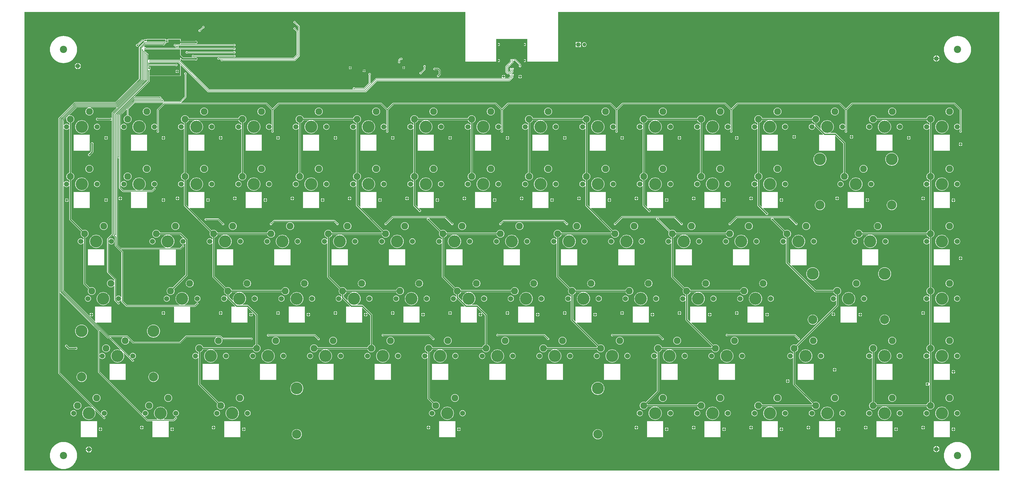
<source format=gtl>
G04*
G04 #@! TF.GenerationSoftware,Altium Limited,Altium Designer,19.0.15 (446)*
G04*
G04 Layer_Physical_Order=1*
G04 Layer_Color=255*
%FSLAX44Y44*%
%MOMM*%
G71*
G01*
G75*
%ADD11C,0.2540*%
%ADD12C,0.2500*%
%ADD13C,2.4000*%
%ADD14C,4.0640*%
%ADD15C,1.7018*%
%ADD17C,3.9878*%
%ADD18C,3.0480*%
%ADD22C,0.3150*%
%ADD23C,0.4000*%
%ADD24C,0.5842*%
%ADD25C,0.4500*%
%ADD26C,0.7000*%
%ADD27C,1.5000*%
%ADD28C,0.5588*%
%ADD29C,0.2032*%
%ADD30C,0.3810*%
%ADD31C,0.5000*%
%ADD32C,0.3000*%
%ADD33C,2.2860*%
%ADD34R,1.2080X1.2080*%
%ADD35C,1.2080*%
%ADD36C,0.6000*%
G36*
X1465000Y1360000D02*
X1567500D01*
Y1435000D01*
X1671000D01*
Y1360000D01*
X1773500D01*
Y1525000D01*
X3238500D01*
X3238500Y0D01*
X0D01*
Y1525000D01*
X1465000D01*
Y1360000D01*
D02*
G37*
%LPC*%
G36*
X594500Y1478323D02*
X593037Y1478032D01*
X591796Y1477203D01*
X590967Y1475963D01*
X590676Y1474500D01*
X590709Y1474337D01*
X582663Y1466291D01*
X582500Y1466323D01*
X581037Y1466032D01*
X579796Y1465204D01*
X578968Y1463963D01*
X578677Y1462500D01*
X578968Y1461037D01*
X579796Y1459796D01*
X581037Y1458968D01*
X582500Y1458677D01*
X583963Y1458968D01*
X585204Y1459796D01*
X586032Y1461037D01*
X586323Y1462500D01*
X586291Y1462663D01*
X594337Y1470709D01*
X594500Y1470676D01*
X595963Y1470967D01*
X597203Y1471796D01*
X598032Y1473037D01*
X598323Y1474500D01*
X598032Y1475963D01*
X597203Y1477203D01*
X595963Y1478032D01*
X594500Y1478323D01*
D02*
G37*
G36*
X897500Y1494824D02*
X896037Y1494533D01*
X894796Y1493704D01*
X893968Y1492463D01*
X893677Y1491000D01*
X893968Y1489537D01*
X894796Y1488297D01*
X896037Y1487468D01*
X897500Y1487177D01*
X897663Y1487209D01*
X909935Y1474938D01*
Y1462989D01*
X908665Y1462463D01*
X901291Y1469837D01*
X901323Y1470000D01*
X901032Y1471463D01*
X900204Y1472704D01*
X898963Y1473532D01*
X897500Y1473823D01*
X896037Y1473532D01*
X894796Y1472704D01*
X893968Y1471463D01*
X893677Y1470000D01*
X893968Y1468537D01*
X894796Y1467296D01*
X896037Y1466468D01*
X897500Y1466177D01*
X897663Y1466209D01*
X904935Y1458937D01*
Y1383563D01*
X893937Y1372565D01*
X647796D01*
X647704Y1372704D01*
X646463Y1373532D01*
X645000Y1373823D01*
X643537Y1373532D01*
X642296Y1372704D01*
X641468Y1371463D01*
X641177Y1370000D01*
X641468Y1368537D01*
X642296Y1367296D01*
X643537Y1366468D01*
X645000Y1366177D01*
X646463Y1366468D01*
X647704Y1367296D01*
X647796Y1367435D01*
X651415D01*
X652118Y1366165D01*
X651887Y1365000D01*
X652178Y1363537D01*
X653006Y1362296D01*
X654247Y1361468D01*
X655710Y1361177D01*
X657173Y1361468D01*
X658413Y1362296D01*
X658506Y1362435D01*
X897500D01*
X898482Y1362630D01*
X899314Y1363186D01*
X914314Y1378186D01*
X914870Y1379018D01*
X915065Y1380000D01*
Y1476000D01*
X914870Y1476982D01*
X914314Y1477814D01*
X901291Y1490837D01*
X901323Y1491000D01*
X901032Y1492463D01*
X900204Y1493704D01*
X898963Y1494533D01*
X897500Y1494824D01*
D02*
G37*
G36*
X518000Y1435124D02*
X477264D01*
X476895Y1434971D01*
X476498Y1434932D01*
X476343Y1434742D01*
X476116Y1434648D01*
X475963Y1434280D01*
X475710Y1433971D01*
X475538Y1433403D01*
X475009Y1432654D01*
X474067Y1432511D01*
X473080Y1432708D01*
X472093Y1432511D01*
X471151Y1432654D01*
X470622Y1433403D01*
X470450Y1433971D01*
X470197Y1434280D01*
X470044Y1434648D01*
X469818Y1434742D01*
X469662Y1434932D01*
X469265Y1434971D01*
X468896Y1435124D01*
X407211D01*
X406984Y1435030D01*
X406740Y1435054D01*
X406432Y1434801D01*
X406063Y1434648D01*
X405969Y1434421D01*
X405779Y1434265D01*
X405661Y1434044D01*
X404056Y1433699D01*
X403360Y1434164D01*
X401635Y1434508D01*
X399910Y1434164D01*
X398448Y1433187D01*
X398032Y1432565D01*
X391000D01*
X390018Y1432370D01*
X389186Y1431814D01*
X375626Y1418254D01*
X375000Y1418378D01*
X373325Y1418045D01*
X371904Y1417096D01*
X370955Y1415676D01*
X370622Y1414000D01*
X370955Y1412325D01*
X371904Y1410904D01*
X373325Y1409955D01*
X375000Y1409622D01*
X376675Y1409955D01*
X378096Y1410904D01*
X379045Y1412325D01*
X379378Y1414000D01*
X379254Y1414626D01*
X392062Y1427435D01*
X398032D01*
X398448Y1426813D01*
X398863Y1426535D01*
X398595Y1425187D01*
X398206Y1425109D01*
X397290Y1424497D01*
X397290Y1424497D01*
X381463Y1408671D01*
X380851Y1407754D01*
X380636Y1406673D01*
X380636Y1406673D01*
Y1303197D01*
X302383Y1224944D01*
X167480D01*
X166399Y1224729D01*
X165483Y1224117D01*
X165483Y1224117D01*
X113383Y1172017D01*
X112771Y1171101D01*
X112556Y1170020D01*
X112556Y1170020D01*
Y324282D01*
X112556Y324282D01*
X112771Y323201D01*
X113383Y322285D01*
X224352Y211315D01*
X223588Y210284D01*
X222703Y210757D01*
X218590Y212004D01*
X214312Y212426D01*
X210035Y212004D01*
X205922Y210757D01*
X202131Y208731D01*
X198809Y206004D01*
X196082Y202681D01*
X194056Y198891D01*
X192808Y194778D01*
X192387Y190500D01*
X192808Y186222D01*
X194056Y182109D01*
X196082Y178319D01*
X198809Y174996D01*
X202131Y172269D01*
X205922Y170243D01*
X210035Y168996D01*
X214312Y168574D01*
X218590Y168996D01*
X222703Y170243D01*
X226494Y172269D01*
X229816Y174996D01*
X232543Y178319D01*
X234569Y182109D01*
X235817Y186222D01*
X236238Y190500D01*
X235817Y194778D01*
X234569Y198891D01*
X234096Y199775D01*
X235128Y200540D01*
X261696Y173971D01*
X261813Y173384D01*
X262587Y172227D01*
X263744Y171453D01*
X265110Y171181D01*
X266476Y171453D01*
X267633Y172227D01*
X268407Y173384D01*
X268678Y174750D01*
X268407Y176116D01*
X267633Y177273D01*
X266476Y178047D01*
X265394Y178262D01*
X264366Y179290D01*
X264928Y180429D01*
X265112Y180405D01*
X267725Y180749D01*
X270160Y181757D01*
X272251Y183361D01*
X273855Y185452D01*
X274864Y187887D01*
X275208Y190500D01*
X274864Y193113D01*
X273855Y195548D01*
X272251Y197638D01*
X270160Y199243D01*
X267725Y200251D01*
X265112Y200595D01*
X262500Y200251D01*
X260065Y199243D01*
X257974Y197638D01*
X256370Y195548D01*
X255361Y193113D01*
X255017Y190500D01*
X255042Y190315D01*
X253902Y189753D01*
X118204Y325452D01*
Y590485D01*
X119378Y590971D01*
X244676Y465673D01*
Y385755D01*
X244659Y385672D01*
X244659Y385672D01*
Y327517D01*
X244659Y327517D01*
X244874Y326436D01*
X245486Y325519D01*
X405593Y165413D01*
X406509Y164801D01*
X407590Y164586D01*
X407590Y164586D01*
X424377D01*
X425560Y164375D01*
X425560Y163316D01*
Y110625D01*
X479310D01*
Y163316D01*
X479310Y164375D01*
X480493Y164586D01*
X495900D01*
X495900Y164586D01*
X496981Y164801D01*
X497897Y165413D01*
X503771Y171287D01*
X504606Y171453D01*
X505763Y172227D01*
X506537Y173384D01*
X506809Y174750D01*
X506537Y176116D01*
X505763Y177273D01*
X504606Y178047D01*
X503240Y178319D01*
X501874Y178047D01*
X500717Y177273D01*
X499943Y176116D01*
X499777Y175281D01*
X494730Y170234D01*
X463503D01*
X463185Y171504D01*
X464616Y172269D01*
X467939Y174996D01*
X470665Y178319D01*
X472692Y182109D01*
X473939Y186222D01*
X474361Y190500D01*
X473939Y194778D01*
X472692Y198891D01*
X470665Y202681D01*
X467939Y206004D01*
X464616Y208731D01*
X460826Y210757D01*
X456712Y212004D01*
X452435Y212426D01*
X448158Y212004D01*
X444044Y210757D01*
X440254Y208731D01*
X436931Y206004D01*
X434204Y202681D01*
X432178Y198891D01*
X430931Y194778D01*
X430509Y190500D01*
X430931Y186222D01*
X432178Y182109D01*
X434204Y178319D01*
X436931Y174996D01*
X440254Y172269D01*
X441685Y171504D01*
X441367Y170234D01*
X408760D01*
X399603Y179391D01*
X400196Y180594D01*
X401635Y180405D01*
X404248Y180749D01*
X406683Y181757D01*
X408773Y183361D01*
X410378Y185452D01*
X411386Y187887D01*
X411730Y190500D01*
X411386Y193113D01*
X410378Y195548D01*
X408773Y197638D01*
X406683Y199243D01*
X404248Y200251D01*
X401635Y200595D01*
X399022Y200251D01*
X396587Y199243D01*
X394496Y197638D01*
X392892Y195548D01*
X391884Y193113D01*
X391540Y190500D01*
X391729Y189061D01*
X390526Y188468D01*
X250308Y328686D01*
Y373601D01*
X251510Y374010D01*
X251624Y373862D01*
X253715Y372257D01*
X256150Y371249D01*
X258762Y370905D01*
X261375Y371249D01*
X263810Y372257D01*
X265901Y373862D01*
X267505Y375952D01*
X268514Y378387D01*
X268858Y381000D01*
X268514Y383613D01*
X267505Y386048D01*
X265901Y388139D01*
X263810Y389743D01*
X261375Y390751D01*
X258762Y391095D01*
X256150Y390751D01*
X253715Y389743D01*
X251624Y388139D01*
X251527Y388012D01*
X250324Y388420D01*
Y464079D01*
X251498Y464565D01*
X276099Y439963D01*
X276100Y439963D01*
X277016Y439351D01*
X278097Y439136D01*
X278097Y439136D01*
X282282D01*
X319603Y401815D01*
X318838Y400784D01*
X317953Y401257D01*
X313840Y402504D01*
X309562Y402926D01*
X305285Y402504D01*
X301172Y401257D01*
X297381Y399230D01*
X294059Y396504D01*
X291332Y393181D01*
X289306Y389391D01*
X288058Y385277D01*
X287637Y381000D01*
X288058Y376722D01*
X289306Y372609D01*
X291332Y368819D01*
X294059Y365496D01*
X297381Y362770D01*
X301172Y360743D01*
X305285Y359496D01*
X309562Y359074D01*
X313840Y359496D01*
X317953Y360743D01*
X321744Y362770D01*
X325066Y365496D01*
X327793Y368819D01*
X329819Y372609D01*
X331067Y376722D01*
X331488Y381000D01*
X331067Y385277D01*
X329819Y389391D01*
X329346Y390275D01*
X330378Y391040D01*
X356946Y364471D01*
X357063Y363884D01*
X357837Y362727D01*
X358994Y361953D01*
X360360Y361681D01*
X361726Y361953D01*
X362883Y362727D01*
X363657Y363884D01*
X363928Y365250D01*
X363657Y366616D01*
X362883Y367773D01*
X361726Y368547D01*
X360644Y368762D01*
X359616Y369790D01*
X360177Y370929D01*
X360363Y370905D01*
X362975Y371249D01*
X365410Y372257D01*
X367501Y373862D01*
X369105Y375952D01*
X370114Y378387D01*
X370458Y381000D01*
X370114Y383613D01*
X369105Y386048D01*
X367501Y388139D01*
X365410Y389743D01*
X362975Y390751D01*
X360363Y391095D01*
X357750Y390751D01*
X355315Y389743D01*
X353224Y388139D01*
X351620Y386048D01*
X350611Y383613D01*
X350267Y381000D01*
X350291Y380815D01*
X349152Y380253D01*
X287403Y442002D01*
X287889Y443176D01*
X326461D01*
X326893Y441906D01*
X325741Y441022D01*
X323668Y438321D01*
X322365Y435175D01*
X321921Y431800D01*
X322365Y428425D01*
X323668Y425279D01*
X325741Y422578D01*
X328442Y420506D01*
X331587Y419203D01*
X334963Y418758D01*
X338338Y419203D01*
X341483Y420506D01*
X344184Y422578D01*
X346257Y425279D01*
X347560Y428425D01*
X348004Y431800D01*
X347815Y433240D01*
X349017Y433833D01*
X359847Y423003D01*
X359847Y423003D01*
X360764Y422391D01*
X361844Y422176D01*
X516550D01*
X516550Y422176D01*
X517631Y422391D01*
X518547Y423003D01*
X538719Y443176D01*
X636021D01*
X636453Y441906D01*
X635301Y441022D01*
X633228Y438321D01*
X631925Y435175D01*
X631481Y431800D01*
X631925Y428425D01*
X633228Y425279D01*
X635301Y422578D01*
X638002Y420506D01*
X641147Y419203D01*
X644522Y418758D01*
X647898Y419203D01*
X651043Y420506D01*
X653744Y422578D01*
X655817Y425279D01*
X657120Y428425D01*
X657564Y431800D01*
X657253Y434165D01*
X658327Y435237D01*
X658391Y435245D01*
X752686D01*
X753393Y434772D01*
X754759Y434501D01*
X756125Y434772D01*
X757282Y435546D01*
X758056Y436703D01*
X758328Y438069D01*
X758056Y439435D01*
X757282Y440592D01*
X756125Y441366D01*
X754759Y441638D01*
X753393Y441366D01*
X752686Y440893D01*
X659505D01*
X652401Y447997D01*
X651485Y448609D01*
X650404Y448824D01*
X650404Y448824D01*
X537550D01*
X536469Y448609D01*
X535553Y447997D01*
X535553Y447997D01*
X515380Y427824D01*
X363014D01*
X342841Y447997D01*
X341925Y448609D01*
X340844Y448824D01*
X340844Y448824D01*
X280940D01*
X239313Y490452D01*
X239799Y491625D01*
X288813D01*
Y545375D01*
X235063D01*
Y496361D01*
X233889Y495875D01*
X130324Y599440D01*
Y946191D01*
X131594Y946622D01*
X132562Y945361D01*
X134652Y943757D01*
X137087Y942749D01*
X139700Y942405D01*
X142313Y942749D01*
X144748Y943757D01*
X146839Y945361D01*
X147658Y946430D01*
X148928Y945999D01*
Y835025D01*
X149193Y833696D01*
X149945Y832570D01*
X188691Y793824D01*
X187428Y790775D01*
X186983Y787400D01*
X187428Y784025D01*
X188731Y780879D01*
X190803Y778178D01*
X193504Y776106D01*
X196553Y774843D01*
Y768501D01*
X195283Y768070D01*
X194464Y769138D01*
X192373Y770743D01*
X189938Y771751D01*
X187325Y772095D01*
X184712Y771751D01*
X182277Y770743D01*
X180187Y769138D01*
X178582Y767048D01*
X177574Y764613D01*
X177230Y762000D01*
X177574Y759387D01*
X178582Y756952D01*
X180187Y754862D01*
X182277Y753257D01*
X184712Y752249D01*
X187325Y751905D01*
X189938Y752249D01*
X192373Y753257D01*
X194464Y754862D01*
X195283Y755930D01*
X196553Y755499D01*
Y620713D01*
X196818Y619384D01*
X197570Y618258D01*
X212503Y603325D01*
X211240Y600275D01*
X210796Y596900D01*
X211240Y593525D01*
X212543Y590379D01*
X214616Y587678D01*
X217317Y585606D01*
X220462Y584303D01*
X223838Y583858D01*
X227213Y584303D01*
X230358Y585606D01*
X233059Y587678D01*
X235132Y590379D01*
X236435Y593525D01*
X236879Y596900D01*
X236435Y600275D01*
X235132Y603421D01*
X233059Y606122D01*
X230358Y608194D01*
X227213Y609497D01*
X223838Y609942D01*
X220462Y609497D01*
X217413Y608234D01*
X203497Y622150D01*
Y774843D01*
X206546Y776106D01*
X209247Y778178D01*
X211319Y780879D01*
X212622Y784025D01*
X213067Y787400D01*
X212622Y790775D01*
X211319Y793921D01*
X209247Y796622D01*
X206546Y798694D01*
X203400Y799997D01*
X200025Y800442D01*
X196650Y799997D01*
X193601Y798734D01*
X155872Y836463D01*
Y965343D01*
X158921Y966606D01*
X161622Y968678D01*
X163694Y971379D01*
X164997Y974525D01*
X165442Y977900D01*
X164997Y981275D01*
X163694Y984421D01*
X161622Y987122D01*
X158921Y989194D01*
X155872Y990457D01*
Y1155843D01*
X158921Y1157106D01*
X161622Y1159178D01*
X163694Y1161879D01*
X164997Y1165025D01*
X165442Y1168400D01*
X164997Y1171775D01*
X163694Y1174921D01*
X161622Y1177622D01*
X158921Y1179694D01*
X155775Y1180997D01*
X152400Y1181442D01*
X149327Y1181037D01*
X148603Y1182108D01*
X173670Y1207176D01*
X211085D01*
X211338Y1205906D01*
X209379Y1205094D01*
X206678Y1203022D01*
X204606Y1200321D01*
X203303Y1197175D01*
X202858Y1193800D01*
X203303Y1190425D01*
X204606Y1187279D01*
X206678Y1184578D01*
X209379Y1182506D01*
X212525Y1181203D01*
X215900Y1180758D01*
X219275Y1181203D01*
X222421Y1182506D01*
X225122Y1184578D01*
X227194Y1187279D01*
X228497Y1190425D01*
X228942Y1193800D01*
X228497Y1197175D01*
X227194Y1200321D01*
X225122Y1203022D01*
X222421Y1205094D01*
X220462Y1205906D01*
X220715Y1207176D01*
X305809D01*
X306295Y1206002D01*
X291463Y1191171D01*
X290851Y1190254D01*
X290636Y1189173D01*
X290636Y1189173D01*
Y1172888D01*
X289366Y1172209D01*
X289013Y1172445D01*
X287337Y1172778D01*
X285662Y1172445D01*
X284804Y1171872D01*
X245033D01*
X244175Y1172445D01*
X242500Y1172778D01*
X240825Y1172445D01*
X239404Y1171496D01*
X238455Y1170075D01*
X238122Y1168400D01*
X238455Y1166725D01*
X239404Y1165304D01*
X240825Y1164355D01*
X242500Y1164022D01*
X244175Y1164355D01*
X245033Y1164928D01*
X284804D01*
X285662Y1164355D01*
X287337Y1164022D01*
X289013Y1164355D01*
X289366Y1164591D01*
X290636Y1163912D01*
Y787130D01*
X275649Y772143D01*
X275037Y771227D01*
X274822Y770146D01*
X274822Y770146D01*
Y660392D01*
X274822Y660391D01*
X275037Y659311D01*
X275649Y658394D01*
X298713Y635330D01*
Y630801D01*
X297443Y630370D01*
X296559Y631522D01*
X293858Y633594D01*
X290713Y634897D01*
X287337Y635342D01*
X283962Y634897D01*
X280817Y633594D01*
X278116Y631522D01*
X276043Y628821D01*
X274740Y625675D01*
X274296Y622300D01*
X274740Y618925D01*
X276043Y615779D01*
X278116Y613078D01*
X280817Y611006D01*
X283962Y609703D01*
X287337Y609258D01*
X290713Y609703D01*
X293858Y611006D01*
X296559Y613078D01*
X297443Y614230D01*
X298713Y613799D01*
Y602022D01*
X298634Y601625D01*
X298634Y601624D01*
Y566828D01*
X298634Y566828D01*
X298849Y565747D01*
X299461Y564831D01*
X309328Y554965D01*
X309443Y554384D01*
X310217Y553227D01*
X311374Y552453D01*
X312740Y552181D01*
X314106Y552453D01*
X315263Y553227D01*
X316037Y554384D01*
X316309Y555750D01*
X316037Y557116D01*
X315263Y558273D01*
X314106Y559047D01*
X313017Y559263D01*
X311991Y560290D01*
X312553Y561429D01*
X312738Y561405D01*
X315350Y561749D01*
X317785Y562757D01*
X319876Y564361D01*
X320906Y565704D01*
X322176Y565272D01*
Y562500D01*
X322176Y562500D01*
X322391Y561419D01*
X323003Y560503D01*
X338003Y545503D01*
X338003Y545503D01*
X338919Y544891D01*
X340000Y544676D01*
X497005D01*
Y491625D01*
X550755D01*
Y544676D01*
X566430D01*
X566430Y544676D01*
X567511Y544891D01*
X568427Y545503D01*
X575211Y552287D01*
X576046Y552453D01*
X577203Y553227D01*
X577977Y554384D01*
X578249Y555750D01*
X577977Y557116D01*
X577203Y558273D01*
X576046Y559047D01*
X574680Y559319D01*
X573314Y559047D01*
X572157Y558273D01*
X571383Y557116D01*
X571217Y556281D01*
X565260Y550324D01*
X533245D01*
X532927Y551594D01*
X536061Y553270D01*
X539384Y555996D01*
X542110Y559319D01*
X544137Y563109D01*
X545384Y567223D01*
X545806Y571500D01*
X545384Y575778D01*
X544137Y579891D01*
X542110Y583681D01*
X539384Y587004D01*
X536061Y589730D01*
X532271Y591757D01*
X528158Y593004D01*
X523880Y593426D01*
X519603Y593004D01*
X515490Y591757D01*
X511699Y589730D01*
X508376Y587004D01*
X505650Y583681D01*
X503624Y579891D01*
X502376Y575778D01*
X501954Y571500D01*
X502376Y567223D01*
X503624Y563109D01*
X505650Y559319D01*
X508376Y555996D01*
X511699Y553270D01*
X514833Y551594D01*
X514515Y550324D01*
X341170D01*
X327824Y563670D01*
Y726787D01*
X327609Y727867D01*
X326997Y728784D01*
X326997Y728784D01*
X322278Y733502D01*
X322764Y734676D01*
X449375D01*
Y682125D01*
X503125D01*
Y734676D01*
X518300D01*
X518300Y734676D01*
X519381Y734891D01*
X520297Y735503D01*
X527581Y742787D01*
X528416Y742953D01*
X529573Y743727D01*
X530347Y744884D01*
X530619Y746250D01*
X530347Y747616D01*
X529573Y748773D01*
X528416Y749547D01*
X527050Y749818D01*
X525684Y749547D01*
X524527Y748773D01*
X523753Y747616D01*
X523587Y746781D01*
X517130Y740324D01*
X484337D01*
X484149Y741594D01*
X484641Y741743D01*
X488431Y743770D01*
X491754Y746496D01*
X494481Y749819D01*
X496507Y753609D01*
X497754Y757722D01*
X498176Y762000D01*
X497754Y766277D01*
X496507Y770391D01*
X494481Y774181D01*
X491754Y777504D01*
X488431Y780230D01*
X484641Y782257D01*
X483316Y782658D01*
X483505Y783928D01*
X517061D01*
X527776Y773213D01*
X527215Y772074D01*
X527050Y772095D01*
X524437Y771751D01*
X522002Y770743D01*
X519911Y769138D01*
X518307Y767048D01*
X517299Y764613D01*
X516955Y762000D01*
X517299Y759387D01*
X518307Y756952D01*
X519911Y754862D01*
X522002Y753257D01*
X524437Y752249D01*
X527050Y751905D01*
X529663Y752249D01*
X532098Y753257D01*
X534188Y754862D01*
X534290Y754993D01*
X535492Y754585D01*
Y651522D01*
X492205Y608234D01*
X489156Y609497D01*
X485780Y609942D01*
X482405Y609497D01*
X479259Y608194D01*
X476558Y606122D01*
X474486Y603421D01*
X473183Y600275D01*
X472738Y596900D01*
X473183Y593525D01*
X474486Y590379D01*
X476558Y587678D01*
X479259Y585606D01*
X482405Y584303D01*
X485780Y583858D01*
X489156Y584303D01*
X492301Y585606D01*
X495002Y587678D01*
X497074Y590379D01*
X498377Y593525D01*
X498822Y596900D01*
X498377Y600275D01*
X497114Y603325D01*
X541419Y647629D01*
X542171Y648755D01*
X542436Y650084D01*
Y766935D01*
X542171Y768263D01*
X541419Y769390D01*
X520954Y789855D01*
X519827Y790607D01*
X518499Y790872D01*
X450707D01*
X449444Y793921D01*
X447372Y796622D01*
X444671Y798694D01*
X441525Y799997D01*
X438150Y800442D01*
X434775Y799997D01*
X431629Y798694D01*
X428928Y796622D01*
X426856Y793921D01*
X425553Y790775D01*
X425108Y787400D01*
X425553Y784025D01*
X426856Y780879D01*
X428928Y778178D01*
X431629Y776106D01*
X434775Y774803D01*
X438150Y774358D01*
X441525Y774803D01*
X444671Y776106D01*
X447372Y778178D01*
X449444Y780879D01*
X450707Y783928D01*
X468995D01*
X469184Y782658D01*
X467859Y782257D01*
X464069Y780230D01*
X460746Y777504D01*
X458019Y774181D01*
X455993Y770391D01*
X454746Y766277D01*
X454324Y762000D01*
X454746Y757722D01*
X455993Y753609D01*
X458019Y749819D01*
X460746Y746496D01*
X464069Y743770D01*
X467859Y741743D01*
X468351Y741594D01*
X468163Y740324D01*
X321170D01*
X310324Y751170D01*
Y1038096D01*
X311594Y1038874D01*
X312500Y1038694D01*
X313406Y1038874D01*
X314676Y1038096D01*
Y940000D01*
X314676Y940000D01*
X314891Y938919D01*
X315503Y938003D01*
X326093Y927413D01*
X326093Y927413D01*
X327009Y926801D01*
X328090Y926586D01*
X328090Y926586D01*
X352942D01*
X354125Y926375D01*
X354125Y925316D01*
Y872625D01*
X407875D01*
Y925316D01*
X407875Y926375D01*
X409058Y926586D01*
X424460D01*
X424460Y926586D01*
X425541Y926801D01*
X426457Y927413D01*
X432331Y933287D01*
X433166Y933453D01*
X434323Y934227D01*
X435097Y935384D01*
X435369Y936750D01*
X435097Y938116D01*
X434323Y939273D01*
X433166Y940047D01*
X431800Y940319D01*
X430434Y940047D01*
X429277Y939273D01*
X428503Y938116D01*
X428337Y937281D01*
X423290Y932234D01*
X392068D01*
X391749Y933504D01*
X393181Y934269D01*
X396504Y936996D01*
X399230Y940319D01*
X401257Y944109D01*
X402504Y948223D01*
X402926Y952500D01*
X402504Y956777D01*
X401257Y960891D01*
X399230Y964681D01*
X396504Y968004D01*
X393181Y970731D01*
X389391Y972757D01*
X385277Y974004D01*
X381000Y974426D01*
X376722Y974004D01*
X372609Y972757D01*
X368819Y970731D01*
X365496Y968004D01*
X362770Y964681D01*
X360743Y960891D01*
X359496Y956777D01*
X359074Y952500D01*
X359496Y948223D01*
X360743Y944109D01*
X362770Y940319D01*
X365496Y936996D01*
X368819Y934269D01*
X370251Y933504D01*
X369932Y932234D01*
X329260D01*
X320324Y941170D01*
Y946926D01*
X320930Y947207D01*
X321594Y947274D01*
X323061Y945361D01*
X325152Y943757D01*
X327587Y942749D01*
X330200Y942405D01*
X332813Y942749D01*
X335248Y943757D01*
X337338Y945361D01*
X338943Y947452D01*
X339951Y949887D01*
X340295Y952500D01*
X339951Y955113D01*
X338943Y957548D01*
X337338Y959639D01*
X335248Y961243D01*
X332813Y962251D01*
X330200Y962595D01*
X327587Y962251D01*
X325152Y961243D01*
X323061Y959639D01*
X321594Y957726D01*
X320930Y957793D01*
X320324Y958074D01*
Y1137426D01*
X320930Y1137707D01*
X321594Y1137774D01*
X323061Y1135862D01*
X325152Y1134257D01*
X327587Y1133249D01*
X330200Y1132905D01*
X332813Y1133249D01*
X335248Y1134257D01*
X337338Y1135862D01*
X338943Y1137952D01*
X339951Y1140387D01*
X340295Y1143000D01*
X339951Y1145613D01*
X338943Y1148048D01*
X337338Y1150138D01*
X335248Y1151743D01*
X332813Y1152751D01*
X330200Y1153095D01*
X327587Y1152751D01*
X325152Y1151743D01*
X323061Y1150138D01*
X321594Y1148226D01*
X320930Y1148293D01*
X320324Y1148574D01*
Y1181684D01*
X339161Y1200521D01*
X340335Y1200035D01*
Y1181104D01*
X339525Y1180997D01*
X336379Y1179694D01*
X333678Y1177622D01*
X331606Y1174921D01*
X330303Y1171775D01*
X329858Y1168400D01*
X330303Y1165025D01*
X331606Y1161879D01*
X333678Y1159178D01*
X336379Y1157106D01*
X339525Y1155803D01*
X342900Y1155358D01*
X346275Y1155803D01*
X349421Y1157106D01*
X352122Y1159178D01*
X354194Y1161879D01*
X355497Y1165025D01*
X355942Y1168400D01*
X355497Y1171775D01*
X354194Y1174921D01*
X352122Y1177622D01*
X349421Y1179694D01*
X346275Y1180997D01*
X345465Y1181104D01*
Y1201837D01*
X366063Y1222435D01*
X460265D01*
X460791Y1221165D01*
X441313Y1201687D01*
X440701Y1200770D01*
X440486Y1199690D01*
X440486Y1199690D01*
Y1150097D01*
X439283Y1149689D01*
X438938Y1150138D01*
X436848Y1151743D01*
X434413Y1152751D01*
X431800Y1153095D01*
X429187Y1152751D01*
X426752Y1151743D01*
X424661Y1150138D01*
X423057Y1148048D01*
X422049Y1145613D01*
X421705Y1143000D01*
X422049Y1140387D01*
X423057Y1137952D01*
X424661Y1135862D01*
X426752Y1134257D01*
X429187Y1133249D01*
X431800Y1132905D01*
X434413Y1133249D01*
X436848Y1134257D01*
X438938Y1135862D01*
X439283Y1136311D01*
X440486Y1135903D01*
Y1129773D01*
X439778Y1128713D01*
X439487Y1127250D01*
X439778Y1125787D01*
X440607Y1124546D01*
X441847Y1123718D01*
X443310Y1123427D01*
X444773Y1123718D01*
X446014Y1124546D01*
X446843Y1125787D01*
X447134Y1127250D01*
X446843Y1128713D01*
X446134Y1129773D01*
Y1198520D01*
X464790Y1217176D01*
X802830D01*
X821486Y1198520D01*
Y1150097D01*
X820283Y1149689D01*
X819939Y1150138D01*
X817848Y1151743D01*
X815413Y1152751D01*
X812800Y1153095D01*
X810187Y1152751D01*
X807752Y1151743D01*
X805661Y1150138D01*
X804057Y1148048D01*
X803049Y1145613D01*
X802705Y1143000D01*
X803049Y1140387D01*
X804057Y1137952D01*
X805661Y1135862D01*
X807752Y1134257D01*
X810187Y1133249D01*
X812800Y1132905D01*
X815413Y1133249D01*
X817848Y1134257D01*
X819939Y1135862D01*
X820283Y1136311D01*
X821486Y1135903D01*
Y1129773D01*
X820778Y1128713D01*
X820487Y1127250D01*
X820778Y1125787D01*
X821607Y1124546D01*
X822847Y1123718D01*
X824310Y1123427D01*
X825773Y1123718D01*
X827014Y1124546D01*
X827843Y1125787D01*
X828134Y1127250D01*
X827843Y1128713D01*
X827134Y1129773D01*
Y1198520D01*
X845790Y1217176D01*
X1183830D01*
X1202486Y1198520D01*
Y1150097D01*
X1201283Y1149689D01*
X1200938Y1150138D01*
X1198848Y1151743D01*
X1196413Y1152751D01*
X1193800Y1153095D01*
X1191187Y1152751D01*
X1188752Y1151743D01*
X1186662Y1150138D01*
X1185057Y1148048D01*
X1184049Y1145613D01*
X1183705Y1143000D01*
X1184049Y1140387D01*
X1185057Y1137952D01*
X1186662Y1135862D01*
X1188752Y1134257D01*
X1191187Y1133249D01*
X1193800Y1132905D01*
X1196413Y1133249D01*
X1198848Y1134257D01*
X1200938Y1135862D01*
X1201283Y1136311D01*
X1202486Y1135903D01*
Y1129773D01*
X1201778Y1128713D01*
X1201487Y1127250D01*
X1201778Y1125787D01*
X1202607Y1124546D01*
X1203847Y1123718D01*
X1205310Y1123427D01*
X1206773Y1123718D01*
X1208014Y1124546D01*
X1208843Y1125787D01*
X1209134Y1127250D01*
X1208843Y1128713D01*
X1208135Y1129773D01*
Y1198520D01*
X1226790Y1217176D01*
X1564830D01*
X1583486Y1198520D01*
Y1150097D01*
X1582283Y1149689D01*
X1581938Y1150138D01*
X1579848Y1151743D01*
X1577413Y1152751D01*
X1574800Y1153095D01*
X1572187Y1152751D01*
X1569752Y1151743D01*
X1567661Y1150138D01*
X1566057Y1148048D01*
X1565049Y1145613D01*
X1564705Y1143000D01*
X1565049Y1140387D01*
X1566057Y1137952D01*
X1567661Y1135862D01*
X1569752Y1134257D01*
X1572187Y1133249D01*
X1574800Y1132905D01*
X1577413Y1133249D01*
X1579848Y1134257D01*
X1581938Y1135862D01*
X1582283Y1136311D01*
X1583486Y1135903D01*
Y1129773D01*
X1582778Y1128713D01*
X1582487Y1127250D01*
X1582778Y1125787D01*
X1583607Y1124546D01*
X1584847Y1123718D01*
X1586310Y1123427D01*
X1587773Y1123718D01*
X1589014Y1124546D01*
X1589843Y1125787D01*
X1590134Y1127250D01*
X1589843Y1128713D01*
X1589135Y1129773D01*
Y1198520D01*
X1607790Y1217176D01*
X1945830D01*
X1964486Y1198520D01*
Y1150097D01*
X1963283Y1149689D01*
X1962939Y1150138D01*
X1960848Y1151743D01*
X1958413Y1152751D01*
X1955800Y1153095D01*
X1953187Y1152751D01*
X1950752Y1151743D01*
X1948661Y1150138D01*
X1947057Y1148048D01*
X1946049Y1145613D01*
X1945705Y1143000D01*
X1946049Y1140387D01*
X1947057Y1137952D01*
X1948661Y1135862D01*
X1950752Y1134257D01*
X1953187Y1133249D01*
X1955800Y1132905D01*
X1958413Y1133249D01*
X1960848Y1134257D01*
X1962939Y1135862D01*
X1963283Y1136311D01*
X1964486Y1135903D01*
Y1129773D01*
X1963778Y1128713D01*
X1963487Y1127250D01*
X1963778Y1125787D01*
X1964607Y1124546D01*
X1965847Y1123718D01*
X1967310Y1123427D01*
X1968773Y1123718D01*
X1970014Y1124546D01*
X1970843Y1125787D01*
X1971134Y1127250D01*
X1970843Y1128713D01*
X1970134Y1129773D01*
Y1198520D01*
X1988790Y1217176D01*
X2326830D01*
X2345486Y1198520D01*
Y1150097D01*
X2344283Y1149689D01*
X2343938Y1150138D01*
X2341848Y1151743D01*
X2339413Y1152751D01*
X2336800Y1153095D01*
X2334187Y1152751D01*
X2331752Y1151743D01*
X2329662Y1150138D01*
X2328057Y1148048D01*
X2327049Y1145613D01*
X2326705Y1143000D01*
X2327049Y1140387D01*
X2328057Y1137952D01*
X2329662Y1135862D01*
X2331752Y1134257D01*
X2334187Y1133249D01*
X2336800Y1132905D01*
X2339413Y1133249D01*
X2341848Y1134257D01*
X2343938Y1135862D01*
X2344283Y1136311D01*
X2345486Y1135903D01*
Y1129773D01*
X2344778Y1128713D01*
X2344487Y1127250D01*
X2344778Y1125787D01*
X2345607Y1124546D01*
X2346847Y1123718D01*
X2348310Y1123427D01*
X2349773Y1123718D01*
X2351014Y1124546D01*
X2351843Y1125787D01*
X2352134Y1127250D01*
X2351843Y1128713D01*
X2351134Y1129773D01*
Y1198520D01*
X2369790Y1217176D01*
X2707830D01*
X2726486Y1198520D01*
Y1150097D01*
X2725284Y1149689D01*
X2724938Y1150138D01*
X2722848Y1151743D01*
X2720413Y1152751D01*
X2717800Y1153095D01*
X2715187Y1152751D01*
X2712752Y1151743D01*
X2710662Y1150138D01*
X2709057Y1148048D01*
X2708049Y1145613D01*
X2707704Y1143000D01*
X2708049Y1140387D01*
X2709057Y1137952D01*
X2710662Y1135862D01*
X2712752Y1134257D01*
X2715187Y1133249D01*
X2717800Y1132905D01*
X2720413Y1133249D01*
X2722848Y1134257D01*
X2724938Y1135862D01*
X2725284Y1136311D01*
X2726486Y1135903D01*
Y1129773D01*
X2725778Y1128713D01*
X2725487Y1127250D01*
X2725778Y1125787D01*
X2726607Y1124546D01*
X2727847Y1123718D01*
X2729310Y1123427D01*
X2730773Y1123718D01*
X2732014Y1124546D01*
X2732843Y1125787D01*
X2733134Y1127250D01*
X2732843Y1128713D01*
X2732134Y1129773D01*
Y1198520D01*
X2750790Y1217176D01*
X3088830D01*
X3107486Y1198520D01*
Y1150097D01*
X3106283Y1149689D01*
X3105938Y1150138D01*
X3103848Y1151743D01*
X3101413Y1152751D01*
X3098800Y1153095D01*
X3096187Y1152751D01*
X3093752Y1151743D01*
X3091661Y1150138D01*
X3090057Y1148048D01*
X3089048Y1145613D01*
X3088705Y1143000D01*
X3089048Y1140387D01*
X3090057Y1137952D01*
X3091661Y1135862D01*
X3093752Y1134257D01*
X3096187Y1133249D01*
X3098800Y1132905D01*
X3101413Y1133249D01*
X3103848Y1134257D01*
X3105938Y1135862D01*
X3106283Y1136311D01*
X3107486Y1135903D01*
Y1129773D01*
X3106778Y1128713D01*
X3106487Y1127250D01*
X3106778Y1125787D01*
X3107607Y1124546D01*
X3108847Y1123718D01*
X3110310Y1123427D01*
X3111773Y1123718D01*
X3113014Y1124546D01*
X3113843Y1125787D01*
X3114134Y1127250D01*
X3113843Y1128713D01*
X3113134Y1129773D01*
Y1199690D01*
X3112920Y1200770D01*
X3112307Y1201687D01*
X3112307Y1201687D01*
X3091997Y1221997D01*
X3091081Y1222609D01*
X3090000Y1222824D01*
X3090000Y1222824D01*
X2749620D01*
X2748540Y1222609D01*
X2747624Y1221997D01*
X2747623Y1221997D01*
X2729310Y1203684D01*
X2710997Y1221997D01*
X2710081Y1222609D01*
X2709000Y1222824D01*
X2709000Y1222824D01*
X2368620D01*
X2367540Y1222609D01*
X2366624Y1221997D01*
X2366623Y1221997D01*
X2348310Y1203684D01*
X2329997Y1221997D01*
X2329081Y1222609D01*
X2328000Y1222824D01*
X2328000Y1222824D01*
X1987621D01*
X1986540Y1222609D01*
X1985623Y1221997D01*
X1985623Y1221997D01*
X1967310Y1203684D01*
X1948997Y1221997D01*
X1948081Y1222609D01*
X1947000Y1222824D01*
X1947000Y1222824D01*
X1606620D01*
X1605540Y1222609D01*
X1604624Y1221997D01*
X1604623Y1221997D01*
X1586310Y1203684D01*
X1567997Y1221997D01*
X1567081Y1222609D01*
X1566000Y1222824D01*
X1566000Y1222824D01*
X1225620D01*
X1224540Y1222609D01*
X1223624Y1221997D01*
X1223623Y1221997D01*
X1205310Y1203684D01*
X1186997Y1221997D01*
X1186081Y1222609D01*
X1185000Y1222824D01*
X1185000Y1222824D01*
X844621D01*
X843540Y1222609D01*
X842624Y1221997D01*
X842623Y1221997D01*
X824310Y1203684D01*
X805997Y1221997D01*
X805081Y1222609D01*
X804000Y1222824D01*
X804000Y1222824D01*
X521248D01*
X520722Y1224094D01*
X536814Y1240186D01*
X537370Y1241018D01*
X537565Y1242000D01*
Y1317204D01*
X537704Y1317296D01*
X538532Y1318537D01*
X538823Y1320000D01*
X538532Y1321463D01*
X537704Y1322704D01*
X536463Y1323532D01*
X535000Y1323823D01*
X533537Y1323532D01*
X532296Y1322704D01*
X531468Y1321463D01*
X531177Y1320000D01*
X531468Y1318537D01*
X532296Y1317296D01*
X532435Y1317204D01*
Y1243063D01*
X516937Y1227565D01*
X463022D01*
X462423Y1228835D01*
X462654Y1230000D01*
X462383Y1231366D01*
X461609Y1232523D01*
X460452Y1233297D01*
X459086Y1233569D01*
X458519Y1234751D01*
X458569Y1235000D01*
X458297Y1236366D01*
X457523Y1237523D01*
X456366Y1238297D01*
X455000Y1238569D01*
X453934Y1239651D01*
X454003Y1240000D01*
X453732Y1241366D01*
X452958Y1242523D01*
X451800Y1243297D01*
X450435Y1243569D01*
X449069Y1243297D01*
X448362Y1242824D01*
X365978D01*
X365492Y1243998D01*
X414996Y1293502D01*
X415608Y1294418D01*
X415824Y1295499D01*
X415824Y1295499D01*
Y1311876D01*
X518000D01*
X519148Y1312352D01*
X519624Y1313500D01*
Y1346623D01*
X520797Y1347110D01*
X609059Y1258847D01*
X609892Y1258291D01*
X610873Y1258096D01*
X1133661D01*
X1134643Y1258291D01*
X1135475Y1258847D01*
X1171491Y1294863D01*
X1610514D01*
X1611496Y1295058D01*
X1612328Y1295614D01*
X1623386Y1306672D01*
X1623942Y1307504D01*
X1624137Y1308486D01*
Y1313175D01*
X1625047Y1313783D01*
X1625727Y1314800D01*
X1625965Y1316000D01*
X1625727Y1317200D01*
X1625047Y1318217D01*
X1624030Y1318897D01*
X1622830Y1319135D01*
X1621630Y1318897D01*
X1620613Y1318217D01*
X1619933Y1317200D01*
X1618639D01*
X1617959Y1318217D01*
X1618464Y1319407D01*
X1623386Y1324328D01*
X1623942Y1325161D01*
X1624137Y1326142D01*
Y1333175D01*
X1625047Y1333783D01*
X1625727Y1334800D01*
X1625965Y1336000D01*
X1625727Y1337200D01*
X1625047Y1338217D01*
X1624030Y1338897D01*
X1622830Y1339135D01*
X1621630Y1338897D01*
X1620613Y1338217D01*
X1619933Y1337200D01*
X1618639D01*
X1617959Y1338217D01*
X1616942Y1338897D01*
X1615742Y1339135D01*
X1614542Y1338897D01*
X1613525Y1338217D01*
X1612845Y1337200D01*
X1612607Y1336000D01*
X1612845Y1334800D01*
X1613525Y1333783D01*
X1614435Y1333175D01*
Y1329099D01*
X1612901Y1327565D01*
X1609063D01*
X1607523Y1329105D01*
Y1339806D01*
X1623350Y1355633D01*
X1623906Y1356465D01*
X1624101Y1357447D01*
Y1361825D01*
X1625371Y1362504D01*
X1625521Y1362403D01*
X1626721Y1362165D01*
X1627921Y1362403D01*
X1628416Y1362735D01*
X1630388D01*
X1644139Y1348983D01*
X1644066Y1347717D01*
X1644047Y1347704D01*
X1643218Y1346463D01*
X1642927Y1345000D01*
X1643218Y1343537D01*
X1644047Y1342296D01*
X1645287Y1341468D01*
X1646750Y1341177D01*
X1648213Y1341468D01*
X1649454Y1342296D01*
X1650283Y1343537D01*
X1650574Y1345000D01*
X1650283Y1346463D01*
X1649454Y1347704D01*
X1649315Y1347796D01*
Y1350000D01*
X1649120Y1350982D01*
X1648564Y1351814D01*
X1633264Y1367114D01*
X1632432Y1367670D01*
X1631450Y1367865D01*
X1628416D01*
X1627921Y1368197D01*
X1626721Y1368435D01*
X1625521Y1368197D01*
X1624504Y1367517D01*
X1623986D01*
X1623967Y1367546D01*
X1622950Y1368226D01*
X1621750Y1368465D01*
X1620550Y1368226D01*
X1619533Y1367546D01*
X1618967D01*
X1617950Y1368226D01*
X1616750Y1368465D01*
X1615550Y1368226D01*
X1614533Y1367546D01*
X1613853Y1366529D01*
X1613615Y1365329D01*
X1613853Y1364129D01*
X1614399Y1363313D01*
Y1360403D01*
X1598571Y1344576D01*
X1598015Y1343744D01*
X1597820Y1342762D01*
Y1326149D01*
X1598015Y1325167D01*
X1598571Y1324335D01*
X1604292Y1318614D01*
X1605125Y1318058D01*
X1606106Y1317863D01*
X1611877D01*
X1612725Y1316593D01*
X1612607Y1316000D01*
X1612845Y1314800D01*
X1613525Y1313783D01*
X1614435Y1313175D01*
Y1311442D01*
X1607558Y1304565D01*
X1596877D01*
X1596355Y1305835D01*
X1597439Y1307458D01*
X1597655Y1308545D01*
X1585844D01*
X1586060Y1307458D01*
X1587145Y1305835D01*
X1586623Y1304565D01*
X1168534D01*
X1167552Y1304370D01*
X1166720Y1303814D01*
X1150934Y1288027D01*
X1149663Y1288553D01*
Y1315356D01*
X1149802Y1315448D01*
X1150631Y1316689D01*
X1150922Y1318152D01*
X1150631Y1319615D01*
X1149802Y1320855D01*
X1148561Y1321684D01*
X1147098Y1321975D01*
X1145635Y1321684D01*
X1144395Y1320855D01*
X1143566Y1319615D01*
X1143275Y1318152D01*
X1143566Y1316689D01*
X1144395Y1315448D01*
X1144533Y1315356D01*
Y1288410D01*
X1128938Y1272815D01*
X1097796D01*
X1097704Y1272953D01*
X1096463Y1273782D01*
X1095000Y1274073D01*
X1093537Y1273782D01*
X1092297Y1272953D01*
X1091468Y1271713D01*
X1091177Y1270250D01*
X1091412Y1269068D01*
X1090717Y1267798D01*
X613830D01*
X518786Y1362842D01*
X519148Y1364139D01*
X519272Y1364438D01*
X519500Y1364666D01*
Y1364989D01*
X519624Y1365287D01*
Y1368145D01*
X520797Y1368631D01*
X523362Y1366066D01*
X523362Y1366066D01*
X524685Y1365182D01*
X526246Y1364871D01*
X567104D01*
X568049Y1364240D01*
X570000Y1363852D01*
X571951Y1364240D01*
X573605Y1365345D01*
X574710Y1366999D01*
X575098Y1368950D01*
X574710Y1370901D01*
X573605Y1372555D01*
X571951Y1373660D01*
X570000Y1374048D01*
X568049Y1373660D01*
X567104Y1373028D01*
X527935D01*
X519624Y1381340D01*
Y1399935D01*
X694704D01*
X694796Y1399796D01*
X696037Y1398968D01*
X697500Y1398677D01*
X698963Y1398968D01*
X700204Y1399796D01*
X701032Y1401037D01*
X701323Y1402500D01*
X701032Y1403963D01*
X700204Y1405204D01*
X698963Y1406032D01*
X697500Y1406323D01*
X696037Y1406032D01*
X694796Y1405204D01*
X694704Y1405065D01*
X512135D01*
X511456Y1406335D01*
X511665Y1406647D01*
X512008Y1408372D01*
X511665Y1410097D01*
X511285Y1410665D01*
X511964Y1411935D01*
X694704D01*
X694796Y1411796D01*
X696037Y1410968D01*
X697500Y1410677D01*
X698963Y1410968D01*
X700204Y1411796D01*
X701032Y1413037D01*
X701323Y1414500D01*
X701032Y1415963D01*
X700204Y1417204D01*
X698963Y1418032D01*
X697500Y1418323D01*
X696037Y1418032D01*
X694796Y1417204D01*
X694704Y1417065D01*
X519624D01*
Y1419602D01*
X567104D01*
X568049Y1418970D01*
X570000Y1418582D01*
X571951Y1418970D01*
X573605Y1420075D01*
X574710Y1421729D01*
X575098Y1423680D01*
X574710Y1425631D01*
X573605Y1427285D01*
X571951Y1428390D01*
X570000Y1428778D01*
X568049Y1428390D01*
X567104Y1427758D01*
X519624D01*
Y1433500D01*
X519148Y1434648D01*
X518000Y1435124D01*
D02*
G37*
G36*
X1848580Y1425080D02*
X1841270D01*
Y1417770D01*
X1848580D01*
Y1425080D01*
D02*
G37*
G36*
X1838730D02*
X1831420D01*
Y1417770D01*
X1838730D01*
Y1425080D01*
D02*
G37*
G36*
X1662450Y1421088D02*
X1660694Y1420739D01*
X1659205Y1419744D01*
X1658211Y1418256D01*
X1657862Y1416500D01*
X1658211Y1414744D01*
X1659205Y1413256D01*
X1660694Y1412261D01*
X1662450Y1411912D01*
X1664206Y1412261D01*
X1665694Y1413256D01*
X1666689Y1414744D01*
X1667038Y1416500D01*
X1666689Y1418256D01*
X1665694Y1419744D01*
X1664206Y1420739D01*
X1662450Y1421088D01*
D02*
G37*
G36*
X1576050D02*
X1574294Y1420739D01*
X1572806Y1419744D01*
X1571811Y1418256D01*
X1571462Y1416500D01*
X1571811Y1414744D01*
X1572806Y1413256D01*
X1574294Y1412261D01*
X1576050Y1411912D01*
X1577806Y1412261D01*
X1579294Y1413256D01*
X1580289Y1414744D01*
X1580638Y1416500D01*
X1580289Y1418256D01*
X1579294Y1419744D01*
X1577806Y1420739D01*
X1576050Y1421088D01*
D02*
G37*
G36*
X1860000Y1424105D02*
X1858032Y1423846D01*
X1856198Y1423086D01*
X1854622Y1421878D01*
X1853414Y1420303D01*
X1852654Y1418468D01*
X1852395Y1416500D01*
X1852654Y1414532D01*
X1853414Y1412698D01*
X1854622Y1411122D01*
X1856198Y1409914D01*
X1858032Y1409154D01*
X1860000Y1408895D01*
X1861968Y1409154D01*
X1863803Y1409914D01*
X1865378Y1411122D01*
X1866586Y1412698D01*
X1867346Y1414532D01*
X1867605Y1416500D01*
X1867346Y1418468D01*
X1866586Y1420303D01*
X1865378Y1421878D01*
X1863803Y1423086D01*
X1861968Y1423846D01*
X1860000Y1424105D01*
D02*
G37*
G36*
X1848580Y1415230D02*
X1841270D01*
Y1407920D01*
X1848580D01*
Y1415230D01*
D02*
G37*
G36*
X1838730D02*
X1831420D01*
Y1407920D01*
X1838730D01*
Y1415230D01*
D02*
G37*
G36*
X697500Y1394323D02*
X696037Y1394032D01*
X694796Y1393204D01*
X694704Y1393065D01*
X542296D01*
X542204Y1393204D01*
X540963Y1394032D01*
X539500Y1394323D01*
X538037Y1394032D01*
X536796Y1393204D01*
X535968Y1391963D01*
X535677Y1390500D01*
X535968Y1389037D01*
X536796Y1387796D01*
X538037Y1386968D01*
X539500Y1386677D01*
X540963Y1386968D01*
X542204Y1387796D01*
X542296Y1387935D01*
X694704D01*
X694796Y1387796D01*
X696037Y1386968D01*
X697500Y1386677D01*
X698963Y1386968D01*
X700204Y1387796D01*
X701032Y1389037D01*
X701323Y1390500D01*
X701032Y1391963D01*
X700204Y1393204D01*
X698963Y1394032D01*
X697500Y1394323D01*
D02*
G37*
G36*
Y1382323D02*
X696037Y1382032D01*
X694796Y1381204D01*
X694704Y1381065D01*
X562796D01*
X562704Y1381204D01*
X561463Y1382032D01*
X560000Y1382323D01*
X558537Y1382032D01*
X557296Y1381204D01*
X556468Y1379963D01*
X556177Y1378500D01*
X556468Y1377037D01*
X557296Y1375797D01*
X558537Y1374968D01*
X560000Y1374677D01*
X561463Y1374968D01*
X562704Y1375797D01*
X562796Y1375935D01*
X694704D01*
X694796Y1375797D01*
X696037Y1374968D01*
X697500Y1374677D01*
X698963Y1374968D01*
X700204Y1375797D01*
X701032Y1377037D01*
X701323Y1378500D01*
X701032Y1379963D01*
X700204Y1381204D01*
X698963Y1382032D01*
X697500Y1382323D01*
D02*
G37*
G36*
X3031270Y1379959D02*
Y1371270D01*
X3039959D01*
X3039781Y1372621D01*
X3038770Y1375063D01*
X3037161Y1377161D01*
X3035063Y1378770D01*
X3032621Y1379782D01*
X3031270Y1379959D01*
D02*
G37*
G36*
X3028730D02*
X3027379Y1379782D01*
X3024937Y1378770D01*
X3022839Y1377161D01*
X3021230Y1375063D01*
X3020219Y1372621D01*
X3020041Y1371270D01*
X3028730D01*
Y1379959D01*
D02*
G37*
G36*
X1252500Y1372518D02*
X1251135Y1372247D01*
X1250040Y1371515D01*
X1248700D01*
X1247719Y1371320D01*
X1246886Y1370764D01*
X1243186Y1367063D01*
X1242630Y1366231D01*
X1242435Y1365249D01*
Y1360210D01*
X1241703Y1359115D01*
X1241431Y1357749D01*
X1241703Y1356384D01*
X1242477Y1355226D01*
X1243634Y1354453D01*
X1245000Y1354181D01*
X1246366Y1354453D01*
X1247523Y1355226D01*
X1248297Y1356384D01*
X1248568Y1357749D01*
X1248297Y1359115D01*
X1247565Y1360210D01*
Y1364187D01*
X1249763Y1366384D01*
X1250040D01*
X1251135Y1365653D01*
X1252500Y1365381D01*
X1253866Y1365653D01*
X1255024Y1366426D01*
X1255797Y1367584D01*
X1256069Y1368950D01*
X1255797Y1370315D01*
X1255024Y1371473D01*
X1253866Y1372247D01*
X1252500Y1372518D01*
D02*
G37*
G36*
X3039959Y1368730D02*
X3031270D01*
Y1360041D01*
X3032621Y1360218D01*
X3035063Y1361230D01*
X3037161Y1362839D01*
X3038770Y1364937D01*
X3039781Y1367379D01*
X3039959Y1368730D01*
D02*
G37*
G36*
X3028730D02*
X3020041D01*
X3020219Y1367379D01*
X3021230Y1364937D01*
X3022839Y1362839D01*
X3024937Y1361230D01*
X3027379Y1360218D01*
X3028730Y1360041D01*
Y1368730D01*
D02*
G37*
G36*
X1662450Y1367488D02*
X1660694Y1367139D01*
X1659205Y1366144D01*
X1658211Y1364656D01*
X1657862Y1362900D01*
X1658211Y1361144D01*
X1659205Y1359656D01*
X1660694Y1358661D01*
X1662450Y1358312D01*
X1664206Y1358661D01*
X1665694Y1359656D01*
X1666689Y1361144D01*
X1667038Y1362900D01*
X1666689Y1364656D01*
X1665694Y1366144D01*
X1664206Y1367139D01*
X1662450Y1367488D01*
D02*
G37*
G36*
X1576050D02*
X1574294Y1367139D01*
X1572806Y1366144D01*
X1571811Y1364656D01*
X1571462Y1362900D01*
X1571811Y1361144D01*
X1572806Y1359656D01*
X1574294Y1358661D01*
X1576050Y1358312D01*
X1577806Y1358661D01*
X1579294Y1359656D01*
X1580289Y1361144D01*
X1580638Y1362900D01*
X1580289Y1364656D01*
X1579294Y1366144D01*
X1577806Y1367139D01*
X1576050Y1367488D01*
D02*
G37*
G36*
X3100000Y1445096D02*
X3094114Y1444711D01*
X3088328Y1443560D01*
X3082742Y1441664D01*
X3077452Y1439055D01*
X3072547Y1435777D01*
X3068112Y1431888D01*
X3064222Y1427453D01*
X3060945Y1422548D01*
X3058336Y1417258D01*
X3056440Y1411672D01*
X3055289Y1405886D01*
X3054904Y1400000D01*
X3055289Y1394114D01*
X3056440Y1388328D01*
X3058336Y1382742D01*
X3060945Y1377452D01*
X3064222Y1372547D01*
X3068112Y1368112D01*
X3072547Y1364223D01*
X3077452Y1360945D01*
X3082742Y1358336D01*
X3088328Y1356440D01*
X3094114Y1355289D01*
X3100000Y1354904D01*
X3105886Y1355289D01*
X3111672Y1356440D01*
X3117258Y1358336D01*
X3122548Y1360945D01*
X3127453Y1364223D01*
X3131888Y1368112D01*
X3135778Y1372547D01*
X3139055Y1377452D01*
X3141664Y1382742D01*
X3143560Y1388328D01*
X3144711Y1394114D01*
X3145096Y1400000D01*
X3144711Y1405886D01*
X3143560Y1411672D01*
X3141664Y1417258D01*
X3139055Y1422548D01*
X3135778Y1427453D01*
X3131888Y1431888D01*
X3127453Y1435777D01*
X3122548Y1439055D01*
X3117258Y1441664D01*
X3111672Y1443560D01*
X3105886Y1444711D01*
X3100000Y1445096D01*
D02*
G37*
G36*
X130000D02*
X124114Y1444711D01*
X118328Y1443560D01*
X112742Y1441664D01*
X107452Y1439055D01*
X102547Y1435777D01*
X98112Y1431888D01*
X94222Y1427453D01*
X90945Y1422548D01*
X88336Y1417258D01*
X86440Y1411672D01*
X85289Y1405886D01*
X84903Y1400000D01*
X85289Y1394114D01*
X86440Y1388328D01*
X88336Y1382742D01*
X90945Y1377452D01*
X94222Y1372547D01*
X98112Y1368112D01*
X102547Y1364223D01*
X107452Y1360945D01*
X112742Y1358336D01*
X118328Y1356440D01*
X124114Y1355289D01*
X130000Y1354904D01*
X135886Y1355289D01*
X141672Y1356440D01*
X147258Y1358336D01*
X152548Y1360945D01*
X157453Y1364223D01*
X161888Y1368112D01*
X165777Y1372547D01*
X169055Y1377452D01*
X171664Y1382742D01*
X173560Y1388328D01*
X174711Y1394114D01*
X175096Y1400000D01*
X174711Y1405886D01*
X173560Y1411672D01*
X171664Y1417258D01*
X169055Y1422548D01*
X165777Y1427453D01*
X161888Y1431888D01*
X157453Y1435777D01*
X152548Y1439055D01*
X147258Y1441664D01*
X141672Y1443560D01*
X135886Y1444711D01*
X130000Y1445096D01*
D02*
G37*
G36*
X178770Y1354959D02*
Y1346270D01*
X187459D01*
X187282Y1347621D01*
X186270Y1350063D01*
X184661Y1352161D01*
X182563Y1353770D01*
X180121Y1354782D01*
X178770Y1354959D01*
D02*
G37*
G36*
X176230D02*
X174879Y1354782D01*
X172437Y1353770D01*
X170339Y1352161D01*
X168730Y1350063D01*
X167718Y1347621D01*
X167541Y1346270D01*
X176230D01*
Y1354959D01*
D02*
G37*
G36*
X1261270Y1343716D02*
Y1340610D01*
X1264377D01*
X1264277Y1341111D01*
X1263273Y1342613D01*
X1261772Y1343616D01*
X1261270Y1343716D01*
D02*
G37*
G36*
X1258730D02*
X1258229Y1343616D01*
X1256727Y1342613D01*
X1255724Y1341111D01*
X1255624Y1340610D01*
X1258730D01*
Y1343716D01*
D02*
G37*
G36*
X1083770Y1343818D02*
Y1340457D01*
X1087132D01*
X1087012Y1341056D01*
X1085954Y1342641D01*
X1084369Y1343699D01*
X1083770Y1343818D01*
D02*
G37*
G36*
X1081230D02*
X1080631Y1343699D01*
X1079047Y1342641D01*
X1077988Y1341056D01*
X1077869Y1340457D01*
X1081230D01*
Y1343818D01*
D02*
G37*
G36*
X187459Y1343730D02*
X178770D01*
Y1335041D01*
X180121Y1335218D01*
X182563Y1336230D01*
X184661Y1337839D01*
X186270Y1339937D01*
X187282Y1342379D01*
X187459Y1343730D01*
D02*
G37*
G36*
X176230D02*
X167541D01*
X167718Y1342379D01*
X168730Y1339937D01*
X170339Y1337839D01*
X172437Y1336230D01*
X174879Y1335218D01*
X176230Y1335041D01*
Y1343730D01*
D02*
G37*
G36*
X1264377Y1338070D02*
X1261270D01*
Y1334963D01*
X1261772Y1335063D01*
X1263273Y1336066D01*
X1264277Y1337568D01*
X1264377Y1338070D01*
D02*
G37*
G36*
X1258730D02*
X1255624D01*
X1255724Y1337568D01*
X1256727Y1336066D01*
X1258229Y1335063D01*
X1258730Y1334963D01*
Y1338070D01*
D02*
G37*
G36*
X1087132Y1337917D02*
X1083770D01*
Y1334556D01*
X1084369Y1334675D01*
X1085954Y1335734D01*
X1087012Y1337318D01*
X1087132Y1337917D01*
D02*
G37*
G36*
X1081230D02*
X1077869D01*
X1077988Y1337318D01*
X1079047Y1335734D01*
X1080631Y1334675D01*
X1081230Y1334556D01*
Y1337917D01*
D02*
G37*
G36*
X1129980Y1333881D02*
Y1330520D01*
X1133341D01*
X1133222Y1331118D01*
X1132163Y1332703D01*
X1130579Y1333762D01*
X1129980Y1333881D01*
D02*
G37*
G36*
X1127440D02*
X1126841Y1333762D01*
X1125257Y1332703D01*
X1124198Y1331118D01*
X1124079Y1330520D01*
X1127440D01*
Y1333881D01*
D02*
G37*
G36*
X1329305Y1347723D02*
X1327842Y1347432D01*
X1326602Y1346603D01*
X1325773Y1345363D01*
X1325482Y1343900D01*
X1325773Y1342437D01*
X1326602Y1341196D01*
X1326740Y1341104D01*
Y1335368D01*
X1316611Y1325239D01*
X1316448Y1325271D01*
X1314985Y1324980D01*
X1313744Y1324152D01*
X1312916Y1322911D01*
X1312625Y1321448D01*
X1312916Y1319985D01*
X1313744Y1318744D01*
X1314985Y1317916D01*
X1316448Y1317625D01*
X1317911Y1317916D01*
X1319152Y1318744D01*
X1319980Y1319985D01*
X1320271Y1321448D01*
X1320239Y1321611D01*
X1331119Y1332491D01*
X1331675Y1333323D01*
X1331870Y1334305D01*
Y1341104D01*
X1332009Y1341196D01*
X1332838Y1342437D01*
X1333129Y1343900D01*
X1332838Y1345363D01*
X1332009Y1346603D01*
X1330768Y1347432D01*
X1329305Y1347723D01*
D02*
G37*
G36*
X1133341Y1327980D02*
X1129980D01*
Y1324618D01*
X1130579Y1324738D01*
X1132163Y1325796D01*
X1133222Y1327381D01*
X1133341Y1327980D01*
D02*
G37*
G36*
X1127440D02*
X1124079D01*
X1124198Y1327381D01*
X1125257Y1325796D01*
X1126841Y1324738D01*
X1127440Y1324618D01*
Y1327980D01*
D02*
G37*
G36*
X1648020Y1315721D02*
Y1311085D01*
X1652656D01*
X1652440Y1312172D01*
X1651105Y1314169D01*
X1649107Y1315504D01*
X1648020Y1315721D01*
D02*
G37*
G36*
X1645480D02*
X1644393Y1315504D01*
X1642396Y1314169D01*
X1641061Y1312172D01*
X1640845Y1311085D01*
X1645480D01*
Y1315721D01*
D02*
G37*
G36*
X1593020D02*
Y1311085D01*
X1597655D01*
X1597439Y1312172D01*
X1596104Y1314169D01*
X1594106Y1315504D01*
X1593020Y1315721D01*
D02*
G37*
G36*
X1590480D02*
X1589393Y1315504D01*
X1587395Y1314169D01*
X1586060Y1312172D01*
X1585844Y1311085D01*
X1590480D01*
Y1315721D01*
D02*
G37*
G36*
X1362500Y1339073D02*
X1361037Y1338782D01*
X1359796Y1337953D01*
X1358968Y1336713D01*
X1358677Y1335250D01*
X1358968Y1333786D01*
X1359796Y1332546D01*
X1361037Y1331717D01*
X1362500Y1331426D01*
X1363963Y1331717D01*
X1364672Y1332191D01*
X1373483D01*
X1376941Y1328733D01*
Y1318867D01*
X1373823Y1315748D01*
X1372987Y1315582D01*
X1371747Y1314753D01*
X1370918Y1313513D01*
X1370627Y1312050D01*
X1370918Y1310587D01*
X1371747Y1309346D01*
X1372987Y1308517D01*
X1374450Y1308226D01*
X1375913Y1308517D01*
X1377154Y1309346D01*
X1377982Y1310587D01*
X1378149Y1311423D01*
X1382163Y1315437D01*
X1382163Y1315437D01*
X1382826Y1316429D01*
X1383059Y1317600D01*
X1383059Y1317600D01*
Y1330000D01*
X1383059Y1330000D01*
X1382826Y1331171D01*
X1382163Y1332163D01*
X1382163Y1332163D01*
X1376913Y1337412D01*
X1375921Y1338076D01*
X1374751Y1338308D01*
X1374750Y1338308D01*
X1364672D01*
X1363963Y1338782D01*
X1362500Y1339073D01*
D02*
G37*
G36*
X1652656Y1308545D02*
X1648020D01*
Y1303909D01*
X1649107Y1304125D01*
X1651105Y1305460D01*
X1652440Y1307458D01*
X1652656Y1308545D01*
D02*
G37*
G36*
X1645480D02*
X1640845D01*
X1641061Y1307458D01*
X1642396Y1305460D01*
X1644393Y1304125D01*
X1645480Y1303909D01*
Y1308545D01*
D02*
G37*
G36*
X3073400Y1206842D02*
X3070025Y1206397D01*
X3066879Y1205094D01*
X3064178Y1203022D01*
X3062106Y1200321D01*
X3060803Y1197175D01*
X3060358Y1193800D01*
X3060803Y1190425D01*
X3062106Y1187279D01*
X3064178Y1184578D01*
X3066879Y1182506D01*
X3070025Y1181203D01*
X3073400Y1180758D01*
X3076776Y1181203D01*
X3079921Y1182506D01*
X3082622Y1184578D01*
X3084694Y1187279D01*
X3085997Y1190425D01*
X3086442Y1193800D01*
X3085997Y1197175D01*
X3084694Y1200321D01*
X3082622Y1203022D01*
X3079921Y1205094D01*
X3076776Y1206397D01*
X3073400Y1206842D01*
D02*
G37*
G36*
X2882900D02*
X2879525Y1206397D01*
X2876379Y1205094D01*
X2873678Y1203022D01*
X2871606Y1200321D01*
X2870303Y1197175D01*
X2869858Y1193800D01*
X2870303Y1190425D01*
X2871606Y1187279D01*
X2873678Y1184578D01*
X2876379Y1182506D01*
X2879525Y1181203D01*
X2882900Y1180758D01*
X2886275Y1181203D01*
X2889421Y1182506D01*
X2892122Y1184578D01*
X2894194Y1187279D01*
X2895497Y1190425D01*
X2895941Y1193800D01*
X2895497Y1197175D01*
X2894194Y1200321D01*
X2892122Y1203022D01*
X2889421Y1205094D01*
X2886275Y1206397D01*
X2882900Y1206842D01*
D02*
G37*
G36*
X2692400D02*
X2689025Y1206397D01*
X2685879Y1205094D01*
X2683178Y1203022D01*
X2681106Y1200321D01*
X2679803Y1197175D01*
X2679359Y1193800D01*
X2679803Y1190425D01*
X2681106Y1187279D01*
X2683178Y1184578D01*
X2685879Y1182506D01*
X2689025Y1181203D01*
X2692400Y1180758D01*
X2695775Y1181203D01*
X2698921Y1182506D01*
X2701622Y1184578D01*
X2703694Y1187279D01*
X2704997Y1190425D01*
X2705442Y1193800D01*
X2704997Y1197175D01*
X2703694Y1200321D01*
X2701622Y1203022D01*
X2698921Y1205094D01*
X2695775Y1206397D01*
X2692400Y1206842D01*
D02*
G37*
G36*
X2501900D02*
X2498525Y1206397D01*
X2495379Y1205094D01*
X2492678Y1203022D01*
X2490606Y1200321D01*
X2489303Y1197175D01*
X2488858Y1193800D01*
X2489303Y1190425D01*
X2490606Y1187279D01*
X2492678Y1184578D01*
X2495379Y1182506D01*
X2498525Y1181203D01*
X2501900Y1180758D01*
X2505275Y1181203D01*
X2508421Y1182506D01*
X2511122Y1184578D01*
X2513194Y1187279D01*
X2514497Y1190425D01*
X2514942Y1193800D01*
X2514497Y1197175D01*
X2513194Y1200321D01*
X2511122Y1203022D01*
X2508421Y1205094D01*
X2505275Y1206397D01*
X2501900Y1206842D01*
D02*
G37*
G36*
X2311400D02*
X2308025Y1206397D01*
X2304879Y1205094D01*
X2302178Y1203022D01*
X2300106Y1200321D01*
X2298803Y1197175D01*
X2298358Y1193800D01*
X2298803Y1190425D01*
X2300106Y1187279D01*
X2302178Y1184578D01*
X2304879Y1182506D01*
X2308025Y1181203D01*
X2311400Y1180758D01*
X2314775Y1181203D01*
X2317921Y1182506D01*
X2320622Y1184578D01*
X2322694Y1187279D01*
X2323997Y1190425D01*
X2324442Y1193800D01*
X2323997Y1197175D01*
X2322694Y1200321D01*
X2320622Y1203022D01*
X2317921Y1205094D01*
X2314775Y1206397D01*
X2311400Y1206842D01*
D02*
G37*
G36*
X2120900D02*
X2117525Y1206397D01*
X2114379Y1205094D01*
X2111678Y1203022D01*
X2109606Y1200321D01*
X2108303Y1197175D01*
X2107858Y1193800D01*
X2108303Y1190425D01*
X2109606Y1187279D01*
X2111678Y1184578D01*
X2114379Y1182506D01*
X2117525Y1181203D01*
X2120900Y1180758D01*
X2124275Y1181203D01*
X2127421Y1182506D01*
X2130122Y1184578D01*
X2132194Y1187279D01*
X2133497Y1190425D01*
X2133942Y1193800D01*
X2133497Y1197175D01*
X2132194Y1200321D01*
X2130122Y1203022D01*
X2127421Y1205094D01*
X2124275Y1206397D01*
X2120900Y1206842D01*
D02*
G37*
G36*
X1930400D02*
X1927025Y1206397D01*
X1923879Y1205094D01*
X1921178Y1203022D01*
X1919106Y1200321D01*
X1917803Y1197175D01*
X1917358Y1193800D01*
X1917803Y1190425D01*
X1919106Y1187279D01*
X1921178Y1184578D01*
X1923879Y1182506D01*
X1927025Y1181203D01*
X1930400Y1180758D01*
X1933775Y1181203D01*
X1936921Y1182506D01*
X1939622Y1184578D01*
X1941694Y1187279D01*
X1942997Y1190425D01*
X1943442Y1193800D01*
X1942997Y1197175D01*
X1941694Y1200321D01*
X1939622Y1203022D01*
X1936921Y1205094D01*
X1933775Y1206397D01*
X1930400Y1206842D01*
D02*
G37*
G36*
X1739900D02*
X1736525Y1206397D01*
X1733379Y1205094D01*
X1730678Y1203022D01*
X1728606Y1200321D01*
X1727303Y1197175D01*
X1726858Y1193800D01*
X1727303Y1190425D01*
X1728606Y1187279D01*
X1730678Y1184578D01*
X1733379Y1182506D01*
X1736525Y1181203D01*
X1739900Y1180758D01*
X1743275Y1181203D01*
X1746421Y1182506D01*
X1749122Y1184578D01*
X1751194Y1187279D01*
X1752497Y1190425D01*
X1752942Y1193800D01*
X1752497Y1197175D01*
X1751194Y1200321D01*
X1749122Y1203022D01*
X1746421Y1205094D01*
X1743275Y1206397D01*
X1739900Y1206842D01*
D02*
G37*
G36*
X1549400D02*
X1546025Y1206397D01*
X1542879Y1205094D01*
X1540178Y1203022D01*
X1538106Y1200321D01*
X1536803Y1197175D01*
X1536358Y1193800D01*
X1536803Y1190425D01*
X1538106Y1187279D01*
X1540178Y1184578D01*
X1542879Y1182506D01*
X1546025Y1181203D01*
X1549400Y1180758D01*
X1552775Y1181203D01*
X1555921Y1182506D01*
X1558622Y1184578D01*
X1560694Y1187279D01*
X1561997Y1190425D01*
X1562442Y1193800D01*
X1561997Y1197175D01*
X1560694Y1200321D01*
X1558622Y1203022D01*
X1555921Y1205094D01*
X1552775Y1206397D01*
X1549400Y1206842D01*
D02*
G37*
G36*
X1358900D02*
X1355525Y1206397D01*
X1352379Y1205094D01*
X1349678Y1203022D01*
X1347606Y1200321D01*
X1346303Y1197175D01*
X1345858Y1193800D01*
X1346303Y1190425D01*
X1347606Y1187279D01*
X1349678Y1184578D01*
X1352379Y1182506D01*
X1355525Y1181203D01*
X1358900Y1180758D01*
X1362275Y1181203D01*
X1365421Y1182506D01*
X1368122Y1184578D01*
X1370194Y1187279D01*
X1371497Y1190425D01*
X1371942Y1193800D01*
X1371497Y1197175D01*
X1370194Y1200321D01*
X1368122Y1203022D01*
X1365421Y1205094D01*
X1362275Y1206397D01*
X1358900Y1206842D01*
D02*
G37*
G36*
X1168400D02*
X1165025Y1206397D01*
X1161879Y1205094D01*
X1159178Y1203022D01*
X1157106Y1200321D01*
X1155803Y1197175D01*
X1155358Y1193800D01*
X1155803Y1190425D01*
X1157106Y1187279D01*
X1159178Y1184578D01*
X1161879Y1182506D01*
X1165025Y1181203D01*
X1168400Y1180758D01*
X1171775Y1181203D01*
X1174921Y1182506D01*
X1177622Y1184578D01*
X1179694Y1187279D01*
X1180997Y1190425D01*
X1181442Y1193800D01*
X1180997Y1197175D01*
X1179694Y1200321D01*
X1177622Y1203022D01*
X1174921Y1205094D01*
X1171775Y1206397D01*
X1168400Y1206842D01*
D02*
G37*
G36*
X977900D02*
X974525Y1206397D01*
X971379Y1205094D01*
X968678Y1203022D01*
X966606Y1200321D01*
X965303Y1197175D01*
X964858Y1193800D01*
X965303Y1190425D01*
X966606Y1187279D01*
X968678Y1184578D01*
X971379Y1182506D01*
X974525Y1181203D01*
X977900Y1180758D01*
X981275Y1181203D01*
X984421Y1182506D01*
X987122Y1184578D01*
X989194Y1187279D01*
X990497Y1190425D01*
X990942Y1193800D01*
X990497Y1197175D01*
X989194Y1200321D01*
X987122Y1203022D01*
X984421Y1205094D01*
X981275Y1206397D01*
X977900Y1206842D01*
D02*
G37*
G36*
X787400D02*
X784025Y1206397D01*
X780879Y1205094D01*
X778178Y1203022D01*
X776106Y1200321D01*
X774803Y1197175D01*
X774358Y1193800D01*
X774803Y1190425D01*
X776106Y1187279D01*
X778178Y1184578D01*
X780879Y1182506D01*
X784025Y1181203D01*
X787400Y1180758D01*
X790775Y1181203D01*
X793921Y1182506D01*
X796622Y1184578D01*
X798694Y1187279D01*
X799997Y1190425D01*
X800442Y1193800D01*
X799997Y1197175D01*
X798694Y1200321D01*
X796622Y1203022D01*
X793921Y1205094D01*
X790775Y1206397D01*
X787400Y1206842D01*
D02*
G37*
G36*
X596900D02*
X593525Y1206397D01*
X590379Y1205094D01*
X587678Y1203022D01*
X585606Y1200321D01*
X584303Y1197175D01*
X583858Y1193800D01*
X584303Y1190425D01*
X585606Y1187279D01*
X587678Y1184578D01*
X590379Y1182506D01*
X593525Y1181203D01*
X596900Y1180758D01*
X600275Y1181203D01*
X603421Y1182506D01*
X606122Y1184578D01*
X608194Y1187279D01*
X609497Y1190425D01*
X609942Y1193800D01*
X609497Y1197175D01*
X608194Y1200321D01*
X606122Y1203022D01*
X603421Y1205094D01*
X600275Y1206397D01*
X596900Y1206842D01*
D02*
G37*
G36*
X406400D02*
X403025Y1206397D01*
X399879Y1205094D01*
X397178Y1203022D01*
X395106Y1200321D01*
X393803Y1197175D01*
X393358Y1193800D01*
X393803Y1190425D01*
X395106Y1187279D01*
X397178Y1184578D01*
X399879Y1182506D01*
X403025Y1181203D01*
X406400Y1180758D01*
X409775Y1181203D01*
X412921Y1182506D01*
X415622Y1184578D01*
X417694Y1187279D01*
X418997Y1190425D01*
X419442Y1193800D01*
X418997Y1197175D01*
X417694Y1200321D01*
X415622Y1203022D01*
X412921Y1205094D01*
X409775Y1206397D01*
X406400Y1206842D01*
D02*
G37*
G36*
X3009900Y1181442D02*
X3006525Y1180997D01*
X3003379Y1179694D01*
X3000678Y1177622D01*
X2998606Y1174921D01*
X2997343Y1171872D01*
X2831957D01*
X2830694Y1174921D01*
X2828622Y1177622D01*
X2825921Y1179694D01*
X2822775Y1180997D01*
X2819400Y1181442D01*
X2816024Y1180997D01*
X2812879Y1179694D01*
X2810178Y1177622D01*
X2808106Y1174921D01*
X2806803Y1171775D01*
X2806358Y1168400D01*
X2806803Y1165025D01*
X2808106Y1161879D01*
X2810178Y1159178D01*
X2812879Y1157106D01*
X2816024Y1155803D01*
X2819400Y1155358D01*
X2822775Y1155803D01*
X2825921Y1157106D01*
X2828622Y1159178D01*
X2830694Y1161879D01*
X2831957Y1164928D01*
X2850245D01*
X2850434Y1163658D01*
X2849109Y1163257D01*
X2845319Y1161230D01*
X2841996Y1158504D01*
X2839269Y1155181D01*
X2837243Y1151391D01*
X2835996Y1147278D01*
X2835574Y1143000D01*
X2835996Y1138723D01*
X2837243Y1134609D01*
X2839269Y1130819D01*
X2841996Y1127496D01*
X2845319Y1124770D01*
X2849109Y1122743D01*
X2853222Y1121496D01*
X2857500Y1121074D01*
X2861778Y1121496D01*
X2865891Y1122743D01*
X2869681Y1124770D01*
X2873004Y1127496D01*
X2875731Y1130819D01*
X2877757Y1134609D01*
X2879004Y1138723D01*
X2879426Y1143000D01*
X2879004Y1147278D01*
X2877757Y1151391D01*
X2875731Y1155181D01*
X2873004Y1158504D01*
X2869681Y1161230D01*
X2865891Y1163257D01*
X2864566Y1163658D01*
X2864755Y1164928D01*
X2997343D01*
X2998606Y1161879D01*
X3000678Y1159178D01*
X3003379Y1157106D01*
X3006428Y1155843D01*
Y1149501D01*
X3005158Y1149070D01*
X3004338Y1150138D01*
X3002248Y1151743D01*
X2999813Y1152751D01*
X2997200Y1153095D01*
X2994587Y1152751D01*
X2992152Y1151743D01*
X2990062Y1150138D01*
X2988457Y1148048D01*
X2987449Y1145613D01*
X2987104Y1143000D01*
X2987449Y1140387D01*
X2988457Y1137952D01*
X2990062Y1135862D01*
X2992152Y1134257D01*
X2994587Y1133249D01*
X2997200Y1132905D01*
X2999813Y1133249D01*
X3002248Y1134257D01*
X3004338Y1135862D01*
X3005158Y1136930D01*
X3006428Y1136499D01*
Y990457D01*
X3003379Y989194D01*
X3000678Y987122D01*
X2998606Y984421D01*
X2997303Y981275D01*
X2996859Y977900D01*
X2997303Y974525D01*
X2998606Y971379D01*
X3000678Y968678D01*
X3003379Y966606D01*
X3006428Y965343D01*
Y959001D01*
X3005158Y958570D01*
X3004338Y959639D01*
X3002248Y961243D01*
X2999813Y962251D01*
X2997200Y962595D01*
X2994587Y962251D01*
X2992152Y961243D01*
X2990062Y959639D01*
X2988457Y957548D01*
X2987449Y955113D01*
X2987104Y952500D01*
X2987449Y949887D01*
X2988457Y947452D01*
X2990062Y945361D01*
X2992152Y943757D01*
X2994587Y942749D01*
X2997200Y942405D01*
X2999813Y942749D01*
X3002248Y943757D01*
X3004338Y945361D01*
X3005158Y946430D01*
X3006428Y945999D01*
Y799957D01*
X3003379Y798694D01*
X3000678Y796622D01*
X2998606Y793921D01*
X2997343Y790872D01*
X2784332D01*
X2783069Y793921D01*
X2780997Y796622D01*
X2778296Y798694D01*
X2775150Y799997D01*
X2771775Y800442D01*
X2768400Y799997D01*
X2765254Y798694D01*
X2762553Y796622D01*
X2760481Y793921D01*
X2759178Y790775D01*
X2758734Y787400D01*
X2759178Y784025D01*
X2760481Y780879D01*
X2762553Y778178D01*
X2765254Y776106D01*
X2768400Y774803D01*
X2771775Y774358D01*
X2775150Y774803D01*
X2778296Y776106D01*
X2780997Y778178D01*
X2783069Y780879D01*
X2784332Y783928D01*
X2802620D01*
X2802809Y782658D01*
X2801484Y782257D01*
X2797694Y780230D01*
X2794371Y777504D01*
X2791645Y774181D01*
X2789619Y770391D01*
X2788371Y766277D01*
X2787950Y762000D01*
X2788371Y757722D01*
X2789619Y753609D01*
X2791645Y749819D01*
X2794371Y746496D01*
X2797694Y743770D01*
X2801484Y741743D01*
X2805598Y740496D01*
X2809875Y740074D01*
X2814153Y740496D01*
X2818266Y741743D01*
X2822056Y743770D01*
X2825379Y746496D01*
X2828105Y749819D01*
X2830132Y753609D01*
X2831379Y757722D01*
X2831801Y762000D01*
X2831379Y766277D01*
X2830132Y770391D01*
X2828105Y774181D01*
X2825379Y777504D01*
X2822056Y780230D01*
X2818266Y782257D01*
X2816942Y782658D01*
X2817130Y783928D01*
X2997343D01*
X2998606Y780879D01*
X3000678Y778178D01*
X3003379Y776106D01*
X3006428Y774843D01*
Y768501D01*
X3005158Y768070D01*
X3004338Y769138D01*
X3002248Y770743D01*
X2999813Y771751D01*
X2997200Y772095D01*
X2994587Y771751D01*
X2992152Y770743D01*
X2990062Y769138D01*
X2988457Y767048D01*
X2987449Y764613D01*
X2987104Y762000D01*
X2987449Y759387D01*
X2988457Y756952D01*
X2990062Y754862D01*
X2992152Y753257D01*
X2994587Y752249D01*
X2997200Y751905D01*
X2999813Y752249D01*
X3002248Y753257D01*
X3004338Y754862D01*
X3005158Y755930D01*
X3006428Y755499D01*
Y609457D01*
X3003379Y608194D01*
X3000678Y606122D01*
X2998606Y603421D01*
X2997303Y600275D01*
X2996859Y596900D01*
X2997303Y593525D01*
X2998606Y590379D01*
X3000678Y587678D01*
X3003379Y585606D01*
X3006428Y584343D01*
Y578001D01*
X3005158Y577570D01*
X3004338Y578638D01*
X3002248Y580243D01*
X2999813Y581251D01*
X2997200Y581595D01*
X2994587Y581251D01*
X2992152Y580243D01*
X2990062Y578638D01*
X2988457Y576548D01*
X2987449Y574113D01*
X2987104Y571500D01*
X2987449Y568887D01*
X2988457Y566452D01*
X2990062Y564361D01*
X2992152Y562757D01*
X2994587Y561749D01*
X2997200Y561405D01*
X2999813Y561749D01*
X3002248Y562757D01*
X3004338Y564361D01*
X3005158Y565430D01*
X3006428Y564999D01*
Y418957D01*
X3003379Y417694D01*
X3000678Y415622D01*
X2998606Y412921D01*
X2997303Y409775D01*
X2996859Y406400D01*
X2997303Y403025D01*
X2998606Y399879D01*
X3000678Y397178D01*
X3003379Y395106D01*
X3006428Y393843D01*
Y387501D01*
X3005158Y387070D01*
X3004338Y388139D01*
X3002248Y389743D01*
X2999813Y390751D01*
X2997200Y391095D01*
X2994587Y390751D01*
X2992152Y389743D01*
X2990062Y388139D01*
X2988457Y386048D01*
X2987449Y383613D01*
X2987104Y381000D01*
X2987449Y378387D01*
X2988457Y375952D01*
X2990062Y373862D01*
X2992152Y372257D01*
X2994587Y371249D01*
X2997200Y370905D01*
X2999813Y371249D01*
X3002248Y372257D01*
X3004338Y373862D01*
X3005158Y374930D01*
X3006428Y374499D01*
Y290757D01*
X3005158Y290372D01*
X3004167Y291855D01*
X3002169Y293190D01*
X3001083Y293406D01*
Y287500D01*
Y281594D01*
X3002169Y281810D01*
X3004167Y283145D01*
X3005158Y284628D01*
X3006428Y284243D01*
Y228457D01*
X3003379Y227194D01*
X3000678Y225122D01*
X2998606Y222421D01*
X2997343Y219372D01*
X2831957D01*
X2830694Y222421D01*
X2828622Y225122D01*
X2825921Y227194D01*
X2822872Y228457D01*
Y393843D01*
X2825921Y395106D01*
X2828622Y397178D01*
X2830694Y399879D01*
X2831997Y403025D01*
X2832442Y406400D01*
X2831997Y409775D01*
X2830694Y412921D01*
X2828622Y415622D01*
X2825921Y417694D01*
X2822775Y418997D01*
X2819400Y419442D01*
X2816024Y418997D01*
X2812879Y417694D01*
X2810178Y415622D01*
X2808106Y412921D01*
X2806803Y409775D01*
X2806358Y406400D01*
X2806803Y403025D01*
X2808106Y399879D01*
X2810178Y397178D01*
X2812879Y395106D01*
X2815928Y393843D01*
Y387501D01*
X2814658Y387070D01*
X2813839Y388139D01*
X2811748Y389743D01*
X2809313Y390751D01*
X2806700Y391095D01*
X2804087Y390751D01*
X2801652Y389743D01*
X2799561Y388139D01*
X2797957Y386048D01*
X2796949Y383613D01*
X2796605Y381000D01*
X2796949Y378387D01*
X2797957Y375952D01*
X2799561Y373862D01*
X2801652Y372257D01*
X2804087Y371249D01*
X2806700Y370905D01*
X2809313Y371249D01*
X2811748Y372257D01*
X2813839Y373862D01*
X2814658Y374930D01*
X2815928Y374499D01*
Y228457D01*
X2812879Y227194D01*
X2810178Y225122D01*
X2808106Y222421D01*
X2806803Y219275D01*
X2806358Y215900D01*
X2806803Y212525D01*
X2808106Y209379D01*
X2810178Y206678D01*
X2812879Y204606D01*
X2816024Y203303D01*
X2819400Y202858D01*
X2822775Y203303D01*
X2825921Y204606D01*
X2828622Y206678D01*
X2830694Y209379D01*
X2831957Y212428D01*
X2850245D01*
X2850434Y211158D01*
X2849109Y210757D01*
X2845319Y208731D01*
X2841996Y206004D01*
X2839269Y202681D01*
X2837243Y198891D01*
X2835996Y194778D01*
X2835574Y190500D01*
X2835996Y186222D01*
X2837243Y182109D01*
X2839269Y178319D01*
X2841996Y174996D01*
X2845319Y172269D01*
X2849109Y170243D01*
X2853222Y168996D01*
X2857500Y168574D01*
X2861778Y168996D01*
X2865891Y170243D01*
X2869681Y172269D01*
X2873004Y174996D01*
X2875731Y178319D01*
X2877757Y182109D01*
X2879004Y186222D01*
X2879426Y190500D01*
X2879004Y194778D01*
X2877757Y198891D01*
X2875731Y202681D01*
X2873004Y206004D01*
X2869681Y208731D01*
X2865891Y210757D01*
X2864566Y211158D01*
X2864755Y212428D01*
X2997343D01*
X2998606Y209379D01*
X3000678Y206678D01*
X3003379Y204606D01*
X3006525Y203303D01*
X3009900Y202858D01*
X3013275Y203303D01*
X3016421Y204606D01*
X3019122Y206678D01*
X3021194Y209379D01*
X3022497Y212525D01*
X3022942Y215900D01*
X3022497Y219275D01*
X3021194Y222421D01*
X3019122Y225122D01*
X3016421Y227194D01*
X3013372Y228457D01*
Y393843D01*
X3016421Y395106D01*
X3019122Y397178D01*
X3021194Y399879D01*
X3022497Y403025D01*
X3022942Y406400D01*
X3022497Y409775D01*
X3021194Y412921D01*
X3019122Y415622D01*
X3016421Y417694D01*
X3013372Y418957D01*
Y584343D01*
X3016421Y585606D01*
X3019122Y587678D01*
X3021194Y590379D01*
X3022497Y593525D01*
X3022942Y596900D01*
X3022497Y600275D01*
X3021194Y603421D01*
X3019122Y606122D01*
X3016421Y608194D01*
X3013372Y609457D01*
Y774843D01*
X3016421Y776106D01*
X3019122Y778178D01*
X3021194Y780879D01*
X3022497Y784025D01*
X3022942Y787400D01*
X3022497Y790775D01*
X3021194Y793921D01*
X3019122Y796622D01*
X3016421Y798694D01*
X3013372Y799957D01*
Y965343D01*
X3016421Y966606D01*
X3019122Y968678D01*
X3021194Y971379D01*
X3022497Y974525D01*
X3022942Y977900D01*
X3022497Y981275D01*
X3021194Y984421D01*
X3019122Y987122D01*
X3016421Y989194D01*
X3013372Y990457D01*
Y1155843D01*
X3016421Y1157106D01*
X3019122Y1159178D01*
X3021194Y1161879D01*
X3022497Y1165025D01*
X3022942Y1168400D01*
X3022497Y1171775D01*
X3021194Y1174921D01*
X3019122Y1177622D01*
X3016421Y1179694D01*
X3013275Y1180997D01*
X3009900Y1181442D01*
D02*
G37*
G36*
X2628900D02*
X2625525Y1180997D01*
X2622379Y1179694D01*
X2619678Y1177622D01*
X2617606Y1174921D01*
X2616343Y1171872D01*
X2450957D01*
X2449694Y1174921D01*
X2447622Y1177622D01*
X2444921Y1179694D01*
X2441775Y1180997D01*
X2438400Y1181442D01*
X2435025Y1180997D01*
X2431879Y1179694D01*
X2429178Y1177622D01*
X2427106Y1174921D01*
X2425803Y1171775D01*
X2425358Y1168400D01*
X2425803Y1165025D01*
X2427106Y1161879D01*
X2429178Y1159178D01*
X2431879Y1157106D01*
X2434928Y1155843D01*
Y1149501D01*
X2433658Y1149070D01*
X2432838Y1150138D01*
X2430748Y1151743D01*
X2428313Y1152751D01*
X2425700Y1153095D01*
X2423087Y1152751D01*
X2420652Y1151743D01*
X2418562Y1150138D01*
X2416957Y1148048D01*
X2415949Y1145613D01*
X2415605Y1143000D01*
X2415949Y1140387D01*
X2416957Y1137952D01*
X2418562Y1135862D01*
X2420652Y1134257D01*
X2423087Y1133249D01*
X2425700Y1132905D01*
X2428313Y1133249D01*
X2430748Y1134257D01*
X2432838Y1135862D01*
X2433658Y1136930D01*
X2434928Y1136499D01*
Y990457D01*
X2431879Y989194D01*
X2429178Y987122D01*
X2427106Y984421D01*
X2425803Y981275D01*
X2425358Y977900D01*
X2425803Y974525D01*
X2427106Y971379D01*
X2429178Y968678D01*
X2431879Y966606D01*
X2434928Y965343D01*
Y959001D01*
X2433658Y958570D01*
X2432838Y959639D01*
X2430748Y961243D01*
X2428313Y962251D01*
X2425700Y962595D01*
X2423087Y962251D01*
X2420652Y961243D01*
X2418562Y959639D01*
X2416957Y957548D01*
X2415949Y955113D01*
X2415605Y952500D01*
X2415949Y949887D01*
X2416957Y947452D01*
X2418562Y945361D01*
X2420652Y943757D01*
X2423087Y942749D01*
X2425700Y942405D01*
X2428313Y942749D01*
X2430748Y943757D01*
X2432838Y945361D01*
X2433658Y946430D01*
X2434928Y945999D01*
Y882034D01*
X2435193Y880706D01*
X2435945Y879579D01*
X2462188Y853336D01*
X2462390Y852325D01*
X2463338Y850904D01*
X2464759Y849955D01*
X2466434Y849622D01*
X2468110Y849955D01*
X2469530Y850904D01*
X2470479Y852325D01*
X2470812Y854000D01*
X2470479Y855675D01*
X2469530Y857096D01*
X2468110Y858045D01*
X2467098Y858246D01*
X2453893Y871451D01*
X2454379Y872625D01*
X2503375D01*
Y926375D01*
X2449625D01*
Y877378D01*
X2448452Y876892D01*
X2441872Y883472D01*
Y965343D01*
X2444921Y966606D01*
X2447622Y968678D01*
X2449694Y971379D01*
X2450997Y974525D01*
X2451442Y977900D01*
X2450997Y981275D01*
X2449694Y984421D01*
X2447622Y987122D01*
X2444921Y989194D01*
X2441872Y990457D01*
Y1155843D01*
X2444921Y1157106D01*
X2447622Y1159178D01*
X2449694Y1161879D01*
X2450957Y1164928D01*
X2469245D01*
X2469434Y1163658D01*
X2468109Y1163257D01*
X2464319Y1161230D01*
X2460996Y1158504D01*
X2458270Y1155181D01*
X2456243Y1151391D01*
X2454996Y1147278D01*
X2454574Y1143000D01*
X2454996Y1138723D01*
X2456243Y1134609D01*
X2458270Y1130819D01*
X2460996Y1127496D01*
X2464319Y1124770D01*
X2468109Y1122743D01*
X2472222Y1121496D01*
X2476500Y1121074D01*
X2480777Y1121496D01*
X2484891Y1122743D01*
X2488681Y1124770D01*
X2492004Y1127496D01*
X2494731Y1130819D01*
X2496757Y1134609D01*
X2498004Y1138723D01*
X2498426Y1143000D01*
X2498004Y1147278D01*
X2496757Y1151391D01*
X2494731Y1155181D01*
X2492004Y1158504D01*
X2488681Y1161230D01*
X2484891Y1163257D01*
X2483566Y1163658D01*
X2483755Y1164928D01*
X2616343D01*
X2617606Y1161879D01*
X2619678Y1159178D01*
X2622379Y1157106D01*
X2625428Y1155843D01*
Y1149501D01*
X2624158Y1149070D01*
X2623339Y1150138D01*
X2621248Y1151743D01*
X2618813Y1152751D01*
X2616200Y1153095D01*
X2613587Y1152751D01*
X2611152Y1151743D01*
X2609062Y1150138D01*
X2607457Y1148048D01*
X2606449Y1145613D01*
X2606105Y1143000D01*
X2606449Y1140387D01*
X2607457Y1137952D01*
X2609062Y1135862D01*
X2611152Y1134257D01*
X2613587Y1133249D01*
X2616200Y1132905D01*
X2618813Y1133249D01*
X2621248Y1134257D01*
X2623339Y1135862D01*
X2624943Y1137952D01*
X2625952Y1140387D01*
X2626295Y1143000D01*
X2626228Y1143514D01*
X2627430Y1144107D01*
X2653490Y1118048D01*
X2653004Y1116875D01*
X2640125D01*
Y1063125D01*
X2693875D01*
Y1112121D01*
X2695049Y1112607D01*
X2720678Y1086977D01*
Y990457D01*
X2717629Y989194D01*
X2714928Y987122D01*
X2712856Y984421D01*
X2711553Y981275D01*
X2711108Y977900D01*
X2711553Y974525D01*
X2712856Y971379D01*
X2714928Y968678D01*
X2717629Y966606D01*
X2720775Y965303D01*
X2724150Y964858D01*
X2727525Y965303D01*
X2730671Y966606D01*
X2733372Y968678D01*
X2735444Y971379D01*
X2736747Y974525D01*
X2737191Y977900D01*
X2736747Y981275D01*
X2735444Y984421D01*
X2733372Y987122D01*
X2730671Y989194D01*
X2727622Y990457D01*
Y1088415D01*
X2727357Y1089744D01*
X2726605Y1090870D01*
X2696241Y1121235D01*
X2695114Y1121988D01*
X2693786Y1122252D01*
X2677165D01*
X2676847Y1123522D01*
X2679181Y1124770D01*
X2682504Y1127496D01*
X2685230Y1130819D01*
X2687256Y1134609D01*
X2688504Y1138723D01*
X2688925Y1143000D01*
X2688504Y1147278D01*
X2687256Y1151391D01*
X2685230Y1155181D01*
X2682504Y1158504D01*
X2679181Y1161230D01*
X2675391Y1163257D01*
X2671277Y1164504D01*
X2667000Y1164926D01*
X2662722Y1164504D01*
X2658609Y1163257D01*
X2654819Y1161230D01*
X2651496Y1158504D01*
X2648770Y1155181D01*
X2646743Y1151391D01*
X2645496Y1147278D01*
X2645074Y1143000D01*
X2645496Y1138723D01*
X2645983Y1137117D01*
X2644893Y1136464D01*
X2632372Y1148986D01*
Y1155843D01*
X2635421Y1157106D01*
X2638122Y1159178D01*
X2640194Y1161879D01*
X2641497Y1165025D01*
X2641942Y1168400D01*
X2641497Y1171775D01*
X2640194Y1174921D01*
X2638122Y1177622D01*
X2635421Y1179694D01*
X2632275Y1180997D01*
X2628900Y1181442D01*
D02*
G37*
G36*
X2247900D02*
X2244525Y1180997D01*
X2241379Y1179694D01*
X2238678Y1177622D01*
X2236606Y1174921D01*
X2235343Y1171872D01*
X2069957D01*
X2068694Y1174921D01*
X2066622Y1177622D01*
X2063921Y1179694D01*
X2060775Y1180997D01*
X2057400Y1181442D01*
X2054025Y1180997D01*
X2050879Y1179694D01*
X2048178Y1177622D01*
X2046106Y1174921D01*
X2044803Y1171775D01*
X2044358Y1168400D01*
X2044803Y1165025D01*
X2046106Y1161879D01*
X2048178Y1159178D01*
X2050879Y1157106D01*
X2053928Y1155843D01*
Y1149501D01*
X2052658Y1149070D01*
X2051839Y1150138D01*
X2049748Y1151743D01*
X2047313Y1152751D01*
X2044700Y1153095D01*
X2042087Y1152751D01*
X2039652Y1151743D01*
X2037561Y1150138D01*
X2035957Y1148048D01*
X2034949Y1145613D01*
X2034605Y1143000D01*
X2034949Y1140387D01*
X2035957Y1137952D01*
X2037561Y1135862D01*
X2039652Y1134257D01*
X2042087Y1133249D01*
X2044700Y1132905D01*
X2047313Y1133249D01*
X2049748Y1134257D01*
X2051839Y1135862D01*
X2052658Y1136930D01*
X2053928Y1136499D01*
Y990457D01*
X2050879Y989194D01*
X2048178Y987122D01*
X2046106Y984421D01*
X2044803Y981275D01*
X2044358Y977900D01*
X2044803Y974525D01*
X2046106Y971379D01*
X2048178Y968678D01*
X2050879Y966606D01*
X2053928Y965343D01*
Y959001D01*
X2052658Y958570D01*
X2051839Y959639D01*
X2049748Y961243D01*
X2047313Y962251D01*
X2044700Y962595D01*
X2042087Y962251D01*
X2039652Y961243D01*
X2037561Y959639D01*
X2035957Y957548D01*
X2034949Y955113D01*
X2034605Y952500D01*
X2034949Y949887D01*
X2035957Y947452D01*
X2037561Y945361D01*
X2039652Y943757D01*
X2042087Y942749D01*
X2044700Y942405D01*
X2047313Y942749D01*
X2049748Y943757D01*
X2051839Y945361D01*
X2052658Y946430D01*
X2053928Y945999D01*
Y882037D01*
X2054193Y880708D01*
X2054945Y879582D01*
X2071754Y862773D01*
X2071955Y861761D01*
X2072904Y860341D01*
X2074325Y859392D01*
X2076000Y859059D01*
X2077675Y859392D01*
X2079096Y860341D01*
X2080045Y861761D01*
X2080378Y863437D01*
X2080045Y865112D01*
X2079096Y866533D01*
X2077675Y867482D01*
X2076664Y867683D01*
X2072895Y871451D01*
X2073381Y872625D01*
X2122377D01*
Y926375D01*
X2068628D01*
Y877378D01*
X2067454Y876892D01*
X2060872Y883475D01*
Y965343D01*
X2063921Y966606D01*
X2066622Y968678D01*
X2068694Y971379D01*
X2069997Y974525D01*
X2070442Y977900D01*
X2069997Y981275D01*
X2068694Y984421D01*
X2066622Y987122D01*
X2063921Y989194D01*
X2060872Y990457D01*
Y1155843D01*
X2063921Y1157106D01*
X2066622Y1159178D01*
X2068694Y1161879D01*
X2069957Y1164928D01*
X2088245D01*
X2088434Y1163658D01*
X2087109Y1163257D01*
X2083319Y1161230D01*
X2079996Y1158504D01*
X2077269Y1155181D01*
X2075243Y1151391D01*
X2073996Y1147278D01*
X2073574Y1143000D01*
X2073996Y1138723D01*
X2075243Y1134609D01*
X2077269Y1130819D01*
X2079996Y1127496D01*
X2083319Y1124770D01*
X2087109Y1122743D01*
X2091223Y1121496D01*
X2095500Y1121074D01*
X2099778Y1121496D01*
X2103891Y1122743D01*
X2107681Y1124770D01*
X2111004Y1127496D01*
X2113730Y1130819D01*
X2115757Y1134609D01*
X2117004Y1138723D01*
X2117426Y1143000D01*
X2117004Y1147278D01*
X2115757Y1151391D01*
X2113730Y1155181D01*
X2111004Y1158504D01*
X2107681Y1161230D01*
X2103891Y1163257D01*
X2102566Y1163658D01*
X2102755Y1164928D01*
X2235343D01*
X2236606Y1161879D01*
X2238678Y1159178D01*
X2241379Y1157106D01*
X2244428Y1155843D01*
Y1149501D01*
X2243158Y1149070D01*
X2242339Y1150138D01*
X2240248Y1151743D01*
X2237813Y1152751D01*
X2235200Y1153095D01*
X2232587Y1152751D01*
X2230152Y1151743D01*
X2228062Y1150138D01*
X2226457Y1148048D01*
X2225449Y1145613D01*
X2225105Y1143000D01*
X2225449Y1140387D01*
X2226457Y1137952D01*
X2228062Y1135862D01*
X2230152Y1134257D01*
X2232587Y1133249D01*
X2235200Y1132905D01*
X2237813Y1133249D01*
X2240248Y1134257D01*
X2242339Y1135862D01*
X2243158Y1136930D01*
X2244428Y1136499D01*
Y990457D01*
X2241379Y989194D01*
X2238678Y987122D01*
X2236606Y984421D01*
X2235303Y981275D01*
X2234858Y977900D01*
X2235303Y974525D01*
X2236606Y971379D01*
X2238678Y968678D01*
X2241379Y966606D01*
X2244525Y965303D01*
X2247900Y964858D01*
X2251275Y965303D01*
X2254421Y966606D01*
X2257122Y968678D01*
X2259194Y971379D01*
X2260497Y974525D01*
X2260942Y977900D01*
X2260497Y981275D01*
X2259194Y984421D01*
X2257122Y987122D01*
X2254421Y989194D01*
X2251372Y990457D01*
Y1155843D01*
X2254421Y1157106D01*
X2257122Y1159178D01*
X2259194Y1161879D01*
X2260497Y1165025D01*
X2260942Y1168400D01*
X2260497Y1171775D01*
X2259194Y1174921D01*
X2257122Y1177622D01*
X2254421Y1179694D01*
X2251275Y1180997D01*
X2247900Y1181442D01*
D02*
G37*
G36*
X1866900D02*
X1863525Y1180997D01*
X1860379Y1179694D01*
X1857678Y1177622D01*
X1855606Y1174921D01*
X1854343Y1171872D01*
X1688957D01*
X1687694Y1174921D01*
X1685622Y1177622D01*
X1682921Y1179694D01*
X1679775Y1180997D01*
X1676400Y1181442D01*
X1673025Y1180997D01*
X1669879Y1179694D01*
X1667178Y1177622D01*
X1665106Y1174921D01*
X1663803Y1171775D01*
X1663358Y1168400D01*
X1663803Y1165025D01*
X1665106Y1161879D01*
X1667178Y1159178D01*
X1669879Y1157106D01*
X1672928Y1155843D01*
Y1149501D01*
X1671658Y1149070D01*
X1670838Y1150138D01*
X1668748Y1151743D01*
X1666313Y1152751D01*
X1663700Y1153095D01*
X1661087Y1152751D01*
X1658652Y1151743D01*
X1656561Y1150138D01*
X1654957Y1148048D01*
X1653949Y1145613D01*
X1653605Y1143000D01*
X1653949Y1140387D01*
X1654957Y1137952D01*
X1656561Y1135862D01*
X1658652Y1134257D01*
X1661087Y1133249D01*
X1663700Y1132905D01*
X1666313Y1133249D01*
X1668748Y1134257D01*
X1670838Y1135862D01*
X1671658Y1136930D01*
X1672928Y1136499D01*
Y990457D01*
X1669879Y989194D01*
X1667178Y987122D01*
X1665106Y984421D01*
X1663803Y981275D01*
X1663358Y977900D01*
X1663803Y974525D01*
X1665106Y971379D01*
X1667178Y968678D01*
X1669879Y966606D01*
X1673025Y965303D01*
X1676400Y964858D01*
X1679775Y965303D01*
X1682921Y966606D01*
X1685622Y968678D01*
X1687694Y971379D01*
X1688997Y974525D01*
X1689442Y977900D01*
X1688997Y981275D01*
X1687694Y984421D01*
X1685622Y987122D01*
X1682921Y989194D01*
X1679872Y990457D01*
Y1155843D01*
X1682921Y1157106D01*
X1685622Y1159178D01*
X1687694Y1161879D01*
X1688957Y1164928D01*
X1707245D01*
X1707434Y1163658D01*
X1706109Y1163257D01*
X1702319Y1161230D01*
X1698996Y1158504D01*
X1696270Y1155181D01*
X1694243Y1151391D01*
X1692996Y1147278D01*
X1692574Y1143000D01*
X1692996Y1138723D01*
X1694243Y1134609D01*
X1696270Y1130819D01*
X1698996Y1127496D01*
X1702319Y1124770D01*
X1706109Y1122743D01*
X1710222Y1121496D01*
X1714500Y1121074D01*
X1718777Y1121496D01*
X1722891Y1122743D01*
X1726681Y1124770D01*
X1730004Y1127496D01*
X1732731Y1130819D01*
X1734757Y1134609D01*
X1736004Y1138723D01*
X1736426Y1143000D01*
X1736004Y1147278D01*
X1734757Y1151391D01*
X1732731Y1155181D01*
X1730004Y1158504D01*
X1726681Y1161230D01*
X1722891Y1163257D01*
X1721566Y1163658D01*
X1721755Y1164928D01*
X1854343D01*
X1855606Y1161879D01*
X1857678Y1159178D01*
X1860379Y1157106D01*
X1863428Y1155843D01*
Y1149501D01*
X1862158Y1149070D01*
X1861339Y1150138D01*
X1859248Y1151743D01*
X1856813Y1152751D01*
X1854200Y1153095D01*
X1851587Y1152751D01*
X1849152Y1151743D01*
X1847061Y1150138D01*
X1845457Y1148048D01*
X1844449Y1145613D01*
X1844105Y1143000D01*
X1844449Y1140387D01*
X1845457Y1137952D01*
X1847061Y1135862D01*
X1849152Y1134257D01*
X1851587Y1133249D01*
X1854200Y1132905D01*
X1856813Y1133249D01*
X1859248Y1134257D01*
X1861339Y1135862D01*
X1862158Y1136930D01*
X1863428Y1136499D01*
Y990457D01*
X1860379Y989194D01*
X1857678Y987122D01*
X1855606Y984421D01*
X1854303Y981275D01*
X1853858Y977900D01*
X1854303Y974525D01*
X1855606Y971379D01*
X1857678Y968678D01*
X1860379Y966606D01*
X1863428Y965343D01*
Y959001D01*
X1862158Y958570D01*
X1861339Y959639D01*
X1859248Y961243D01*
X1856813Y962251D01*
X1854200Y962595D01*
X1851587Y962251D01*
X1849152Y961243D01*
X1847061Y959639D01*
X1845457Y957548D01*
X1844449Y955113D01*
X1844105Y952500D01*
X1844449Y949887D01*
X1845457Y947452D01*
X1847061Y945361D01*
X1849152Y943757D01*
X1851587Y942749D01*
X1854200Y942405D01*
X1856813Y942749D01*
X1859248Y943757D01*
X1861339Y945361D01*
X1862158Y946430D01*
X1863428Y945999D01*
Y882034D01*
X1863693Y880706D01*
X1864445Y879579D01*
X1950635Y793389D01*
X1949593Y790872D01*
X1784207D01*
X1782944Y793921D01*
X1780872Y796622D01*
X1778171Y798694D01*
X1775025Y799997D01*
X1771650Y800442D01*
X1768275Y799997D01*
X1765129Y798694D01*
X1762428Y796622D01*
X1760356Y793921D01*
X1759053Y790775D01*
X1758608Y787400D01*
X1759053Y784025D01*
X1760356Y780879D01*
X1762428Y778178D01*
X1765129Y776106D01*
X1768178Y774843D01*
Y768501D01*
X1766908Y768070D01*
X1766089Y769138D01*
X1763998Y770743D01*
X1761563Y771751D01*
X1758950Y772095D01*
X1756337Y771751D01*
X1753902Y770743D01*
X1751812Y769138D01*
X1750207Y767048D01*
X1749199Y764613D01*
X1748855Y762000D01*
X1749199Y759387D01*
X1750207Y756952D01*
X1751812Y754862D01*
X1753902Y753257D01*
X1756337Y752249D01*
X1758950Y751905D01*
X1761563Y752249D01*
X1763998Y753257D01*
X1766089Y754862D01*
X1766908Y755930D01*
X1768178Y755499D01*
Y644530D01*
X1768443Y643202D01*
X1769195Y642075D01*
X1807946Y603325D01*
X1806683Y600275D01*
X1806239Y596900D01*
X1806683Y593525D01*
X1807986Y590379D01*
X1810058Y587678D01*
X1812759Y585606D01*
X1815808Y584343D01*
Y578001D01*
X1814538Y577570D01*
X1813719Y578638D01*
X1811628Y580243D01*
X1809193Y581251D01*
X1806580Y581595D01*
X1803967Y581251D01*
X1801532Y580243D01*
X1799442Y578638D01*
X1797837Y576548D01*
X1796829Y574113D01*
X1796485Y571500D01*
X1796829Y568887D01*
X1797837Y566452D01*
X1799442Y564361D01*
X1801532Y562757D01*
X1803967Y561749D01*
X1806580Y561405D01*
X1809193Y561749D01*
X1811628Y562757D01*
X1813719Y564361D01*
X1814538Y565430D01*
X1815808Y564999D01*
Y501034D01*
X1816073Y499706D01*
X1816825Y498579D01*
X1903008Y412396D01*
X1901963Y409872D01*
X1736577D01*
X1735314Y412921D01*
X1733242Y415622D01*
X1730541Y417694D01*
X1727395Y418997D01*
X1724020Y419442D01*
X1720645Y418997D01*
X1717499Y417694D01*
X1714798Y415622D01*
X1712726Y412921D01*
X1711423Y409775D01*
X1710978Y406400D01*
X1711423Y403025D01*
X1712726Y399879D01*
X1714798Y397178D01*
X1717499Y395106D01*
X1720645Y393803D01*
X1724020Y393358D01*
X1727395Y393803D01*
X1730541Y395106D01*
X1733242Y397178D01*
X1735314Y399879D01*
X1736577Y402928D01*
X1754865D01*
X1755054Y401658D01*
X1753729Y401257D01*
X1749939Y399230D01*
X1746616Y396504D01*
X1743889Y393181D01*
X1741863Y389391D01*
X1740616Y385277D01*
X1740194Y381000D01*
X1740616Y376722D01*
X1741863Y372609D01*
X1743889Y368819D01*
X1746616Y365496D01*
X1749939Y362770D01*
X1753729Y360743D01*
X1757843Y359496D01*
X1762120Y359074D01*
X1766397Y359496D01*
X1770511Y360743D01*
X1774301Y362770D01*
X1777624Y365496D01*
X1780350Y368819D01*
X1782377Y372609D01*
X1783624Y376722D01*
X1784046Y381000D01*
X1783624Y385277D01*
X1782377Y389391D01*
X1780350Y393181D01*
X1777624Y396504D01*
X1774301Y399230D01*
X1770511Y401257D01*
X1769186Y401658D01*
X1769375Y402928D01*
X1901963D01*
X1903226Y399879D01*
X1905298Y397178D01*
X1907999Y395106D01*
X1911145Y393803D01*
X1914520Y393358D01*
X1917895Y393803D01*
X1921041Y395106D01*
X1923742Y397178D01*
X1925814Y399879D01*
X1927117Y403025D01*
X1927561Y406400D01*
X1927117Y409775D01*
X1925814Y412921D01*
X1923742Y415622D01*
X1921041Y417694D01*
X1917895Y418997D01*
X1914520Y419442D01*
X1911145Y418997D01*
X1907999Y417694D01*
X1907733Y417491D01*
X1834773Y490452D01*
X1835259Y491625D01*
X1884255D01*
Y545375D01*
X1830505D01*
Y496378D01*
X1829332Y495892D01*
X1822752Y502472D01*
Y584343D01*
X1825801Y585606D01*
X1828502Y587678D01*
X1830574Y590379D01*
X1831837Y593428D01*
X1850125D01*
X1850314Y592158D01*
X1848990Y591757D01*
X1845199Y589730D01*
X1841876Y587004D01*
X1839150Y583681D01*
X1837124Y579891D01*
X1835876Y575778D01*
X1835455Y571500D01*
X1835876Y567223D01*
X1837124Y563109D01*
X1839150Y559319D01*
X1841876Y555996D01*
X1845199Y553270D01*
X1848990Y551243D01*
X1853103Y549996D01*
X1857380Y549574D01*
X1861658Y549996D01*
X1865771Y551243D01*
X1869561Y553270D01*
X1872884Y555996D01*
X1875611Y559319D01*
X1877637Y563109D01*
X1878884Y567223D01*
X1879306Y571500D01*
X1878884Y575778D01*
X1877637Y579891D01*
X1875611Y583681D01*
X1872884Y587004D01*
X1869561Y589730D01*
X1865771Y591757D01*
X1864446Y592158D01*
X1864635Y593428D01*
X1997223D01*
X1998486Y590379D01*
X2000558Y587678D01*
X2003259Y585606D01*
X2006405Y584303D01*
X2009780Y583858D01*
X2013156Y584303D01*
X2016301Y585606D01*
X2019002Y587678D01*
X2021074Y590379D01*
X2022377Y593525D01*
X2022822Y596900D01*
X2022377Y600275D01*
X2021074Y603421D01*
X2019002Y606122D01*
X2016301Y608194D01*
X2013156Y609497D01*
X2009780Y609942D01*
X2006405Y609497D01*
X2003259Y608194D01*
X2000558Y606122D01*
X1998486Y603421D01*
X1997223Y600372D01*
X1831837D01*
X1830574Y603421D01*
X1828502Y606122D01*
X1825801Y608194D01*
X1822655Y609497D01*
X1819280Y609942D01*
X1815905Y609497D01*
X1812856Y608234D01*
X1775122Y645968D01*
Y774843D01*
X1778171Y776106D01*
X1780872Y778178D01*
X1782944Y780879D01*
X1784207Y783928D01*
X1802495D01*
X1802684Y782658D01*
X1801359Y782257D01*
X1797569Y780230D01*
X1794246Y777504D01*
X1791519Y774181D01*
X1789493Y770391D01*
X1788246Y766277D01*
X1787824Y762000D01*
X1788246Y757722D01*
X1789493Y753609D01*
X1791519Y749819D01*
X1794246Y746496D01*
X1797569Y743770D01*
X1801359Y741743D01*
X1805473Y740496D01*
X1809750Y740074D01*
X1814028Y740496D01*
X1818141Y741743D01*
X1821931Y743770D01*
X1825254Y746496D01*
X1827980Y749819D01*
X1830007Y753609D01*
X1831254Y757722D01*
X1831676Y762000D01*
X1831254Y766277D01*
X1830007Y770391D01*
X1827980Y774181D01*
X1825254Y777504D01*
X1821931Y780230D01*
X1818141Y782257D01*
X1816816Y782658D01*
X1817005Y783928D01*
X1949593D01*
X1950856Y780879D01*
X1952928Y778178D01*
X1955629Y776106D01*
X1958775Y774803D01*
X1962150Y774358D01*
X1965525Y774803D01*
X1968671Y776106D01*
X1971372Y778178D01*
X1973444Y780879D01*
X1974747Y784025D01*
X1975192Y787400D01*
X1974747Y790775D01*
X1973444Y793921D01*
X1971372Y796622D01*
X1968671Y798694D01*
X1965525Y799997D01*
X1962150Y800442D01*
X1958775Y799997D01*
X1955629Y798694D01*
X1955358Y798486D01*
X1882392Y871451D01*
X1882879Y872625D01*
X1931875D01*
Y926375D01*
X1878125D01*
Y877378D01*
X1876952Y876892D01*
X1870372Y883472D01*
Y965343D01*
X1873421Y966606D01*
X1876122Y968678D01*
X1878194Y971379D01*
X1879497Y974525D01*
X1879942Y977900D01*
X1879497Y981275D01*
X1878194Y984421D01*
X1876122Y987122D01*
X1873421Y989194D01*
X1870372Y990457D01*
Y1155843D01*
X1873421Y1157106D01*
X1876122Y1159178D01*
X1878194Y1161879D01*
X1879497Y1165025D01*
X1879942Y1168400D01*
X1879497Y1171775D01*
X1878194Y1174921D01*
X1876122Y1177622D01*
X1873421Y1179694D01*
X1870275Y1180997D01*
X1866900Y1181442D01*
D02*
G37*
G36*
X1485900D02*
X1482525Y1180997D01*
X1479379Y1179694D01*
X1476678Y1177622D01*
X1474606Y1174921D01*
X1473343Y1171872D01*
X1307957D01*
X1306694Y1174921D01*
X1304622Y1177622D01*
X1301921Y1179694D01*
X1298775Y1180997D01*
X1295400Y1181442D01*
X1292025Y1180997D01*
X1288879Y1179694D01*
X1286178Y1177622D01*
X1284106Y1174921D01*
X1282803Y1171775D01*
X1282358Y1168400D01*
X1282803Y1165025D01*
X1284106Y1161879D01*
X1286178Y1159178D01*
X1288879Y1157106D01*
X1291928Y1155843D01*
Y1149501D01*
X1290658Y1149070D01*
X1289839Y1150138D01*
X1287748Y1151743D01*
X1285313Y1152751D01*
X1282700Y1153095D01*
X1280087Y1152751D01*
X1277652Y1151743D01*
X1275562Y1150138D01*
X1273957Y1148048D01*
X1272949Y1145613D01*
X1272605Y1143000D01*
X1272949Y1140387D01*
X1273957Y1137952D01*
X1275562Y1135862D01*
X1277652Y1134257D01*
X1280087Y1133249D01*
X1282700Y1132905D01*
X1285313Y1133249D01*
X1287748Y1134257D01*
X1289839Y1135862D01*
X1290658Y1136930D01*
X1291928Y1136499D01*
Y990457D01*
X1288879Y989194D01*
X1286178Y987122D01*
X1284106Y984421D01*
X1282803Y981275D01*
X1282358Y977900D01*
X1282803Y974525D01*
X1284106Y971379D01*
X1286178Y968678D01*
X1288879Y966606D01*
X1291928Y965343D01*
Y959001D01*
X1290658Y958570D01*
X1289839Y959639D01*
X1287748Y961243D01*
X1285313Y962251D01*
X1282700Y962595D01*
X1280087Y962251D01*
X1277652Y961243D01*
X1275562Y959639D01*
X1273957Y957548D01*
X1272949Y955113D01*
X1272605Y952500D01*
X1272949Y949887D01*
X1273957Y947452D01*
X1275562Y945361D01*
X1277652Y943757D01*
X1280087Y942749D01*
X1282700Y942405D01*
X1285313Y942749D01*
X1287748Y943757D01*
X1289839Y945361D01*
X1290658Y946430D01*
X1291928Y945999D01*
Y882034D01*
X1292193Y880706D01*
X1292945Y879579D01*
X1309188Y863336D01*
X1309389Y862325D01*
X1310338Y860904D01*
X1311759Y859955D01*
X1313434Y859622D01*
X1315110Y859955D01*
X1316530Y860904D01*
X1317479Y862325D01*
X1317812Y864000D01*
X1317479Y865675D01*
X1316530Y867096D01*
X1315110Y868045D01*
X1314098Y868246D01*
X1310892Y871451D01*
X1311378Y872625D01*
X1360375D01*
Y926375D01*
X1306625D01*
Y877378D01*
X1305452Y876892D01*
X1298872Y883472D01*
Y965343D01*
X1301921Y966606D01*
X1304622Y968678D01*
X1306694Y971379D01*
X1307997Y974525D01*
X1308442Y977900D01*
X1307997Y981275D01*
X1306694Y984421D01*
X1304622Y987122D01*
X1301921Y989194D01*
X1298872Y990457D01*
Y1155843D01*
X1301921Y1157106D01*
X1304622Y1159178D01*
X1306694Y1161879D01*
X1307957Y1164928D01*
X1326245D01*
X1326434Y1163658D01*
X1325109Y1163257D01*
X1321319Y1161230D01*
X1317996Y1158504D01*
X1315269Y1155181D01*
X1313243Y1151391D01*
X1311996Y1147278D01*
X1311574Y1143000D01*
X1311996Y1138723D01*
X1313243Y1134609D01*
X1315269Y1130819D01*
X1317996Y1127496D01*
X1321319Y1124770D01*
X1325109Y1122743D01*
X1329223Y1121496D01*
X1333500Y1121074D01*
X1337778Y1121496D01*
X1341891Y1122743D01*
X1345681Y1124770D01*
X1349004Y1127496D01*
X1351730Y1130819D01*
X1353757Y1134609D01*
X1355004Y1138723D01*
X1355426Y1143000D01*
X1355004Y1147278D01*
X1353757Y1151391D01*
X1351730Y1155181D01*
X1349004Y1158504D01*
X1345681Y1161230D01*
X1341891Y1163257D01*
X1340566Y1163658D01*
X1340755Y1164928D01*
X1473343D01*
X1474606Y1161879D01*
X1476678Y1159178D01*
X1479379Y1157106D01*
X1482428Y1155843D01*
Y1149501D01*
X1481158Y1149070D01*
X1480338Y1150138D01*
X1478248Y1151743D01*
X1475813Y1152751D01*
X1473200Y1153095D01*
X1470587Y1152751D01*
X1468152Y1151743D01*
X1466062Y1150138D01*
X1464457Y1148048D01*
X1463449Y1145613D01*
X1463105Y1143000D01*
X1463449Y1140387D01*
X1464457Y1137952D01*
X1466062Y1135862D01*
X1468152Y1134257D01*
X1470587Y1133249D01*
X1473200Y1132905D01*
X1475813Y1133249D01*
X1478248Y1134257D01*
X1480338Y1135862D01*
X1481158Y1136930D01*
X1482428Y1136499D01*
Y990457D01*
X1479379Y989194D01*
X1476678Y987122D01*
X1474606Y984421D01*
X1473303Y981275D01*
X1472858Y977900D01*
X1473303Y974525D01*
X1474606Y971379D01*
X1476678Y968678D01*
X1479379Y966606D01*
X1482525Y965303D01*
X1485900Y964858D01*
X1489275Y965303D01*
X1492421Y966606D01*
X1495122Y968678D01*
X1497194Y971379D01*
X1498497Y974525D01*
X1498942Y977900D01*
X1498497Y981275D01*
X1497194Y984421D01*
X1495122Y987122D01*
X1492421Y989194D01*
X1489372Y990457D01*
Y1155843D01*
X1492421Y1157106D01*
X1495122Y1159178D01*
X1497194Y1161879D01*
X1498497Y1165025D01*
X1498942Y1168400D01*
X1498497Y1171775D01*
X1497194Y1174921D01*
X1495122Y1177622D01*
X1492421Y1179694D01*
X1489275Y1180997D01*
X1485900Y1181442D01*
D02*
G37*
G36*
X1104900D02*
X1101525Y1180997D01*
X1098379Y1179694D01*
X1095678Y1177622D01*
X1093606Y1174921D01*
X1092343Y1171872D01*
X926957D01*
X925694Y1174921D01*
X923622Y1177622D01*
X920921Y1179694D01*
X917775Y1180997D01*
X914400Y1181442D01*
X911025Y1180997D01*
X907879Y1179694D01*
X905178Y1177622D01*
X903106Y1174921D01*
X901803Y1171775D01*
X901358Y1168400D01*
X901803Y1165025D01*
X903106Y1161879D01*
X905178Y1159178D01*
X907879Y1157106D01*
X910928Y1155843D01*
Y1149501D01*
X909658Y1149070D01*
X908839Y1150138D01*
X906748Y1151743D01*
X904313Y1152751D01*
X901700Y1153095D01*
X899087Y1152751D01*
X896652Y1151743D01*
X894561Y1150138D01*
X892957Y1148048D01*
X891949Y1145613D01*
X891605Y1143000D01*
X891949Y1140387D01*
X892957Y1137952D01*
X894561Y1135862D01*
X896652Y1134257D01*
X899087Y1133249D01*
X901700Y1132905D01*
X904313Y1133249D01*
X906748Y1134257D01*
X908839Y1135862D01*
X909658Y1136930D01*
X910928Y1136499D01*
Y990457D01*
X907879Y989194D01*
X905178Y987122D01*
X903106Y984421D01*
X901803Y981275D01*
X901358Y977900D01*
X901803Y974525D01*
X903106Y971379D01*
X905178Y968678D01*
X907879Y966606D01*
X911025Y965303D01*
X914400Y964858D01*
X917775Y965303D01*
X920921Y966606D01*
X923622Y968678D01*
X925694Y971379D01*
X926997Y974525D01*
X927442Y977900D01*
X926997Y981275D01*
X925694Y984421D01*
X923622Y987122D01*
X920921Y989194D01*
X917872Y990457D01*
Y1155843D01*
X920921Y1157106D01*
X923622Y1159178D01*
X925694Y1161879D01*
X926957Y1164928D01*
X945245D01*
X945434Y1163658D01*
X944109Y1163257D01*
X940319Y1161230D01*
X936996Y1158504D01*
X934269Y1155181D01*
X932243Y1151391D01*
X930996Y1147278D01*
X930574Y1143000D01*
X930996Y1138723D01*
X932243Y1134609D01*
X934269Y1130819D01*
X936996Y1127496D01*
X940319Y1124770D01*
X944109Y1122743D01*
X948223Y1121496D01*
X952500Y1121074D01*
X956777Y1121496D01*
X960891Y1122743D01*
X964681Y1124770D01*
X968004Y1127496D01*
X970731Y1130819D01*
X972757Y1134609D01*
X974004Y1138723D01*
X974426Y1143000D01*
X974004Y1147278D01*
X972757Y1151391D01*
X970731Y1155181D01*
X968004Y1158504D01*
X964681Y1161230D01*
X960891Y1163257D01*
X959566Y1163658D01*
X959755Y1164928D01*
X1092343D01*
X1093606Y1161879D01*
X1095678Y1159178D01*
X1098379Y1157106D01*
X1101428Y1155843D01*
Y1149501D01*
X1100158Y1149070D01*
X1099339Y1150138D01*
X1097248Y1151743D01*
X1094813Y1152751D01*
X1092200Y1153095D01*
X1089587Y1152751D01*
X1087152Y1151743D01*
X1085061Y1150138D01*
X1083457Y1148048D01*
X1082449Y1145613D01*
X1082105Y1143000D01*
X1082449Y1140387D01*
X1083457Y1137952D01*
X1085061Y1135862D01*
X1087152Y1134257D01*
X1089587Y1133249D01*
X1092200Y1132905D01*
X1094813Y1133249D01*
X1097248Y1134257D01*
X1099339Y1135862D01*
X1100158Y1136930D01*
X1101428Y1136499D01*
Y990457D01*
X1098379Y989194D01*
X1095678Y987122D01*
X1093606Y984421D01*
X1092303Y981275D01*
X1091858Y977900D01*
X1092303Y974525D01*
X1093606Y971379D01*
X1095678Y968678D01*
X1098379Y966606D01*
X1101428Y965343D01*
Y959001D01*
X1100158Y958570D01*
X1099339Y959639D01*
X1097248Y961243D01*
X1094813Y962251D01*
X1092200Y962595D01*
X1089587Y962251D01*
X1087152Y961243D01*
X1085061Y959639D01*
X1083457Y957548D01*
X1082449Y955113D01*
X1082105Y952500D01*
X1082449Y949887D01*
X1083457Y947452D01*
X1085061Y945361D01*
X1087152Y943757D01*
X1089587Y942749D01*
X1092200Y942405D01*
X1094813Y942749D01*
X1097248Y943757D01*
X1099339Y945361D01*
X1100158Y946430D01*
X1101428Y945999D01*
Y882034D01*
X1101693Y880706D01*
X1102445Y879579D01*
X1188635Y793389D01*
X1187593Y790872D01*
X1022207D01*
X1020944Y793921D01*
X1018872Y796622D01*
X1016171Y798694D01*
X1013025Y799997D01*
X1009650Y800442D01*
X1006275Y799997D01*
X1003129Y798694D01*
X1000428Y796622D01*
X998356Y793921D01*
X997053Y790775D01*
X996608Y787400D01*
X997053Y784025D01*
X998356Y780879D01*
X1000428Y778178D01*
X1003129Y776106D01*
X1006178Y774843D01*
Y768501D01*
X1004908Y768070D01*
X1004089Y769138D01*
X1001998Y770743D01*
X999563Y771751D01*
X996950Y772095D01*
X994337Y771751D01*
X991902Y770743D01*
X989811Y769138D01*
X988207Y767048D01*
X987199Y764613D01*
X986855Y762000D01*
X987199Y759387D01*
X988207Y756952D01*
X989811Y754862D01*
X991902Y753257D01*
X994337Y752249D01*
X996950Y751905D01*
X999563Y752249D01*
X1001998Y753257D01*
X1004089Y754862D01*
X1004908Y755930D01*
X1006178Y755499D01*
Y644530D01*
X1006443Y643202D01*
X1007195Y642075D01*
X1045946Y603325D01*
X1044683Y600275D01*
X1044239Y596900D01*
X1044683Y593525D01*
X1045986Y590379D01*
X1048058Y587678D01*
X1050759Y585606D01*
X1053808Y584343D01*
Y578001D01*
X1052538Y577570D01*
X1051719Y578638D01*
X1049628Y580243D01*
X1047193Y581251D01*
X1044580Y581595D01*
X1041967Y581251D01*
X1039532Y580243D01*
X1037442Y578638D01*
X1035837Y576548D01*
X1034829Y574113D01*
X1034485Y571500D01*
X1034829Y568887D01*
X1035837Y566452D01*
X1037442Y564361D01*
X1039532Y562757D01*
X1041967Y561749D01*
X1044580Y561405D01*
X1047193Y561749D01*
X1049628Y562757D01*
X1051719Y564361D01*
X1053323Y566452D01*
X1054331Y568887D01*
X1054675Y571500D01*
X1054608Y572014D01*
X1055811Y572607D01*
X1081870Y546548D01*
X1081384Y545375D01*
X1068505D01*
Y491625D01*
X1122255D01*
Y540621D01*
X1123428Y541107D01*
X1149048Y515488D01*
Y418957D01*
X1145999Y417694D01*
X1143298Y415622D01*
X1141226Y412921D01*
X1139963Y409872D01*
X974577D01*
X973314Y412921D01*
X971242Y415622D01*
X968541Y417694D01*
X965395Y418997D01*
X962020Y419442D01*
X958644Y418997D01*
X955499Y417694D01*
X952798Y415622D01*
X950726Y412921D01*
X949423Y409775D01*
X948978Y406400D01*
X949423Y403025D01*
X950726Y399879D01*
X952798Y397178D01*
X955499Y395106D01*
X958644Y393803D01*
X962020Y393358D01*
X965395Y393803D01*
X968541Y395106D01*
X971242Y397178D01*
X973314Y399879D01*
X974577Y402928D01*
X992865D01*
X993054Y401658D01*
X991729Y401257D01*
X987939Y399230D01*
X984616Y396504D01*
X981889Y393181D01*
X979863Y389391D01*
X978616Y385277D01*
X978194Y381000D01*
X978616Y376722D01*
X979863Y372609D01*
X981889Y368819D01*
X984616Y365496D01*
X987939Y362770D01*
X991729Y360743D01*
X995843Y359496D01*
X1000120Y359074D01*
X1004397Y359496D01*
X1008511Y360743D01*
X1012301Y362770D01*
X1015624Y365496D01*
X1018350Y368819D01*
X1020377Y372609D01*
X1021624Y376722D01*
X1022046Y381000D01*
X1021624Y385277D01*
X1020377Y389391D01*
X1018350Y393181D01*
X1015624Y396504D01*
X1012301Y399230D01*
X1008511Y401257D01*
X1007186Y401658D01*
X1007375Y402928D01*
X1139963D01*
X1141226Y399879D01*
X1143298Y397178D01*
X1145999Y395106D01*
X1149145Y393803D01*
X1152520Y393358D01*
X1155895Y393803D01*
X1159041Y395106D01*
X1161742Y397178D01*
X1163814Y399879D01*
X1165117Y403025D01*
X1165562Y406400D01*
X1165117Y409775D01*
X1163814Y412921D01*
X1161742Y415622D01*
X1159041Y417694D01*
X1155992Y418957D01*
Y516926D01*
X1155727Y518254D01*
X1154975Y519380D01*
X1124620Y549735D01*
X1123494Y550488D01*
X1122165Y550752D01*
X1105545D01*
X1105227Y552022D01*
X1107561Y553270D01*
X1110884Y555996D01*
X1113611Y559319D01*
X1115637Y563109D01*
X1116884Y567223D01*
X1117306Y571500D01*
X1116884Y575778D01*
X1115637Y579891D01*
X1113611Y583681D01*
X1110884Y587004D01*
X1107561Y589730D01*
X1103771Y591757D01*
X1102446Y592158D01*
X1102635Y593428D01*
X1235223D01*
X1236486Y590379D01*
X1238558Y587678D01*
X1241259Y585606D01*
X1244405Y584303D01*
X1247780Y583858D01*
X1251155Y584303D01*
X1254301Y585606D01*
X1257002Y587678D01*
X1259074Y590379D01*
X1260377Y593525D01*
X1260822Y596900D01*
X1260377Y600275D01*
X1259074Y603421D01*
X1257002Y606122D01*
X1254301Y608194D01*
X1251155Y609497D01*
X1247780Y609942D01*
X1244405Y609497D01*
X1241259Y608194D01*
X1238558Y606122D01*
X1236486Y603421D01*
X1235223Y600372D01*
X1069837D01*
X1068574Y603421D01*
X1066502Y606122D01*
X1063801Y608194D01*
X1060656Y609497D01*
X1057280Y609942D01*
X1053905Y609497D01*
X1050856Y608234D01*
X1013122Y645968D01*
Y774843D01*
X1016171Y776106D01*
X1018872Y778178D01*
X1020944Y780879D01*
X1022207Y783928D01*
X1040495D01*
X1040684Y782658D01*
X1039359Y782257D01*
X1035569Y780230D01*
X1032246Y777504D01*
X1029520Y774181D01*
X1027493Y770391D01*
X1026246Y766277D01*
X1025824Y762000D01*
X1026246Y757722D01*
X1027493Y753609D01*
X1029520Y749819D01*
X1032246Y746496D01*
X1035569Y743770D01*
X1039359Y741743D01*
X1043473Y740496D01*
X1047750Y740074D01*
X1052028Y740496D01*
X1056141Y741743D01*
X1059931Y743770D01*
X1063254Y746496D01*
X1065981Y749819D01*
X1068007Y753609D01*
X1069254Y757722D01*
X1069676Y762000D01*
X1069254Y766277D01*
X1068007Y770391D01*
X1065981Y774181D01*
X1063254Y777504D01*
X1059931Y780230D01*
X1056141Y782257D01*
X1054816Y782658D01*
X1055005Y783928D01*
X1187593D01*
X1188856Y780879D01*
X1190928Y778178D01*
X1193629Y776106D01*
X1196775Y774803D01*
X1200150Y774358D01*
X1203525Y774803D01*
X1206671Y776106D01*
X1209372Y778178D01*
X1211444Y780879D01*
X1212747Y784025D01*
X1213192Y787400D01*
X1212747Y790775D01*
X1211444Y793921D01*
X1209372Y796622D01*
X1206671Y798694D01*
X1203525Y799997D01*
X1200150Y800442D01*
X1196775Y799997D01*
X1193629Y798694D01*
X1193358Y798486D01*
X1120393Y871451D01*
X1120879Y872625D01*
X1169875D01*
Y926375D01*
X1116125D01*
Y877378D01*
X1114952Y876892D01*
X1108372Y883472D01*
Y965343D01*
X1111421Y966606D01*
X1114122Y968678D01*
X1116194Y971379D01*
X1117497Y974525D01*
X1117942Y977900D01*
X1117497Y981275D01*
X1116194Y984421D01*
X1114122Y987122D01*
X1111421Y989194D01*
X1108372Y990457D01*
Y1155843D01*
X1111421Y1157106D01*
X1114122Y1159178D01*
X1116194Y1161879D01*
X1117497Y1165025D01*
X1117942Y1168400D01*
X1117497Y1171775D01*
X1116194Y1174921D01*
X1114122Y1177622D01*
X1111421Y1179694D01*
X1108275Y1180997D01*
X1104900Y1181442D01*
D02*
G37*
G36*
X723900D02*
X720525Y1180997D01*
X717379Y1179694D01*
X714678Y1177622D01*
X712606Y1174921D01*
X711343Y1171872D01*
X545957D01*
X544694Y1174921D01*
X542622Y1177622D01*
X539921Y1179694D01*
X536775Y1180997D01*
X533400Y1181442D01*
X530025Y1180997D01*
X526879Y1179694D01*
X524178Y1177622D01*
X522106Y1174921D01*
X520803Y1171775D01*
X520358Y1168400D01*
X520803Y1165025D01*
X522106Y1161879D01*
X524178Y1159178D01*
X526879Y1157106D01*
X529928Y1155843D01*
Y1149501D01*
X528658Y1149070D01*
X527839Y1150138D01*
X525748Y1151743D01*
X523313Y1152751D01*
X520700Y1153095D01*
X518087Y1152751D01*
X515652Y1151743D01*
X513562Y1150138D01*
X511957Y1148048D01*
X510949Y1145613D01*
X510605Y1143000D01*
X510949Y1140387D01*
X511957Y1137952D01*
X513562Y1135862D01*
X515652Y1134257D01*
X518087Y1133249D01*
X520700Y1132905D01*
X523313Y1133249D01*
X525748Y1134257D01*
X527839Y1135862D01*
X528658Y1136930D01*
X529928Y1136499D01*
Y990457D01*
X526879Y989194D01*
X524178Y987122D01*
X522106Y984421D01*
X520803Y981275D01*
X520358Y977900D01*
X520803Y974525D01*
X522106Y971379D01*
X524178Y968678D01*
X526879Y966606D01*
X529928Y965343D01*
Y959001D01*
X528658Y958570D01*
X527839Y959639D01*
X525748Y961243D01*
X523313Y962251D01*
X520700Y962595D01*
X518087Y962251D01*
X515652Y961243D01*
X513562Y959639D01*
X511957Y957548D01*
X510949Y955113D01*
X510605Y952500D01*
X510949Y949887D01*
X511957Y947452D01*
X513562Y945361D01*
X515652Y943757D01*
X518087Y942749D01*
X520700Y942405D01*
X523313Y942749D01*
X525748Y943757D01*
X527839Y945361D01*
X528658Y946430D01*
X529928Y945999D01*
Y882034D01*
X530193Y880706D01*
X530945Y879579D01*
X617135Y793389D01*
X616053Y790775D01*
X615608Y787400D01*
X616053Y784025D01*
X617356Y780879D01*
X619428Y778178D01*
X622129Y776106D01*
X625178Y774843D01*
Y768501D01*
X623908Y768070D01*
X623088Y769138D01*
X620998Y770743D01*
X618563Y771751D01*
X615950Y772095D01*
X613337Y771751D01*
X610902Y770743D01*
X608811Y769138D01*
X607207Y767048D01*
X606199Y764613D01*
X605855Y762000D01*
X606199Y759387D01*
X607207Y756952D01*
X608811Y754862D01*
X610902Y753257D01*
X613337Y752249D01*
X615950Y751905D01*
X618563Y752249D01*
X620998Y753257D01*
X623088Y754862D01*
X623908Y755930D01*
X625178Y755499D01*
Y644530D01*
X625443Y643202D01*
X626195Y642075D01*
X664946Y603325D01*
X663683Y600275D01*
X663239Y596900D01*
X663683Y593525D01*
X664986Y590379D01*
X667058Y587678D01*
X669759Y585606D01*
X672808Y584343D01*
Y578001D01*
X671538Y577570D01*
X670719Y578638D01*
X668628Y580243D01*
X666193Y581251D01*
X663580Y581595D01*
X660967Y581251D01*
X658532Y580243D01*
X656442Y578638D01*
X654837Y576548D01*
X653829Y574113D01*
X653485Y571500D01*
X653829Y568887D01*
X654837Y566452D01*
X656442Y564361D01*
X658532Y562757D01*
X660967Y561749D01*
X663580Y561405D01*
X666193Y561749D01*
X668628Y562757D01*
X670719Y564361D01*
X672323Y566452D01*
X673331Y568887D01*
X673675Y571500D01*
X673608Y572014D01*
X674811Y572607D01*
X700870Y546548D01*
X700384Y545375D01*
X687505D01*
Y491625D01*
X741255D01*
Y540621D01*
X742428Y541107D01*
X768048Y515488D01*
Y418957D01*
X764999Y417694D01*
X762298Y415622D01*
X760226Y412921D01*
X758963Y409872D01*
X593580D01*
X592317Y412921D01*
X590244Y415622D01*
X587543Y417694D01*
X584398Y418997D01*
X581022Y419442D01*
X577647Y418997D01*
X574502Y417694D01*
X571801Y415622D01*
X569728Y412921D01*
X568425Y409775D01*
X567981Y406400D01*
X568425Y403025D01*
X569728Y399879D01*
X571801Y397178D01*
X574502Y395106D01*
X577551Y393843D01*
Y387501D01*
X576281Y387070D01*
X575461Y388139D01*
X573370Y389743D01*
X570935Y390751D01*
X568322Y391095D01*
X565710Y390751D01*
X563275Y389743D01*
X561184Y388139D01*
X559580Y386048D01*
X558571Y383613D01*
X558227Y381000D01*
X558571Y378387D01*
X559580Y375952D01*
X561184Y373862D01*
X563275Y372257D01*
X565710Y371249D01*
X568322Y370905D01*
X570935Y371249D01*
X573370Y372257D01*
X575461Y373862D01*
X576281Y374930D01*
X577551Y374499D01*
Y287343D01*
X577815Y286014D01*
X578568Y284888D01*
X641131Y222325D01*
X639868Y219275D01*
X639423Y215900D01*
X639868Y212525D01*
X641171Y209379D01*
X643243Y206678D01*
X645944Y204606D01*
X649090Y203303D01*
X652465Y202858D01*
X655840Y203303D01*
X658986Y204606D01*
X661687Y206678D01*
X663759Y209379D01*
X665062Y212525D01*
X665507Y215900D01*
X665062Y219275D01*
X663759Y222421D01*
X661687Y225122D01*
X658986Y227194D01*
X655840Y228497D01*
X652465Y228942D01*
X649090Y228497D01*
X646040Y227234D01*
X584494Y288781D01*
Y393843D01*
X587543Y395106D01*
X590244Y397178D01*
X592317Y399879D01*
X593580Y402928D01*
X611868D01*
X612056Y401658D01*
X610732Y401257D01*
X606941Y399230D01*
X603619Y396504D01*
X600892Y393181D01*
X598866Y389391D01*
X597618Y385277D01*
X597197Y381000D01*
X597618Y376722D01*
X598866Y372609D01*
X600892Y368819D01*
X603619Y365496D01*
X606941Y362770D01*
X610732Y360743D01*
X614845Y359496D01*
X619123Y359074D01*
X623400Y359496D01*
X627513Y360743D01*
X631304Y362770D01*
X634626Y365496D01*
X637353Y368819D01*
X639379Y372609D01*
X640627Y376722D01*
X641048Y381000D01*
X640627Y385277D01*
X639379Y389391D01*
X637353Y393181D01*
X634626Y396504D01*
X631304Y399230D01*
X627513Y401257D01*
X626189Y401658D01*
X626377Y402928D01*
X758963D01*
X760226Y399879D01*
X762298Y397178D01*
X764999Y395106D01*
X768145Y393803D01*
X771520Y393358D01*
X774895Y393803D01*
X778041Y395106D01*
X780742Y397178D01*
X782814Y399879D01*
X784117Y403025D01*
X784561Y406400D01*
X784117Y409775D01*
X782814Y412921D01*
X780742Y415622D01*
X778041Y417694D01*
X774992Y418957D01*
Y516926D01*
X774727Y518254D01*
X773975Y519380D01*
X743620Y549735D01*
X742494Y550488D01*
X741165Y550752D01*
X724545D01*
X724227Y552022D01*
X726561Y553270D01*
X729884Y555996D01*
X732610Y559319D01*
X734637Y563109D01*
X735884Y567223D01*
X736306Y571500D01*
X735884Y575778D01*
X734637Y579891D01*
X732610Y583681D01*
X729884Y587004D01*
X726561Y589730D01*
X722771Y591757D01*
X721446Y592158D01*
X721635Y593428D01*
X854223D01*
X855486Y590379D01*
X857558Y587678D01*
X860259Y585606D01*
X863405Y584303D01*
X866780Y583858D01*
X870155Y584303D01*
X873301Y585606D01*
X876002Y587678D01*
X878074Y590379D01*
X879377Y593525D01*
X879822Y596900D01*
X879377Y600275D01*
X878074Y603421D01*
X876002Y606122D01*
X873301Y608194D01*
X870155Y609497D01*
X866780Y609942D01*
X863405Y609497D01*
X860259Y608194D01*
X857558Y606122D01*
X855486Y603421D01*
X854223Y600372D01*
X688837D01*
X687574Y603421D01*
X685502Y606122D01*
X682801Y608194D01*
X679656Y609497D01*
X676280Y609942D01*
X672905Y609497D01*
X669856Y608234D01*
X632122Y645968D01*
Y774843D01*
X635171Y776106D01*
X637872Y778178D01*
X639944Y780879D01*
X641207Y783928D01*
X659495D01*
X659684Y782658D01*
X658359Y782257D01*
X654569Y780230D01*
X651246Y777504D01*
X648520Y774181D01*
X646493Y770391D01*
X645246Y766277D01*
X644824Y762000D01*
X645246Y757722D01*
X646493Y753609D01*
X648520Y749819D01*
X651246Y746496D01*
X654569Y743770D01*
X658359Y741743D01*
X662473Y740496D01*
X666750Y740074D01*
X671028Y740496D01*
X675141Y741743D01*
X678931Y743770D01*
X682254Y746496D01*
X684980Y749819D01*
X687007Y753609D01*
X688254Y757722D01*
X688676Y762000D01*
X688254Y766277D01*
X687007Y770391D01*
X684980Y774181D01*
X682254Y777504D01*
X678931Y780230D01*
X675141Y782257D01*
X673816Y782658D01*
X674005Y783928D01*
X806593D01*
X807856Y780879D01*
X809928Y778178D01*
X812629Y776106D01*
X815775Y774803D01*
X819150Y774358D01*
X822525Y774803D01*
X825671Y776106D01*
X828372Y778178D01*
X830444Y780879D01*
X831747Y784025D01*
X832192Y787400D01*
X831747Y790775D01*
X830444Y793921D01*
X828372Y796622D01*
X825671Y798694D01*
X822525Y799997D01*
X819150Y800442D01*
X815775Y799997D01*
X812629Y798694D01*
X809928Y796622D01*
X807856Y793921D01*
X806593Y790872D01*
X641207D01*
X639944Y793921D01*
X637872Y796622D01*
X635171Y798694D01*
X632025Y799997D01*
X628650Y800442D01*
X625275Y799997D01*
X622129Y798694D01*
X621858Y798486D01*
X548893Y871451D01*
X549379Y872625D01*
X598375D01*
Y926375D01*
X544625D01*
Y877378D01*
X543452Y876892D01*
X536872Y883472D01*
Y965343D01*
X539921Y966606D01*
X542622Y968678D01*
X544694Y971379D01*
X545997Y974525D01*
X546442Y977900D01*
X545997Y981275D01*
X544694Y984421D01*
X542622Y987122D01*
X539921Y989194D01*
X536872Y990457D01*
Y1155843D01*
X539921Y1157106D01*
X542622Y1159178D01*
X544694Y1161879D01*
X545957Y1164928D01*
X564245D01*
X564434Y1163658D01*
X563109Y1163257D01*
X559319Y1161230D01*
X555996Y1158504D01*
X553270Y1155181D01*
X551243Y1151391D01*
X549996Y1147278D01*
X549574Y1143000D01*
X549996Y1138723D01*
X551243Y1134609D01*
X553270Y1130819D01*
X555996Y1127496D01*
X559319Y1124770D01*
X563109Y1122743D01*
X567223Y1121496D01*
X571500Y1121074D01*
X575778Y1121496D01*
X579891Y1122743D01*
X583681Y1124770D01*
X587004Y1127496D01*
X589730Y1130819D01*
X591757Y1134609D01*
X593004Y1138723D01*
X593426Y1143000D01*
X593004Y1147278D01*
X591757Y1151391D01*
X589730Y1155181D01*
X587004Y1158504D01*
X583681Y1161230D01*
X579891Y1163257D01*
X578566Y1163658D01*
X578755Y1164928D01*
X711343D01*
X712606Y1161879D01*
X714678Y1159178D01*
X717379Y1157106D01*
X720428Y1155843D01*
Y1149501D01*
X719158Y1149070D01*
X718338Y1150138D01*
X716248Y1151743D01*
X713813Y1152751D01*
X711200Y1153095D01*
X708587Y1152751D01*
X706152Y1151743D01*
X704062Y1150138D01*
X702457Y1148048D01*
X701449Y1145613D01*
X701105Y1143000D01*
X701449Y1140387D01*
X702457Y1137952D01*
X704062Y1135862D01*
X706152Y1134257D01*
X708587Y1133249D01*
X711200Y1132905D01*
X713813Y1133249D01*
X716248Y1134257D01*
X718338Y1135862D01*
X719158Y1136930D01*
X720428Y1136499D01*
Y990457D01*
X717379Y989194D01*
X714678Y987122D01*
X712606Y984421D01*
X711303Y981275D01*
X710858Y977900D01*
X711303Y974525D01*
X712606Y971379D01*
X714678Y968678D01*
X717379Y966606D01*
X720525Y965303D01*
X723900Y964858D01*
X727275Y965303D01*
X730421Y966606D01*
X733122Y968678D01*
X735194Y971379D01*
X736497Y974525D01*
X736942Y977900D01*
X736497Y981275D01*
X735194Y984421D01*
X733122Y987122D01*
X730421Y989194D01*
X727372Y990457D01*
Y1155843D01*
X730421Y1157106D01*
X733122Y1159178D01*
X735194Y1161879D01*
X736497Y1165025D01*
X736942Y1168400D01*
X736497Y1171775D01*
X735194Y1174921D01*
X733122Y1177622D01*
X730421Y1179694D01*
X727275Y1180997D01*
X723900Y1181442D01*
D02*
G37*
G36*
X2908300Y1153095D02*
X2905687Y1152751D01*
X2903252Y1151743D01*
X2901161Y1150138D01*
X2899557Y1148048D01*
X2898549Y1145613D01*
X2898205Y1143000D01*
X2898549Y1140387D01*
X2899557Y1137952D01*
X2901161Y1135862D01*
X2903252Y1134257D01*
X2905687Y1133249D01*
X2908300Y1132905D01*
X2910913Y1133249D01*
X2913348Y1134257D01*
X2915439Y1135862D01*
X2917043Y1137952D01*
X2918051Y1140387D01*
X2918395Y1143000D01*
X2918051Y1145613D01*
X2917043Y1148048D01*
X2915439Y1150138D01*
X2913348Y1151743D01*
X2910913Y1152751D01*
X2908300Y1153095D01*
D02*
G37*
G36*
X2806700D02*
X2804087Y1152751D01*
X2801652Y1151743D01*
X2799561Y1150138D01*
X2797957Y1148048D01*
X2796949Y1145613D01*
X2796605Y1143000D01*
X2796949Y1140387D01*
X2797957Y1137952D01*
X2799561Y1135862D01*
X2801652Y1134257D01*
X2804087Y1133249D01*
X2806700Y1132905D01*
X2809313Y1133249D01*
X2811748Y1134257D01*
X2813839Y1135862D01*
X2815443Y1137952D01*
X2816451Y1140387D01*
X2816795Y1143000D01*
X2816451Y1145613D01*
X2815443Y1148048D01*
X2813839Y1150138D01*
X2811748Y1151743D01*
X2809313Y1152751D01*
X2806700Y1153095D01*
D02*
G37*
G36*
X2527300D02*
X2524687Y1152751D01*
X2522252Y1151743D01*
X2520161Y1150138D01*
X2518557Y1148048D01*
X2517549Y1145613D01*
X2517205Y1143000D01*
X2517549Y1140387D01*
X2518557Y1137952D01*
X2520161Y1135862D01*
X2522252Y1134257D01*
X2524687Y1133249D01*
X2527300Y1132905D01*
X2529913Y1133249D01*
X2532348Y1134257D01*
X2534438Y1135862D01*
X2536043Y1137952D01*
X2537051Y1140387D01*
X2537395Y1143000D01*
X2537051Y1145613D01*
X2536043Y1148048D01*
X2534438Y1150138D01*
X2532348Y1151743D01*
X2529913Y1152751D01*
X2527300Y1153095D01*
D02*
G37*
G36*
X2146300D02*
X2143687Y1152751D01*
X2141252Y1151743D01*
X2139162Y1150138D01*
X2137557Y1148048D01*
X2136549Y1145613D01*
X2136205Y1143000D01*
X2136549Y1140387D01*
X2137557Y1137952D01*
X2139162Y1135862D01*
X2141252Y1134257D01*
X2143687Y1133249D01*
X2146300Y1132905D01*
X2148913Y1133249D01*
X2151348Y1134257D01*
X2153439Y1135862D01*
X2155043Y1137952D01*
X2156051Y1140387D01*
X2156395Y1143000D01*
X2156051Y1145613D01*
X2155043Y1148048D01*
X2153439Y1150138D01*
X2151348Y1151743D01*
X2148913Y1152751D01*
X2146300Y1153095D01*
D02*
G37*
G36*
X1765300D02*
X1762687Y1152751D01*
X1760252Y1151743D01*
X1758161Y1150138D01*
X1756557Y1148048D01*
X1755549Y1145613D01*
X1755205Y1143000D01*
X1755549Y1140387D01*
X1756557Y1137952D01*
X1758161Y1135862D01*
X1760252Y1134257D01*
X1762687Y1133249D01*
X1765300Y1132905D01*
X1767913Y1133249D01*
X1770348Y1134257D01*
X1772439Y1135862D01*
X1774043Y1137952D01*
X1775051Y1140387D01*
X1775395Y1143000D01*
X1775051Y1145613D01*
X1774043Y1148048D01*
X1772439Y1150138D01*
X1770348Y1151743D01*
X1767913Y1152751D01*
X1765300Y1153095D01*
D02*
G37*
G36*
X1384300D02*
X1381687Y1152751D01*
X1379252Y1151743D01*
X1377162Y1150138D01*
X1375557Y1148048D01*
X1374549Y1145613D01*
X1374205Y1143000D01*
X1374549Y1140387D01*
X1375557Y1137952D01*
X1377162Y1135862D01*
X1379252Y1134257D01*
X1381687Y1133249D01*
X1384300Y1132905D01*
X1386913Y1133249D01*
X1389348Y1134257D01*
X1391438Y1135862D01*
X1393043Y1137952D01*
X1394051Y1140387D01*
X1394395Y1143000D01*
X1394051Y1145613D01*
X1393043Y1148048D01*
X1391438Y1150138D01*
X1389348Y1151743D01*
X1386913Y1152751D01*
X1384300Y1153095D01*
D02*
G37*
G36*
X1003300D02*
X1000687Y1152751D01*
X998252Y1151743D01*
X996161Y1150138D01*
X994557Y1148048D01*
X993549Y1145613D01*
X993205Y1143000D01*
X993549Y1140387D01*
X994557Y1137952D01*
X996161Y1135862D01*
X998252Y1134257D01*
X1000687Y1133249D01*
X1003300Y1132905D01*
X1005913Y1133249D01*
X1008348Y1134257D01*
X1010439Y1135862D01*
X1012043Y1137952D01*
X1013051Y1140387D01*
X1013395Y1143000D01*
X1013051Y1145613D01*
X1012043Y1148048D01*
X1010439Y1150138D01*
X1008348Y1151743D01*
X1005913Y1152751D01*
X1003300Y1153095D01*
D02*
G37*
G36*
X622300D02*
X619687Y1152751D01*
X617252Y1151743D01*
X615162Y1150138D01*
X613557Y1148048D01*
X612549Y1145613D01*
X612205Y1143000D01*
X612549Y1140387D01*
X613557Y1137952D01*
X615162Y1135862D01*
X617252Y1134257D01*
X619687Y1133249D01*
X622300Y1132905D01*
X624913Y1133249D01*
X627348Y1134257D01*
X629439Y1135862D01*
X631043Y1137952D01*
X632051Y1140387D01*
X632395Y1143000D01*
X632051Y1145613D01*
X631043Y1148048D01*
X629439Y1150138D01*
X627348Y1151743D01*
X624913Y1152751D01*
X622300Y1153095D01*
D02*
G37*
G36*
X241300D02*
X238687Y1152751D01*
X236252Y1151743D01*
X234161Y1150138D01*
X232557Y1148048D01*
X231549Y1145613D01*
X231205Y1143000D01*
X231549Y1140387D01*
X232557Y1137952D01*
X234161Y1135862D01*
X236252Y1134257D01*
X238687Y1133249D01*
X241300Y1132905D01*
X243913Y1133249D01*
X246348Y1134257D01*
X248438Y1135862D01*
X250043Y1137952D01*
X251051Y1140387D01*
X251395Y1143000D01*
X251051Y1145613D01*
X250043Y1148048D01*
X248438Y1150138D01*
X246348Y1151743D01*
X243913Y1152751D01*
X241300Y1153095D01*
D02*
G37*
G36*
X3048000Y1164926D02*
X3043723Y1164504D01*
X3039609Y1163257D01*
X3035819Y1161230D01*
X3032496Y1158504D01*
X3029770Y1155181D01*
X3027744Y1151391D01*
X3026496Y1147278D01*
X3026075Y1143000D01*
X3026496Y1138723D01*
X3027744Y1134609D01*
X3029770Y1130819D01*
X3032496Y1127496D01*
X3035819Y1124770D01*
X3039609Y1122743D01*
X3043723Y1121496D01*
X3048000Y1121074D01*
X3052278Y1121496D01*
X3056391Y1122743D01*
X3060181Y1124770D01*
X3063504Y1127496D01*
X3066230Y1130819D01*
X3068257Y1134609D01*
X3069504Y1138723D01*
X3069926Y1143000D01*
X3069504Y1147278D01*
X3068257Y1151391D01*
X3066230Y1155181D01*
X3063504Y1158504D01*
X3060181Y1161230D01*
X3056391Y1163257D01*
X3052278Y1164504D01*
X3048000Y1164926D01*
D02*
G37*
G36*
X2286000D02*
X2281723Y1164504D01*
X2277609Y1163257D01*
X2273819Y1161230D01*
X2270496Y1158504D01*
X2267769Y1155181D01*
X2265743Y1151391D01*
X2264496Y1147278D01*
X2264074Y1143000D01*
X2264496Y1138723D01*
X2265743Y1134609D01*
X2267769Y1130819D01*
X2270496Y1127496D01*
X2273819Y1124770D01*
X2277609Y1122743D01*
X2281723Y1121496D01*
X2286000Y1121074D01*
X2290278Y1121496D01*
X2294391Y1122743D01*
X2298181Y1124770D01*
X2301504Y1127496D01*
X2304230Y1130819D01*
X2306257Y1134609D01*
X2307504Y1138723D01*
X2307926Y1143000D01*
X2307504Y1147278D01*
X2306257Y1151391D01*
X2304230Y1155181D01*
X2301504Y1158504D01*
X2298181Y1161230D01*
X2294391Y1163257D01*
X2290278Y1164504D01*
X2286000Y1164926D01*
D02*
G37*
G36*
X1905000D02*
X1900723Y1164504D01*
X1896609Y1163257D01*
X1892819Y1161230D01*
X1889496Y1158504D01*
X1886770Y1155181D01*
X1884743Y1151391D01*
X1883496Y1147278D01*
X1883074Y1143000D01*
X1883496Y1138723D01*
X1884743Y1134609D01*
X1886770Y1130819D01*
X1889496Y1127496D01*
X1892819Y1124770D01*
X1896609Y1122743D01*
X1900723Y1121496D01*
X1905000Y1121074D01*
X1909277Y1121496D01*
X1913391Y1122743D01*
X1917181Y1124770D01*
X1920504Y1127496D01*
X1923230Y1130819D01*
X1925257Y1134609D01*
X1926504Y1138723D01*
X1926926Y1143000D01*
X1926504Y1147278D01*
X1925257Y1151391D01*
X1923230Y1155181D01*
X1920504Y1158504D01*
X1917181Y1161230D01*
X1913391Y1163257D01*
X1909277Y1164504D01*
X1905000Y1164926D01*
D02*
G37*
G36*
X1524000D02*
X1519722Y1164504D01*
X1515609Y1163257D01*
X1511819Y1161230D01*
X1508496Y1158504D01*
X1505770Y1155181D01*
X1503743Y1151391D01*
X1502496Y1147278D01*
X1502074Y1143000D01*
X1502496Y1138723D01*
X1503743Y1134609D01*
X1505770Y1130819D01*
X1508496Y1127496D01*
X1511819Y1124770D01*
X1515609Y1122743D01*
X1519722Y1121496D01*
X1524000Y1121074D01*
X1528277Y1121496D01*
X1532391Y1122743D01*
X1536181Y1124770D01*
X1539504Y1127496D01*
X1542231Y1130819D01*
X1544257Y1134609D01*
X1545504Y1138723D01*
X1545926Y1143000D01*
X1545504Y1147278D01*
X1544257Y1151391D01*
X1542231Y1155181D01*
X1539504Y1158504D01*
X1536181Y1161230D01*
X1532391Y1163257D01*
X1528277Y1164504D01*
X1524000Y1164926D01*
D02*
G37*
G36*
X1143000D02*
X1138723Y1164504D01*
X1134609Y1163257D01*
X1130819Y1161230D01*
X1127496Y1158504D01*
X1124770Y1155181D01*
X1122743Y1151391D01*
X1121496Y1147278D01*
X1121074Y1143000D01*
X1121496Y1138723D01*
X1122743Y1134609D01*
X1124770Y1130819D01*
X1127496Y1127496D01*
X1130819Y1124770D01*
X1134609Y1122743D01*
X1138723Y1121496D01*
X1143000Y1121074D01*
X1147278Y1121496D01*
X1151391Y1122743D01*
X1155181Y1124770D01*
X1158504Y1127496D01*
X1161230Y1130819D01*
X1163257Y1134609D01*
X1164504Y1138723D01*
X1164926Y1143000D01*
X1164504Y1147278D01*
X1163257Y1151391D01*
X1161230Y1155181D01*
X1158504Y1158504D01*
X1155181Y1161230D01*
X1151391Y1163257D01*
X1147278Y1164504D01*
X1143000Y1164926D01*
D02*
G37*
G36*
X762000D02*
X757722Y1164504D01*
X753609Y1163257D01*
X749819Y1161230D01*
X746496Y1158504D01*
X743770Y1155181D01*
X741743Y1151391D01*
X740496Y1147278D01*
X740074Y1143000D01*
X740496Y1138723D01*
X741743Y1134609D01*
X743770Y1130819D01*
X746496Y1127496D01*
X749819Y1124770D01*
X753609Y1122743D01*
X757722Y1121496D01*
X762000Y1121074D01*
X766277Y1121496D01*
X770391Y1122743D01*
X774181Y1124770D01*
X777504Y1127496D01*
X780230Y1130819D01*
X782257Y1134609D01*
X783504Y1138723D01*
X783926Y1143000D01*
X783504Y1147278D01*
X782257Y1151391D01*
X780230Y1155181D01*
X777504Y1158504D01*
X774181Y1161230D01*
X770391Y1163257D01*
X766277Y1164504D01*
X762000Y1164926D01*
D02*
G37*
G36*
X381000D02*
X376722Y1164504D01*
X372609Y1163257D01*
X368819Y1161230D01*
X365496Y1158504D01*
X362770Y1155181D01*
X360743Y1151391D01*
X359496Y1147278D01*
X359074Y1143000D01*
X359496Y1138723D01*
X360743Y1134609D01*
X362770Y1130819D01*
X365496Y1127496D01*
X368819Y1124770D01*
X372609Y1122743D01*
X376722Y1121496D01*
X381000Y1121074D01*
X385277Y1121496D01*
X389391Y1122743D01*
X393181Y1124770D01*
X396504Y1127496D01*
X399230Y1130819D01*
X401257Y1134609D01*
X402504Y1138723D01*
X402926Y1143000D01*
X402504Y1147278D01*
X401257Y1151391D01*
X399230Y1155181D01*
X396504Y1158504D01*
X393181Y1161230D01*
X389391Y1163257D01*
X385277Y1164504D01*
X381000Y1164926D01*
D02*
G37*
G36*
X190500D02*
X186222Y1164504D01*
X182109Y1163257D01*
X178319Y1161230D01*
X174996Y1158504D01*
X172269Y1155181D01*
X170243Y1151391D01*
X168996Y1147278D01*
X168574Y1143000D01*
X168996Y1138723D01*
X170243Y1134609D01*
X172269Y1130819D01*
X174996Y1127496D01*
X178319Y1124770D01*
X182109Y1122743D01*
X186222Y1121496D01*
X190500Y1121074D01*
X194778Y1121496D01*
X198891Y1122743D01*
X202681Y1124770D01*
X206004Y1127496D01*
X208731Y1130819D01*
X210757Y1134609D01*
X212004Y1138723D01*
X212426Y1143000D01*
X212004Y1147278D01*
X210757Y1151391D01*
X208731Y1155181D01*
X206004Y1158504D01*
X202681Y1161230D01*
X198891Y1163257D01*
X194778Y1164504D01*
X190500Y1164926D01*
D02*
G37*
G36*
X2749230Y1115377D02*
Y1110742D01*
X2753866D01*
X2753650Y1111828D01*
X2752314Y1113826D01*
X2750317Y1115161D01*
X2749230Y1115377D01*
D02*
G37*
G36*
X2746690D02*
X2745603Y1115161D01*
X2743605Y1113826D01*
X2742271Y1111828D01*
X2742054Y1110742D01*
X2746690D01*
Y1115377D01*
D02*
G37*
G36*
X2558730D02*
Y1110742D01*
X2563366D01*
X2563150Y1111828D01*
X2561815Y1113826D01*
X2559817Y1115161D01*
X2558730Y1115377D01*
D02*
G37*
G36*
X2556190D02*
X2555103Y1115161D01*
X2553105Y1113826D01*
X2551770Y1111828D01*
X2551554Y1110742D01*
X2556190D01*
Y1115377D01*
D02*
G37*
G36*
X2939480Y1111906D02*
Y1107270D01*
X2944116D01*
X2943900Y1108356D01*
X2942565Y1110354D01*
X2940567Y1111689D01*
X2939480Y1111906D01*
D02*
G37*
G36*
X2936940D02*
X2935853Y1111689D01*
X2933855Y1110354D01*
X2932520Y1108356D01*
X2932304Y1107270D01*
X2936940D01*
Y1111906D01*
D02*
G37*
G36*
X2367977D02*
Y1107270D01*
X2372613D01*
X2372397Y1108356D01*
X2371062Y1110354D01*
X2369064Y1111689D01*
X2367977Y1111906D01*
D02*
G37*
G36*
X2365437D02*
X2364351Y1111689D01*
X2362353Y1110354D01*
X2361018Y1108356D01*
X2360802Y1107270D01*
X2365437D01*
Y1111906D01*
D02*
G37*
G36*
X2177480D02*
Y1107270D01*
X2182116D01*
X2181900Y1108356D01*
X2180565Y1110354D01*
X2178567Y1111689D01*
X2177480Y1111906D01*
D02*
G37*
G36*
X2174940D02*
X2173853Y1111689D01*
X2171855Y1110354D01*
X2170520Y1108356D01*
X2170304Y1107270D01*
X2174940D01*
Y1111906D01*
D02*
G37*
G36*
X1987227D02*
Y1107270D01*
X1991863D01*
X1991647Y1108356D01*
X1990312Y1110354D01*
X1988314Y1111689D01*
X1987227Y1111906D01*
D02*
G37*
G36*
X1984687D02*
X1983601Y1111689D01*
X1981603Y1110354D01*
X1980268Y1108356D01*
X1980052Y1107270D01*
X1984687D01*
Y1111906D01*
D02*
G37*
G36*
X1796730D02*
Y1107270D01*
X1801366D01*
X1801149Y1108356D01*
X1799815Y1110354D01*
X1797817Y1111689D01*
X1796730Y1111906D01*
D02*
G37*
G36*
X1794190D02*
X1793103Y1111689D01*
X1791105Y1110354D01*
X1789770Y1108356D01*
X1789554Y1107270D01*
X1794190D01*
Y1111906D01*
D02*
G37*
G36*
X1606227D02*
Y1107270D01*
X1610863D01*
X1610647Y1108356D01*
X1609312Y1110354D01*
X1607314Y1111689D01*
X1606227Y1111906D01*
D02*
G37*
G36*
X1603687D02*
X1602601Y1111689D01*
X1600603Y1110354D01*
X1599268Y1108356D01*
X1599052Y1107270D01*
X1603687D01*
Y1111906D01*
D02*
G37*
G36*
X1415730D02*
Y1107270D01*
X1420366D01*
X1420150Y1108356D01*
X1418815Y1110354D01*
X1416817Y1111689D01*
X1415730Y1111906D01*
D02*
G37*
G36*
X1413190D02*
X1412103Y1111689D01*
X1410105Y1110354D01*
X1408770Y1108356D01*
X1408554Y1107270D01*
X1413190D01*
Y1111906D01*
D02*
G37*
G36*
X1225227D02*
Y1107270D01*
X1229863D01*
X1229647Y1108356D01*
X1228312Y1110354D01*
X1226314Y1111689D01*
X1225227Y1111906D01*
D02*
G37*
G36*
X1222687D02*
X1221601Y1111689D01*
X1219603Y1110354D01*
X1218268Y1108356D01*
X1218052Y1107270D01*
X1222687D01*
Y1111906D01*
D02*
G37*
G36*
X1034730D02*
Y1107270D01*
X1039366D01*
X1039149Y1108356D01*
X1037815Y1110354D01*
X1035817Y1111689D01*
X1034730Y1111906D01*
D02*
G37*
G36*
X1032190D02*
X1031103Y1111689D01*
X1029105Y1110354D01*
X1027770Y1108356D01*
X1027554Y1107270D01*
X1032190D01*
Y1111906D01*
D02*
G37*
G36*
X843977D02*
Y1107270D01*
X848613D01*
X848397Y1108356D01*
X847062Y1110354D01*
X845064Y1111689D01*
X843977Y1111906D01*
D02*
G37*
G36*
X841437D02*
X840351Y1111689D01*
X838353Y1110354D01*
X837018Y1108356D01*
X836802Y1107270D01*
X841437D01*
Y1111906D01*
D02*
G37*
G36*
X653480D02*
Y1107270D01*
X658116D01*
X657899Y1108356D01*
X656565Y1110354D01*
X654567Y1111689D01*
X653480Y1111906D01*
D02*
G37*
G36*
X650940D02*
X649853Y1111689D01*
X647855Y1110354D01*
X646520Y1108356D01*
X646304Y1107270D01*
X650940D01*
Y1111906D01*
D02*
G37*
G36*
X463230D02*
Y1107270D01*
X467866D01*
X467649Y1108356D01*
X466315Y1110354D01*
X464317Y1111689D01*
X463230Y1111906D01*
D02*
G37*
G36*
X460690D02*
X459603Y1111689D01*
X457605Y1110354D01*
X456270Y1108356D01*
X456054Y1107270D01*
X460690D01*
Y1111906D01*
D02*
G37*
G36*
X272733D02*
Y1107270D01*
X277368D01*
X277152Y1108356D01*
X275817Y1110354D01*
X273819Y1111689D01*
X272733Y1111906D01*
D02*
G37*
G36*
X270193D02*
X269106Y1111689D01*
X267108Y1110354D01*
X265773Y1108356D01*
X265557Y1107270D01*
X270193D01*
Y1111906D01*
D02*
G37*
G36*
X2753866Y1108202D02*
X2749230D01*
Y1103566D01*
X2750317Y1103782D01*
X2752314Y1105117D01*
X2753650Y1107115D01*
X2753866Y1108202D01*
D02*
G37*
G36*
X2746690D02*
X2742054D01*
X2742271Y1107115D01*
X2743605Y1105117D01*
X2745603Y1103782D01*
X2746690Y1103566D01*
Y1108202D01*
D02*
G37*
G36*
X2563366D02*
X2558730D01*
Y1103566D01*
X2559817Y1103782D01*
X2561815Y1105117D01*
X2563150Y1107115D01*
X2563366Y1108202D01*
D02*
G37*
G36*
X2556190D02*
X2551554D01*
X2551770Y1107115D01*
X2553105Y1105117D01*
X2555103Y1103782D01*
X2556190Y1103566D01*
Y1108202D01*
D02*
G37*
G36*
X2944116Y1104730D02*
X2939480D01*
Y1100094D01*
X2940567Y1100310D01*
X2942565Y1101645D01*
X2943900Y1103643D01*
X2944116Y1104730D01*
D02*
G37*
G36*
X2936940D02*
X2932304D01*
X2932520Y1103643D01*
X2933855Y1101645D01*
X2935853Y1100310D01*
X2936940Y1100094D01*
Y1104730D01*
D02*
G37*
G36*
X2372613D02*
X2367977D01*
Y1100094D01*
X2369064Y1100310D01*
X2371062Y1101645D01*
X2372397Y1103643D01*
X2372613Y1104730D01*
D02*
G37*
G36*
X2365437D02*
X2360802D01*
X2361018Y1103643D01*
X2362353Y1101645D01*
X2364351Y1100310D01*
X2365437Y1100094D01*
Y1104730D01*
D02*
G37*
G36*
X2182116D02*
X2177480D01*
Y1100094D01*
X2178567Y1100310D01*
X2180565Y1101645D01*
X2181900Y1103643D01*
X2182116Y1104730D01*
D02*
G37*
G36*
X2174940D02*
X2170304D01*
X2170520Y1103643D01*
X2171855Y1101645D01*
X2173853Y1100310D01*
X2174940Y1100094D01*
Y1104730D01*
D02*
G37*
G36*
X1991863D02*
X1987227D01*
Y1100094D01*
X1988314Y1100310D01*
X1990312Y1101645D01*
X1991647Y1103643D01*
X1991863Y1104730D01*
D02*
G37*
G36*
X1984687D02*
X1980052D01*
X1980268Y1103643D01*
X1981603Y1101645D01*
X1983601Y1100310D01*
X1984687Y1100094D01*
Y1104730D01*
D02*
G37*
G36*
X1801366D02*
X1796730D01*
Y1100094D01*
X1797817Y1100310D01*
X1799815Y1101645D01*
X1801149Y1103643D01*
X1801366Y1104730D01*
D02*
G37*
G36*
X1794190D02*
X1789554D01*
X1789770Y1103643D01*
X1791105Y1101645D01*
X1793103Y1100310D01*
X1794190Y1100094D01*
Y1104730D01*
D02*
G37*
G36*
X1610863D02*
X1606227D01*
Y1100094D01*
X1607314Y1100310D01*
X1609312Y1101645D01*
X1610647Y1103643D01*
X1610863Y1104730D01*
D02*
G37*
G36*
X1603687D02*
X1599052D01*
X1599268Y1103643D01*
X1600603Y1101645D01*
X1602601Y1100310D01*
X1603687Y1100094D01*
Y1104730D01*
D02*
G37*
G36*
X1420366D02*
X1415730D01*
Y1100094D01*
X1416817Y1100310D01*
X1418815Y1101645D01*
X1420150Y1103643D01*
X1420366Y1104730D01*
D02*
G37*
G36*
X1413190D02*
X1408554D01*
X1408770Y1103643D01*
X1410105Y1101645D01*
X1412103Y1100310D01*
X1413190Y1100094D01*
Y1104730D01*
D02*
G37*
G36*
X1229863D02*
X1225227D01*
Y1100094D01*
X1226314Y1100310D01*
X1228312Y1101645D01*
X1229647Y1103643D01*
X1229863Y1104730D01*
D02*
G37*
G36*
X1222687D02*
X1218052D01*
X1218268Y1103643D01*
X1219603Y1101645D01*
X1221601Y1100310D01*
X1222687Y1100094D01*
Y1104730D01*
D02*
G37*
G36*
X1039366D02*
X1034730D01*
Y1100094D01*
X1035817Y1100310D01*
X1037815Y1101645D01*
X1039149Y1103643D01*
X1039366Y1104730D01*
D02*
G37*
G36*
X1032190D02*
X1027554D01*
X1027770Y1103643D01*
X1029105Y1101645D01*
X1031103Y1100310D01*
X1032190Y1100094D01*
Y1104730D01*
D02*
G37*
G36*
X848613D02*
X843977D01*
Y1100094D01*
X845064Y1100310D01*
X847062Y1101645D01*
X848397Y1103643D01*
X848613Y1104730D01*
D02*
G37*
G36*
X841437D02*
X836802D01*
X837018Y1103643D01*
X838353Y1101645D01*
X840351Y1100310D01*
X841437Y1100094D01*
Y1104730D01*
D02*
G37*
G36*
X658116D02*
X653480D01*
Y1100094D01*
X654567Y1100310D01*
X656565Y1101645D01*
X657899Y1103643D01*
X658116Y1104730D01*
D02*
G37*
G36*
X650940D02*
X646304D01*
X646520Y1103643D01*
X647855Y1101645D01*
X649853Y1100310D01*
X650940Y1100094D01*
Y1104730D01*
D02*
G37*
G36*
X467866D02*
X463230D01*
Y1100094D01*
X464317Y1100310D01*
X466315Y1101645D01*
X467649Y1103643D01*
X467866Y1104730D01*
D02*
G37*
G36*
X460690D02*
X456054D01*
X456270Y1103643D01*
X457605Y1101645D01*
X459603Y1100310D01*
X460690Y1100094D01*
Y1104730D01*
D02*
G37*
G36*
X277368D02*
X272733D01*
Y1100094D01*
X273819Y1100310D01*
X275817Y1101645D01*
X277152Y1103643D01*
X277368Y1104730D01*
D02*
G37*
G36*
X270193D02*
X265557D01*
X265773Y1103643D01*
X267108Y1101645D01*
X269106Y1100310D01*
X270193Y1100094D01*
Y1104730D01*
D02*
G37*
G36*
X3111580Y1090906D02*
Y1086270D01*
X3116216D01*
X3116000Y1087357D01*
X3114665Y1089355D01*
X3112667Y1090689D01*
X3111580Y1090906D01*
D02*
G37*
G36*
X3109040D02*
X3107953Y1090689D01*
X3105956Y1089355D01*
X3104621Y1087357D01*
X3104405Y1086270D01*
X3109040D01*
Y1090906D01*
D02*
G37*
G36*
X3116216Y1083730D02*
X3111580D01*
Y1079094D01*
X3112667Y1079310D01*
X3114665Y1080645D01*
X3116000Y1082643D01*
X3116216Y1083730D01*
D02*
G37*
G36*
X3109040D02*
X3104405D01*
X3104621Y1082643D01*
X3105956Y1080645D01*
X3107953Y1079310D01*
X3109040Y1079094D01*
Y1083730D01*
D02*
G37*
G36*
X3074875Y1116875D02*
X3021125D01*
Y1063125D01*
X3074875D01*
Y1116875D01*
D02*
G37*
G36*
X2884375D02*
X2830625D01*
Y1063125D01*
X2884375D01*
Y1116875D01*
D02*
G37*
G36*
X2503375D02*
X2449625D01*
Y1063125D01*
X2503375D01*
Y1116875D01*
D02*
G37*
G36*
X2312875D02*
X2259125D01*
Y1063125D01*
X2312875D01*
Y1116875D01*
D02*
G37*
G36*
X2122375D02*
X2068625D01*
Y1063125D01*
X2122375D01*
Y1116875D01*
D02*
G37*
G36*
X1931875D02*
X1878125D01*
Y1063125D01*
X1931875D01*
Y1116875D01*
D02*
G37*
G36*
X1741375D02*
X1687625D01*
Y1063125D01*
X1741375D01*
Y1116875D01*
D02*
G37*
G36*
X1550875D02*
X1497125D01*
Y1063125D01*
X1550875D01*
Y1116875D01*
D02*
G37*
G36*
X1360375D02*
X1306625D01*
Y1063125D01*
X1360375D01*
Y1116875D01*
D02*
G37*
G36*
X1169875D02*
X1116125D01*
Y1063125D01*
X1169875D01*
Y1116875D01*
D02*
G37*
G36*
X979375D02*
X925625D01*
Y1063125D01*
X979375D01*
Y1116875D01*
D02*
G37*
G36*
X788875D02*
X735125D01*
Y1063125D01*
X788875D01*
Y1116875D01*
D02*
G37*
G36*
X598375D02*
X544625D01*
Y1063125D01*
X598375D01*
Y1116875D01*
D02*
G37*
G36*
X407875D02*
X354125D01*
Y1063125D01*
X407875D01*
Y1116875D01*
D02*
G37*
G36*
X217375D02*
X163625D01*
Y1063125D01*
X217375D01*
Y1116875D01*
D02*
G37*
G36*
X225000Y1091378D02*
X223325Y1091045D01*
X221904Y1090096D01*
X220955Y1088676D01*
X220622Y1087000D01*
X220955Y1085325D01*
X221528Y1084467D01*
Y1060538D01*
X215236Y1054246D01*
X214225Y1054045D01*
X212804Y1053096D01*
X211855Y1051675D01*
X211522Y1050000D01*
X211855Y1048325D01*
X212804Y1046904D01*
X214225Y1045955D01*
X215900Y1045622D01*
X217575Y1045955D01*
X218996Y1046904D01*
X219945Y1048325D01*
X220146Y1049336D01*
X227455Y1056645D01*
X228207Y1057771D01*
X228472Y1059100D01*
Y1084467D01*
X229045Y1085325D01*
X229378Y1087000D01*
X229045Y1088676D01*
X228096Y1090096D01*
X226675Y1091045D01*
X225000Y1091378D01*
D02*
G37*
G36*
X2881630Y1056593D02*
X2877427Y1056179D01*
X2873386Y1054953D01*
X2869662Y1052962D01*
X2866397Y1050283D01*
X2863718Y1047019D01*
X2861727Y1043294D01*
X2860501Y1039253D01*
X2860087Y1035050D01*
X2860501Y1030847D01*
X2861727Y1026806D01*
X2863718Y1023082D01*
X2866397Y1019817D01*
X2869662Y1017138D01*
X2873386Y1015147D01*
X2877427Y1013921D01*
X2881630Y1013507D01*
X2885833Y1013921D01*
X2889874Y1015147D01*
X2893599Y1017138D01*
X2896863Y1019817D01*
X2899542Y1023082D01*
X2901533Y1026806D01*
X2902759Y1030847D01*
X2903173Y1035050D01*
X2902759Y1039253D01*
X2901533Y1043294D01*
X2899542Y1047019D01*
X2896863Y1050283D01*
X2893599Y1052962D01*
X2889874Y1054953D01*
X2885833Y1056179D01*
X2881630Y1056593D01*
D02*
G37*
G36*
X2642870D02*
X2638667Y1056179D01*
X2634626Y1054953D01*
X2630901Y1052962D01*
X2627637Y1050283D01*
X2624958Y1047019D01*
X2622967Y1043294D01*
X2621741Y1039253D01*
X2621327Y1035050D01*
X2621741Y1030847D01*
X2622967Y1026806D01*
X2624958Y1023082D01*
X2627637Y1019817D01*
X2630901Y1017138D01*
X2634626Y1015147D01*
X2638667Y1013921D01*
X2642870Y1013507D01*
X2647073Y1013921D01*
X2651114Y1015147D01*
X2654839Y1017138D01*
X2658103Y1019817D01*
X2660782Y1023082D01*
X2662773Y1026806D01*
X2663999Y1030847D01*
X2664413Y1035050D01*
X2663999Y1039253D01*
X2662773Y1043294D01*
X2660782Y1047019D01*
X2658103Y1050283D01*
X2654839Y1052962D01*
X2651114Y1054953D01*
X2647073Y1056179D01*
X2642870Y1056593D01*
D02*
G37*
G36*
X3073400Y1016342D02*
X3070025Y1015897D01*
X3066879Y1014594D01*
X3064178Y1012522D01*
X3062106Y1009821D01*
X3060803Y1006675D01*
X3060358Y1003300D01*
X3060803Y999925D01*
X3062106Y996779D01*
X3064178Y994078D01*
X3066879Y992006D01*
X3070025Y990703D01*
X3073400Y990258D01*
X3076776Y990703D01*
X3079921Y992006D01*
X3082622Y994078D01*
X3084694Y996779D01*
X3085997Y999925D01*
X3086442Y1003300D01*
X3085997Y1006675D01*
X3084694Y1009821D01*
X3082622Y1012522D01*
X3079921Y1014594D01*
X3076776Y1015897D01*
X3073400Y1016342D01*
D02*
G37*
G36*
X2787650D02*
X2784275Y1015897D01*
X2781129Y1014594D01*
X2778428Y1012522D01*
X2776356Y1009821D01*
X2775053Y1006675D01*
X2774608Y1003300D01*
X2775053Y999925D01*
X2776356Y996779D01*
X2778428Y994078D01*
X2781129Y992006D01*
X2784275Y990703D01*
X2787650Y990258D01*
X2791025Y990703D01*
X2794171Y992006D01*
X2796872Y994078D01*
X2798944Y996779D01*
X2800247Y999925D01*
X2800692Y1003300D01*
X2800247Y1006675D01*
X2798944Y1009821D01*
X2796872Y1012522D01*
X2794171Y1014594D01*
X2791025Y1015897D01*
X2787650Y1016342D01*
D02*
G37*
G36*
X2501900D02*
X2498525Y1015897D01*
X2495379Y1014594D01*
X2492678Y1012522D01*
X2490606Y1009821D01*
X2489303Y1006675D01*
X2488858Y1003300D01*
X2489303Y999925D01*
X2490606Y996779D01*
X2492678Y994078D01*
X2495379Y992006D01*
X2498525Y990703D01*
X2501900Y990258D01*
X2505275Y990703D01*
X2508421Y992006D01*
X2511122Y994078D01*
X2513194Y996779D01*
X2514497Y999925D01*
X2514942Y1003300D01*
X2514497Y1006675D01*
X2513194Y1009821D01*
X2511122Y1012522D01*
X2508421Y1014594D01*
X2505275Y1015897D01*
X2501900Y1016342D01*
D02*
G37*
G36*
X2311400D02*
X2308025Y1015897D01*
X2304879Y1014594D01*
X2302178Y1012522D01*
X2300106Y1009821D01*
X2298803Y1006675D01*
X2298358Y1003300D01*
X2298803Y999925D01*
X2300106Y996779D01*
X2302178Y994078D01*
X2304879Y992006D01*
X2308025Y990703D01*
X2311400Y990258D01*
X2314775Y990703D01*
X2317921Y992006D01*
X2320622Y994078D01*
X2322694Y996779D01*
X2323997Y999925D01*
X2324442Y1003300D01*
X2323997Y1006675D01*
X2322694Y1009821D01*
X2320622Y1012522D01*
X2317921Y1014594D01*
X2314775Y1015897D01*
X2311400Y1016342D01*
D02*
G37*
G36*
X2120900D02*
X2117525Y1015897D01*
X2114379Y1014594D01*
X2111678Y1012522D01*
X2109606Y1009821D01*
X2108303Y1006675D01*
X2107858Y1003300D01*
X2108303Y999925D01*
X2109606Y996779D01*
X2111678Y994078D01*
X2114379Y992006D01*
X2117525Y990703D01*
X2120900Y990258D01*
X2124275Y990703D01*
X2127421Y992006D01*
X2130122Y994078D01*
X2132194Y996779D01*
X2133497Y999925D01*
X2133942Y1003300D01*
X2133497Y1006675D01*
X2132194Y1009821D01*
X2130122Y1012522D01*
X2127421Y1014594D01*
X2124275Y1015897D01*
X2120900Y1016342D01*
D02*
G37*
G36*
X1930400D02*
X1927025Y1015897D01*
X1923879Y1014594D01*
X1921178Y1012522D01*
X1919106Y1009821D01*
X1917803Y1006675D01*
X1917358Y1003300D01*
X1917803Y999925D01*
X1919106Y996779D01*
X1921178Y994078D01*
X1923879Y992006D01*
X1927025Y990703D01*
X1930400Y990258D01*
X1933775Y990703D01*
X1936921Y992006D01*
X1939622Y994078D01*
X1941694Y996779D01*
X1942997Y999925D01*
X1943442Y1003300D01*
X1942997Y1006675D01*
X1941694Y1009821D01*
X1939622Y1012522D01*
X1936921Y1014594D01*
X1933775Y1015897D01*
X1930400Y1016342D01*
D02*
G37*
G36*
X1739900D02*
X1736525Y1015897D01*
X1733379Y1014594D01*
X1730678Y1012522D01*
X1728606Y1009821D01*
X1727303Y1006675D01*
X1726858Y1003300D01*
X1727303Y999925D01*
X1728606Y996779D01*
X1730678Y994078D01*
X1733379Y992006D01*
X1736525Y990703D01*
X1739900Y990258D01*
X1743275Y990703D01*
X1746421Y992006D01*
X1749122Y994078D01*
X1751194Y996779D01*
X1752497Y999925D01*
X1752942Y1003300D01*
X1752497Y1006675D01*
X1751194Y1009821D01*
X1749122Y1012522D01*
X1746421Y1014594D01*
X1743275Y1015897D01*
X1739900Y1016342D01*
D02*
G37*
G36*
X1549400D02*
X1546025Y1015897D01*
X1542879Y1014594D01*
X1540178Y1012522D01*
X1538106Y1009821D01*
X1536803Y1006675D01*
X1536358Y1003300D01*
X1536803Y999925D01*
X1538106Y996779D01*
X1540178Y994078D01*
X1542879Y992006D01*
X1546025Y990703D01*
X1549400Y990258D01*
X1552775Y990703D01*
X1555921Y992006D01*
X1558622Y994078D01*
X1560694Y996779D01*
X1561997Y999925D01*
X1562442Y1003300D01*
X1561997Y1006675D01*
X1560694Y1009821D01*
X1558622Y1012522D01*
X1555921Y1014594D01*
X1552775Y1015897D01*
X1549400Y1016342D01*
D02*
G37*
G36*
X1358900D02*
X1355525Y1015897D01*
X1352379Y1014594D01*
X1349678Y1012522D01*
X1347606Y1009821D01*
X1346303Y1006675D01*
X1345858Y1003300D01*
X1346303Y999925D01*
X1347606Y996779D01*
X1349678Y994078D01*
X1352379Y992006D01*
X1355525Y990703D01*
X1358900Y990258D01*
X1362275Y990703D01*
X1365421Y992006D01*
X1368122Y994078D01*
X1370194Y996779D01*
X1371497Y999925D01*
X1371942Y1003300D01*
X1371497Y1006675D01*
X1370194Y1009821D01*
X1368122Y1012522D01*
X1365421Y1014594D01*
X1362275Y1015897D01*
X1358900Y1016342D01*
D02*
G37*
G36*
X1168400D02*
X1165025Y1015897D01*
X1161879Y1014594D01*
X1159178Y1012522D01*
X1157106Y1009821D01*
X1155803Y1006675D01*
X1155358Y1003300D01*
X1155803Y999925D01*
X1157106Y996779D01*
X1159178Y994078D01*
X1161879Y992006D01*
X1165025Y990703D01*
X1168400Y990258D01*
X1171775Y990703D01*
X1174921Y992006D01*
X1177622Y994078D01*
X1179694Y996779D01*
X1180997Y999925D01*
X1181442Y1003300D01*
X1180997Y1006675D01*
X1179694Y1009821D01*
X1177622Y1012522D01*
X1174921Y1014594D01*
X1171775Y1015897D01*
X1168400Y1016342D01*
D02*
G37*
G36*
X977900D02*
X974525Y1015897D01*
X971379Y1014594D01*
X968678Y1012522D01*
X966606Y1009821D01*
X965303Y1006675D01*
X964858Y1003300D01*
X965303Y999925D01*
X966606Y996779D01*
X968678Y994078D01*
X971379Y992006D01*
X974525Y990703D01*
X977900Y990258D01*
X981275Y990703D01*
X984421Y992006D01*
X987122Y994078D01*
X989194Y996779D01*
X990497Y999925D01*
X990942Y1003300D01*
X990497Y1006675D01*
X989194Y1009821D01*
X987122Y1012522D01*
X984421Y1014594D01*
X981275Y1015897D01*
X977900Y1016342D01*
D02*
G37*
G36*
X787400D02*
X784025Y1015897D01*
X780879Y1014594D01*
X778178Y1012522D01*
X776106Y1009821D01*
X774803Y1006675D01*
X774358Y1003300D01*
X774803Y999925D01*
X776106Y996779D01*
X778178Y994078D01*
X780879Y992006D01*
X784025Y990703D01*
X787400Y990258D01*
X790775Y990703D01*
X793921Y992006D01*
X796622Y994078D01*
X798694Y996779D01*
X799997Y999925D01*
X800442Y1003300D01*
X799997Y1006675D01*
X798694Y1009821D01*
X796622Y1012522D01*
X793921Y1014594D01*
X790775Y1015897D01*
X787400Y1016342D01*
D02*
G37*
G36*
X596900D02*
X593525Y1015897D01*
X590379Y1014594D01*
X587678Y1012522D01*
X585606Y1009821D01*
X584303Y1006675D01*
X583858Y1003300D01*
X584303Y999925D01*
X585606Y996779D01*
X587678Y994078D01*
X590379Y992006D01*
X593525Y990703D01*
X596900Y990258D01*
X600275Y990703D01*
X603421Y992006D01*
X606122Y994078D01*
X608194Y996779D01*
X609497Y999925D01*
X609942Y1003300D01*
X609497Y1006675D01*
X608194Y1009821D01*
X606122Y1012522D01*
X603421Y1014594D01*
X600275Y1015897D01*
X596900Y1016342D01*
D02*
G37*
G36*
X406400D02*
X403025Y1015897D01*
X399879Y1014594D01*
X397178Y1012522D01*
X395106Y1009821D01*
X393803Y1006675D01*
X393358Y1003300D01*
X393803Y999925D01*
X395106Y996779D01*
X397178Y994078D01*
X399879Y992006D01*
X403025Y990703D01*
X406400Y990258D01*
X409775Y990703D01*
X412921Y992006D01*
X415622Y994078D01*
X417694Y996779D01*
X418997Y999925D01*
X419442Y1003300D01*
X418997Y1006675D01*
X417694Y1009821D01*
X415622Y1012522D01*
X412921Y1014594D01*
X409775Y1015897D01*
X406400Y1016342D01*
D02*
G37*
G36*
X215900D02*
X212525Y1015897D01*
X209379Y1014594D01*
X206678Y1012522D01*
X204606Y1009821D01*
X203303Y1006675D01*
X202858Y1003300D01*
X203303Y999925D01*
X204606Y996779D01*
X206678Y994078D01*
X209379Y992006D01*
X212525Y990703D01*
X215900Y990258D01*
X219275Y990703D01*
X222421Y992006D01*
X225122Y994078D01*
X227194Y996779D01*
X228497Y999925D01*
X228942Y1003300D01*
X228497Y1006675D01*
X227194Y1009821D01*
X225122Y1012522D01*
X222421Y1014594D01*
X219275Y1015897D01*
X215900Y1016342D01*
D02*
G37*
G36*
X342900Y990942D02*
X339525Y990497D01*
X336379Y989194D01*
X333678Y987122D01*
X331606Y984421D01*
X330303Y981275D01*
X329858Y977900D01*
X330303Y974525D01*
X331606Y971379D01*
X333678Y968678D01*
X336379Y966606D01*
X339525Y965303D01*
X342900Y964858D01*
X346275Y965303D01*
X349421Y966606D01*
X352122Y968678D01*
X354194Y971379D01*
X355497Y974525D01*
X355942Y977900D01*
X355497Y981275D01*
X354194Y984421D01*
X352122Y987122D01*
X349421Y989194D01*
X346275Y990497D01*
X342900Y990942D01*
D02*
G37*
G36*
X3098800Y962595D02*
X3096187Y962251D01*
X3093752Y961243D01*
X3091661Y959639D01*
X3090057Y957548D01*
X3089048Y955113D01*
X3088705Y952500D01*
X3089048Y949887D01*
X3090057Y947452D01*
X3091661Y945361D01*
X3093752Y943757D01*
X3096187Y942749D01*
X3098800Y942405D01*
X3101413Y942749D01*
X3103848Y943757D01*
X3105938Y945361D01*
X3107543Y947452D01*
X3108551Y949887D01*
X3108895Y952500D01*
X3108551Y955113D01*
X3107543Y957548D01*
X3105938Y959639D01*
X3103848Y961243D01*
X3101413Y962251D01*
X3098800Y962595D01*
D02*
G37*
G36*
X2813050D02*
X2810437Y962251D01*
X2808002Y961243D01*
X2805912Y959639D01*
X2804307Y957548D01*
X2803299Y955113D01*
X2802955Y952500D01*
X2803299Y949887D01*
X2804307Y947452D01*
X2805912Y945361D01*
X2808002Y943757D01*
X2810437Y942749D01*
X2813050Y942405D01*
X2815663Y942749D01*
X2818098Y943757D01*
X2820189Y945361D01*
X2821793Y947452D01*
X2822802Y949887D01*
X2823145Y952500D01*
X2822802Y955113D01*
X2821793Y957548D01*
X2820189Y959639D01*
X2818098Y961243D01*
X2815663Y962251D01*
X2813050Y962595D01*
D02*
G37*
G36*
X2711450D02*
X2708837Y962251D01*
X2706402Y961243D01*
X2704312Y959639D01*
X2702707Y957548D01*
X2701699Y955113D01*
X2701355Y952500D01*
X2701699Y949887D01*
X2702707Y947452D01*
X2704312Y945361D01*
X2706402Y943757D01*
X2708837Y942749D01*
X2711450Y942405D01*
X2714063Y942749D01*
X2716498Y943757D01*
X2718589Y945361D01*
X2720193Y947452D01*
X2721201Y949887D01*
X2721545Y952500D01*
X2721201Y955113D01*
X2720193Y957548D01*
X2718589Y959639D01*
X2716498Y961243D01*
X2714063Y962251D01*
X2711450Y962595D01*
D02*
G37*
G36*
X2527300D02*
X2524687Y962251D01*
X2522252Y961243D01*
X2520161Y959639D01*
X2518557Y957548D01*
X2517549Y955113D01*
X2517205Y952500D01*
X2517549Y949887D01*
X2518557Y947452D01*
X2520161Y945361D01*
X2522252Y943757D01*
X2524687Y942749D01*
X2527300Y942405D01*
X2529913Y942749D01*
X2532348Y943757D01*
X2534438Y945361D01*
X2536043Y947452D01*
X2537051Y949887D01*
X2537395Y952500D01*
X2537051Y955113D01*
X2536043Y957548D01*
X2534438Y959639D01*
X2532348Y961243D01*
X2529913Y962251D01*
X2527300Y962595D01*
D02*
G37*
G36*
X2336800D02*
X2334187Y962251D01*
X2331752Y961243D01*
X2329662Y959639D01*
X2328057Y957548D01*
X2327049Y955113D01*
X2326705Y952500D01*
X2327049Y949887D01*
X2328057Y947452D01*
X2329662Y945361D01*
X2331752Y943757D01*
X2334187Y942749D01*
X2336800Y942405D01*
X2339413Y942749D01*
X2341848Y943757D01*
X2343938Y945361D01*
X2345543Y947452D01*
X2346551Y949887D01*
X2346895Y952500D01*
X2346551Y955113D01*
X2345543Y957548D01*
X2343938Y959639D01*
X2341848Y961243D01*
X2339413Y962251D01*
X2336800Y962595D01*
D02*
G37*
G36*
X2235200D02*
X2232587Y962251D01*
X2230152Y961243D01*
X2228062Y959639D01*
X2226457Y957548D01*
X2225449Y955113D01*
X2225105Y952500D01*
X2225449Y949887D01*
X2226457Y947452D01*
X2228062Y945361D01*
X2230152Y943757D01*
X2232587Y942749D01*
X2235200Y942405D01*
X2237813Y942749D01*
X2240248Y943757D01*
X2242339Y945361D01*
X2243943Y947452D01*
X2244951Y949887D01*
X2245295Y952500D01*
X2244951Y955113D01*
X2243943Y957548D01*
X2242339Y959639D01*
X2240248Y961243D01*
X2237813Y962251D01*
X2235200Y962595D01*
D02*
G37*
G36*
X2146300D02*
X2143687Y962251D01*
X2141252Y961243D01*
X2139162Y959639D01*
X2137557Y957548D01*
X2136549Y955113D01*
X2136205Y952500D01*
X2136549Y949887D01*
X2137557Y947452D01*
X2139162Y945361D01*
X2141252Y943757D01*
X2143687Y942749D01*
X2146300Y942405D01*
X2148913Y942749D01*
X2151348Y943757D01*
X2153439Y945361D01*
X2155043Y947452D01*
X2156051Y949887D01*
X2156395Y952500D01*
X2156051Y955113D01*
X2155043Y957548D01*
X2153439Y959639D01*
X2151348Y961243D01*
X2148913Y962251D01*
X2146300Y962595D01*
D02*
G37*
G36*
X1955800D02*
X1953187Y962251D01*
X1950752Y961243D01*
X1948661Y959639D01*
X1947057Y957548D01*
X1946049Y955113D01*
X1945705Y952500D01*
X1946049Y949887D01*
X1947057Y947452D01*
X1948661Y945361D01*
X1950752Y943757D01*
X1953187Y942749D01*
X1955800Y942405D01*
X1958413Y942749D01*
X1960848Y943757D01*
X1962939Y945361D01*
X1964543Y947452D01*
X1965551Y949887D01*
X1965895Y952500D01*
X1965551Y955113D01*
X1964543Y957548D01*
X1962939Y959639D01*
X1960848Y961243D01*
X1958413Y962251D01*
X1955800Y962595D01*
D02*
G37*
G36*
X1765300D02*
X1762687Y962251D01*
X1760252Y961243D01*
X1758161Y959639D01*
X1756557Y957548D01*
X1755549Y955113D01*
X1755205Y952500D01*
X1755549Y949887D01*
X1756557Y947452D01*
X1758161Y945361D01*
X1760252Y943757D01*
X1762687Y942749D01*
X1765300Y942405D01*
X1767913Y942749D01*
X1770348Y943757D01*
X1772439Y945361D01*
X1774043Y947452D01*
X1775051Y949887D01*
X1775395Y952500D01*
X1775051Y955113D01*
X1774043Y957548D01*
X1772439Y959639D01*
X1770348Y961243D01*
X1767913Y962251D01*
X1765300Y962595D01*
D02*
G37*
G36*
X1663700D02*
X1661087Y962251D01*
X1658652Y961243D01*
X1656561Y959639D01*
X1654957Y957548D01*
X1653949Y955113D01*
X1653605Y952500D01*
X1653949Y949887D01*
X1654957Y947452D01*
X1656561Y945361D01*
X1658652Y943757D01*
X1661087Y942749D01*
X1663700Y942405D01*
X1666313Y942749D01*
X1668748Y943757D01*
X1670838Y945361D01*
X1672443Y947452D01*
X1673451Y949887D01*
X1673795Y952500D01*
X1673451Y955113D01*
X1672443Y957548D01*
X1670838Y959639D01*
X1668748Y961243D01*
X1666313Y962251D01*
X1663700Y962595D01*
D02*
G37*
G36*
X1574800D02*
X1572187Y962251D01*
X1569752Y961243D01*
X1567661Y959639D01*
X1566057Y957548D01*
X1565049Y955113D01*
X1564705Y952500D01*
X1565049Y949887D01*
X1566057Y947452D01*
X1567661Y945361D01*
X1569752Y943757D01*
X1572187Y942749D01*
X1574800Y942405D01*
X1577413Y942749D01*
X1579848Y943757D01*
X1581938Y945361D01*
X1583543Y947452D01*
X1584551Y949887D01*
X1584895Y952500D01*
X1584551Y955113D01*
X1583543Y957548D01*
X1581938Y959639D01*
X1579848Y961243D01*
X1577413Y962251D01*
X1574800Y962595D01*
D02*
G37*
G36*
X1473200D02*
X1470587Y962251D01*
X1468152Y961243D01*
X1466062Y959639D01*
X1464457Y957548D01*
X1463449Y955113D01*
X1463105Y952500D01*
X1463449Y949887D01*
X1464457Y947452D01*
X1466062Y945361D01*
X1468152Y943757D01*
X1470587Y942749D01*
X1473200Y942405D01*
X1475813Y942749D01*
X1478248Y943757D01*
X1480338Y945361D01*
X1481943Y947452D01*
X1482951Y949887D01*
X1483295Y952500D01*
X1482951Y955113D01*
X1481943Y957548D01*
X1480338Y959639D01*
X1478248Y961243D01*
X1475813Y962251D01*
X1473200Y962595D01*
D02*
G37*
G36*
X1384300D02*
X1381687Y962251D01*
X1379252Y961243D01*
X1377162Y959639D01*
X1375557Y957548D01*
X1374549Y955113D01*
X1374205Y952500D01*
X1374549Y949887D01*
X1375557Y947452D01*
X1377162Y945361D01*
X1379252Y943757D01*
X1381687Y942749D01*
X1384300Y942405D01*
X1386913Y942749D01*
X1389348Y943757D01*
X1391438Y945361D01*
X1393043Y947452D01*
X1394051Y949887D01*
X1394395Y952500D01*
X1394051Y955113D01*
X1393043Y957548D01*
X1391438Y959639D01*
X1389348Y961243D01*
X1386913Y962251D01*
X1384300Y962595D01*
D02*
G37*
G36*
X1193800D02*
X1191187Y962251D01*
X1188752Y961243D01*
X1186662Y959639D01*
X1185057Y957548D01*
X1184049Y955113D01*
X1183705Y952500D01*
X1184049Y949887D01*
X1185057Y947452D01*
X1186662Y945361D01*
X1188752Y943757D01*
X1191187Y942749D01*
X1193800Y942405D01*
X1196413Y942749D01*
X1198848Y943757D01*
X1200938Y945361D01*
X1202543Y947452D01*
X1203551Y949887D01*
X1203895Y952500D01*
X1203551Y955113D01*
X1202543Y957548D01*
X1200938Y959639D01*
X1198848Y961243D01*
X1196413Y962251D01*
X1193800Y962595D01*
D02*
G37*
G36*
X1003300D02*
X1000687Y962251D01*
X998252Y961243D01*
X996161Y959639D01*
X994557Y957548D01*
X993549Y955113D01*
X993205Y952500D01*
X993549Y949887D01*
X994557Y947452D01*
X996161Y945361D01*
X998252Y943757D01*
X1000687Y942749D01*
X1003300Y942405D01*
X1005913Y942749D01*
X1008348Y943757D01*
X1010439Y945361D01*
X1012043Y947452D01*
X1013051Y949887D01*
X1013395Y952500D01*
X1013051Y955113D01*
X1012043Y957548D01*
X1010439Y959639D01*
X1008348Y961243D01*
X1005913Y962251D01*
X1003300Y962595D01*
D02*
G37*
G36*
X901700D02*
X899087Y962251D01*
X896652Y961243D01*
X894561Y959639D01*
X892957Y957548D01*
X891949Y955113D01*
X891605Y952500D01*
X891949Y949887D01*
X892957Y947452D01*
X894561Y945361D01*
X896652Y943757D01*
X899087Y942749D01*
X901700Y942405D01*
X904313Y942749D01*
X906748Y943757D01*
X908839Y945361D01*
X910443Y947452D01*
X911451Y949887D01*
X911795Y952500D01*
X911451Y955113D01*
X910443Y957548D01*
X908839Y959639D01*
X906748Y961243D01*
X904313Y962251D01*
X901700Y962595D01*
D02*
G37*
G36*
X812800D02*
X810187Y962251D01*
X807752Y961243D01*
X805661Y959639D01*
X804057Y957548D01*
X803049Y955113D01*
X802705Y952500D01*
X803049Y949887D01*
X804057Y947452D01*
X805661Y945361D01*
X807752Y943757D01*
X810187Y942749D01*
X812800Y942405D01*
X815413Y942749D01*
X817848Y943757D01*
X819939Y945361D01*
X821543Y947452D01*
X822551Y949887D01*
X822895Y952500D01*
X822551Y955113D01*
X821543Y957548D01*
X819939Y959639D01*
X817848Y961243D01*
X815413Y962251D01*
X812800Y962595D01*
D02*
G37*
G36*
X711200D02*
X708587Y962251D01*
X706152Y961243D01*
X704062Y959639D01*
X702457Y957548D01*
X701449Y955113D01*
X701105Y952500D01*
X701449Y949887D01*
X702457Y947452D01*
X704062Y945361D01*
X706152Y943757D01*
X708587Y942749D01*
X711200Y942405D01*
X713813Y942749D01*
X716248Y943757D01*
X718338Y945361D01*
X719943Y947452D01*
X720951Y949887D01*
X721295Y952500D01*
X720951Y955113D01*
X719943Y957548D01*
X718338Y959639D01*
X716248Y961243D01*
X713813Y962251D01*
X711200Y962595D01*
D02*
G37*
G36*
X622300D02*
X619687Y962251D01*
X617252Y961243D01*
X615162Y959639D01*
X613557Y957548D01*
X612549Y955113D01*
X612205Y952500D01*
X612549Y949887D01*
X613557Y947452D01*
X615162Y945361D01*
X617252Y943757D01*
X619687Y942749D01*
X622300Y942405D01*
X624913Y942749D01*
X627348Y943757D01*
X629439Y945361D01*
X631043Y947452D01*
X632051Y949887D01*
X632395Y952500D01*
X632051Y955113D01*
X631043Y957548D01*
X629439Y959639D01*
X627348Y961243D01*
X624913Y962251D01*
X622300Y962595D01*
D02*
G37*
G36*
X431800D02*
X429187Y962251D01*
X426752Y961243D01*
X424661Y959639D01*
X423057Y957548D01*
X422049Y955113D01*
X421705Y952500D01*
X422049Y949887D01*
X423057Y947452D01*
X424661Y945361D01*
X426752Y943757D01*
X429187Y942749D01*
X431800Y942405D01*
X434413Y942749D01*
X436848Y943757D01*
X438938Y945361D01*
X440543Y947452D01*
X441551Y949887D01*
X441895Y952500D01*
X441551Y955113D01*
X440543Y957548D01*
X438938Y959639D01*
X436848Y961243D01*
X434413Y962251D01*
X431800Y962595D01*
D02*
G37*
G36*
X241300D02*
X238687Y962251D01*
X236252Y961243D01*
X234161Y959639D01*
X232557Y957548D01*
X231549Y955113D01*
X231205Y952500D01*
X231549Y949887D01*
X232557Y947452D01*
X234161Y945361D01*
X236252Y943757D01*
X238687Y942749D01*
X241300Y942405D01*
X243913Y942749D01*
X246348Y943757D01*
X248438Y945361D01*
X250043Y947452D01*
X251051Y949887D01*
X251395Y952500D01*
X251051Y955113D01*
X250043Y957548D01*
X248438Y959639D01*
X246348Y961243D01*
X243913Y962251D01*
X241300Y962595D01*
D02*
G37*
G36*
X3048000Y974426D02*
X3043723Y974004D01*
X3039609Y972757D01*
X3035819Y970731D01*
X3032496Y968004D01*
X3029770Y964681D01*
X3027744Y960891D01*
X3026496Y956777D01*
X3026075Y952500D01*
X3026496Y948223D01*
X3027744Y944109D01*
X3029770Y940319D01*
X3032496Y936996D01*
X3035819Y934269D01*
X3039609Y932243D01*
X3043723Y930996D01*
X3048000Y930574D01*
X3052278Y930996D01*
X3056391Y932243D01*
X3060181Y934269D01*
X3063504Y936996D01*
X3066230Y940319D01*
X3068257Y944109D01*
X3069504Y948223D01*
X3069926Y952500D01*
X3069504Y956777D01*
X3068257Y960891D01*
X3066230Y964681D01*
X3063504Y968004D01*
X3060181Y970731D01*
X3056391Y972757D01*
X3052278Y974004D01*
X3048000Y974426D01*
D02*
G37*
G36*
X2762250D02*
X2757972Y974004D01*
X2753859Y972757D01*
X2750069Y970731D01*
X2746746Y968004D01*
X2744019Y964681D01*
X2741993Y960891D01*
X2740746Y956777D01*
X2740324Y952500D01*
X2740746Y948223D01*
X2741993Y944109D01*
X2744019Y940319D01*
X2746746Y936996D01*
X2750069Y934269D01*
X2753859Y932243D01*
X2757972Y930996D01*
X2762250Y930574D01*
X2766527Y930996D01*
X2770641Y932243D01*
X2774431Y934269D01*
X2777754Y936996D01*
X2780481Y940319D01*
X2782507Y944109D01*
X2783754Y948223D01*
X2784176Y952500D01*
X2783754Y956777D01*
X2782507Y960891D01*
X2780481Y964681D01*
X2777754Y968004D01*
X2774431Y970731D01*
X2770641Y972757D01*
X2766527Y974004D01*
X2762250Y974426D01*
D02*
G37*
G36*
X2476500D02*
X2472222Y974004D01*
X2468109Y972757D01*
X2464319Y970731D01*
X2460996Y968004D01*
X2458270Y964681D01*
X2456243Y960891D01*
X2454996Y956777D01*
X2454574Y952500D01*
X2454996Y948223D01*
X2456243Y944109D01*
X2458270Y940319D01*
X2460996Y936996D01*
X2464319Y934269D01*
X2468109Y932243D01*
X2472222Y930996D01*
X2476500Y930574D01*
X2480777Y930996D01*
X2484891Y932243D01*
X2488681Y934269D01*
X2492004Y936996D01*
X2494731Y940319D01*
X2496757Y944109D01*
X2498004Y948223D01*
X2498426Y952500D01*
X2498004Y956777D01*
X2496757Y960891D01*
X2494731Y964681D01*
X2492004Y968004D01*
X2488681Y970731D01*
X2484891Y972757D01*
X2480777Y974004D01*
X2476500Y974426D01*
D02*
G37*
G36*
X2286000D02*
X2281723Y974004D01*
X2277609Y972757D01*
X2273819Y970731D01*
X2270496Y968004D01*
X2267769Y964681D01*
X2265743Y960891D01*
X2264496Y956777D01*
X2264074Y952500D01*
X2264496Y948223D01*
X2265743Y944109D01*
X2267769Y940319D01*
X2270496Y936996D01*
X2273819Y934269D01*
X2277609Y932243D01*
X2281723Y930996D01*
X2286000Y930574D01*
X2290278Y930996D01*
X2294391Y932243D01*
X2298181Y934269D01*
X2301504Y936996D01*
X2304230Y940319D01*
X2306257Y944109D01*
X2307504Y948223D01*
X2307926Y952500D01*
X2307504Y956777D01*
X2306257Y960891D01*
X2304230Y964681D01*
X2301504Y968004D01*
X2298181Y970731D01*
X2294391Y972757D01*
X2290278Y974004D01*
X2286000Y974426D01*
D02*
G37*
G36*
X2095500D02*
X2091223Y974004D01*
X2087109Y972757D01*
X2083319Y970731D01*
X2079996Y968004D01*
X2077269Y964681D01*
X2075243Y960891D01*
X2073996Y956777D01*
X2073574Y952500D01*
X2073996Y948223D01*
X2075243Y944109D01*
X2077269Y940319D01*
X2079996Y936996D01*
X2083319Y934269D01*
X2087109Y932243D01*
X2091223Y930996D01*
X2095500Y930574D01*
X2099778Y930996D01*
X2103891Y932243D01*
X2107681Y934269D01*
X2111004Y936996D01*
X2113730Y940319D01*
X2115757Y944109D01*
X2117004Y948223D01*
X2117426Y952500D01*
X2117004Y956777D01*
X2115757Y960891D01*
X2113730Y964681D01*
X2111004Y968004D01*
X2107681Y970731D01*
X2103891Y972757D01*
X2099778Y974004D01*
X2095500Y974426D01*
D02*
G37*
G36*
X1905000D02*
X1900723Y974004D01*
X1896609Y972757D01*
X1892819Y970731D01*
X1889496Y968004D01*
X1886770Y964681D01*
X1884743Y960891D01*
X1883496Y956777D01*
X1883074Y952500D01*
X1883496Y948223D01*
X1884743Y944109D01*
X1886770Y940319D01*
X1889496Y936996D01*
X1892819Y934269D01*
X1896609Y932243D01*
X1900723Y930996D01*
X1905000Y930574D01*
X1909277Y930996D01*
X1913391Y932243D01*
X1917181Y934269D01*
X1920504Y936996D01*
X1923230Y940319D01*
X1925257Y944109D01*
X1926504Y948223D01*
X1926926Y952500D01*
X1926504Y956777D01*
X1925257Y960891D01*
X1923230Y964681D01*
X1920504Y968004D01*
X1917181Y970731D01*
X1913391Y972757D01*
X1909277Y974004D01*
X1905000Y974426D01*
D02*
G37*
G36*
X1714500D02*
X1710222Y974004D01*
X1706109Y972757D01*
X1702319Y970731D01*
X1698996Y968004D01*
X1696270Y964681D01*
X1694243Y960891D01*
X1692996Y956777D01*
X1692574Y952500D01*
X1692996Y948223D01*
X1694243Y944109D01*
X1696270Y940319D01*
X1698996Y936996D01*
X1702319Y934269D01*
X1706109Y932243D01*
X1710222Y930996D01*
X1714500Y930574D01*
X1718777Y930996D01*
X1722891Y932243D01*
X1726681Y934269D01*
X1730004Y936996D01*
X1732731Y940319D01*
X1734757Y944109D01*
X1736004Y948223D01*
X1736426Y952500D01*
X1736004Y956777D01*
X1734757Y960891D01*
X1732731Y964681D01*
X1730004Y968004D01*
X1726681Y970731D01*
X1722891Y972757D01*
X1718777Y974004D01*
X1714500Y974426D01*
D02*
G37*
G36*
X1524000D02*
X1519722Y974004D01*
X1515609Y972757D01*
X1511819Y970731D01*
X1508496Y968004D01*
X1505770Y964681D01*
X1503743Y960891D01*
X1502496Y956777D01*
X1502074Y952500D01*
X1502496Y948223D01*
X1503743Y944109D01*
X1505770Y940319D01*
X1508496Y936996D01*
X1511819Y934269D01*
X1515609Y932243D01*
X1519722Y930996D01*
X1524000Y930574D01*
X1528277Y930996D01*
X1532391Y932243D01*
X1536181Y934269D01*
X1539504Y936996D01*
X1542231Y940319D01*
X1544257Y944109D01*
X1545504Y948223D01*
X1545926Y952500D01*
X1545504Y956777D01*
X1544257Y960891D01*
X1542231Y964681D01*
X1539504Y968004D01*
X1536181Y970731D01*
X1532391Y972757D01*
X1528277Y974004D01*
X1524000Y974426D01*
D02*
G37*
G36*
X1333500D02*
X1329223Y974004D01*
X1325109Y972757D01*
X1321319Y970731D01*
X1317996Y968004D01*
X1315269Y964681D01*
X1313243Y960891D01*
X1311996Y956777D01*
X1311574Y952500D01*
X1311996Y948223D01*
X1313243Y944109D01*
X1315269Y940319D01*
X1317996Y936996D01*
X1321319Y934269D01*
X1325109Y932243D01*
X1329223Y930996D01*
X1333500Y930574D01*
X1337778Y930996D01*
X1341891Y932243D01*
X1345681Y934269D01*
X1349004Y936996D01*
X1351730Y940319D01*
X1353757Y944109D01*
X1355004Y948223D01*
X1355426Y952500D01*
X1355004Y956777D01*
X1353757Y960891D01*
X1351730Y964681D01*
X1349004Y968004D01*
X1345681Y970731D01*
X1341891Y972757D01*
X1337778Y974004D01*
X1333500Y974426D01*
D02*
G37*
G36*
X1143000D02*
X1138723Y974004D01*
X1134609Y972757D01*
X1130819Y970731D01*
X1127496Y968004D01*
X1124770Y964681D01*
X1122743Y960891D01*
X1121496Y956777D01*
X1121074Y952500D01*
X1121496Y948223D01*
X1122743Y944109D01*
X1124770Y940319D01*
X1127496Y936996D01*
X1130819Y934269D01*
X1134609Y932243D01*
X1138723Y930996D01*
X1143000Y930574D01*
X1147278Y930996D01*
X1151391Y932243D01*
X1155181Y934269D01*
X1158504Y936996D01*
X1161230Y940319D01*
X1163257Y944109D01*
X1164504Y948223D01*
X1164926Y952500D01*
X1164504Y956777D01*
X1163257Y960891D01*
X1161230Y964681D01*
X1158504Y968004D01*
X1155181Y970731D01*
X1151391Y972757D01*
X1147278Y974004D01*
X1143000Y974426D01*
D02*
G37*
G36*
X952500D02*
X948223Y974004D01*
X944109Y972757D01*
X940319Y970731D01*
X936996Y968004D01*
X934269Y964681D01*
X932243Y960891D01*
X930996Y956777D01*
X930574Y952500D01*
X930996Y948223D01*
X932243Y944109D01*
X934269Y940319D01*
X936996Y936996D01*
X940319Y934269D01*
X944109Y932243D01*
X948223Y930996D01*
X952500Y930574D01*
X956777Y930996D01*
X960891Y932243D01*
X964681Y934269D01*
X968004Y936996D01*
X970731Y940319D01*
X972757Y944109D01*
X974004Y948223D01*
X974426Y952500D01*
X974004Y956777D01*
X972757Y960891D01*
X970731Y964681D01*
X968004Y968004D01*
X964681Y970731D01*
X960891Y972757D01*
X956777Y974004D01*
X952500Y974426D01*
D02*
G37*
G36*
X762000D02*
X757722Y974004D01*
X753609Y972757D01*
X749819Y970731D01*
X746496Y968004D01*
X743770Y964681D01*
X741743Y960891D01*
X740496Y956777D01*
X740074Y952500D01*
X740496Y948223D01*
X741743Y944109D01*
X743770Y940319D01*
X746496Y936996D01*
X749819Y934269D01*
X753609Y932243D01*
X757722Y930996D01*
X762000Y930574D01*
X766277Y930996D01*
X770391Y932243D01*
X774181Y934269D01*
X777504Y936996D01*
X780230Y940319D01*
X782257Y944109D01*
X783504Y948223D01*
X783926Y952500D01*
X783504Y956777D01*
X782257Y960891D01*
X780230Y964681D01*
X777504Y968004D01*
X774181Y970731D01*
X770391Y972757D01*
X766277Y974004D01*
X762000Y974426D01*
D02*
G37*
G36*
X571500D02*
X567223Y974004D01*
X563109Y972757D01*
X559319Y970731D01*
X555996Y968004D01*
X553270Y964681D01*
X551243Y960891D01*
X549996Y956777D01*
X549574Y952500D01*
X549996Y948223D01*
X551243Y944109D01*
X553270Y940319D01*
X555996Y936996D01*
X559319Y934269D01*
X563109Y932243D01*
X567223Y930996D01*
X571500Y930574D01*
X575778Y930996D01*
X579891Y932243D01*
X583681Y934269D01*
X587004Y936996D01*
X589730Y940319D01*
X591757Y944109D01*
X593004Y948223D01*
X593426Y952500D01*
X593004Y956777D01*
X591757Y960891D01*
X589730Y964681D01*
X587004Y968004D01*
X583681Y970731D01*
X579891Y972757D01*
X575778Y974004D01*
X571500Y974426D01*
D02*
G37*
G36*
X190500D02*
X186222Y974004D01*
X182109Y972757D01*
X178319Y970731D01*
X174996Y968004D01*
X172269Y964681D01*
X170243Y960891D01*
X168996Y956777D01*
X168574Y952500D01*
X168996Y948223D01*
X170243Y944109D01*
X172269Y940319D01*
X174996Y936996D01*
X178319Y934269D01*
X182109Y932243D01*
X186222Y930996D01*
X190500Y930574D01*
X194778Y930996D01*
X198891Y932243D01*
X202681Y934269D01*
X206004Y936996D01*
X208731Y940319D01*
X210757Y944109D01*
X212004Y948223D01*
X212426Y952500D01*
X212004Y956777D01*
X210757Y960891D01*
X208731Y964681D01*
X206004Y968004D01*
X202681Y970731D01*
X198891Y972757D01*
X194778Y974004D01*
X190500Y974426D01*
D02*
G37*
G36*
X2986960Y910906D02*
Y906270D01*
X2991596D01*
X2991380Y907357D01*
X2990045Y909355D01*
X2988047Y910689D01*
X2986960Y910906D01*
D02*
G37*
G36*
X2984420D02*
X2983334Y910689D01*
X2981336Y909355D01*
X2980001Y907357D01*
X2979785Y906270D01*
X2984420D01*
Y910906D01*
D02*
G37*
G36*
X2701210D02*
Y906270D01*
X2705846D01*
X2705630Y907357D01*
X2704295Y909355D01*
X2702297Y910689D01*
X2701210Y910906D01*
D02*
G37*
G36*
X2698670D02*
X2697584Y910689D01*
X2695586Y909355D01*
X2694251Y907357D01*
X2694034Y906270D01*
X2698670D01*
Y910906D01*
D02*
G37*
G36*
X2415460D02*
Y906270D01*
X2420096D01*
X2419880Y907357D01*
X2418545Y909355D01*
X2416547Y910689D01*
X2415460Y910906D01*
D02*
G37*
G36*
X2412920D02*
X2411834Y910689D01*
X2409836Y909355D01*
X2408501Y907357D01*
X2408285Y906270D01*
X2412920D01*
Y910906D01*
D02*
G37*
G36*
X2224960D02*
Y906270D01*
X2229596D01*
X2229380Y907357D01*
X2228045Y909355D01*
X2226047Y910689D01*
X2224960Y910906D01*
D02*
G37*
G36*
X2222420D02*
X2221334Y910689D01*
X2219336Y909355D01*
X2218001Y907357D01*
X2217785Y906270D01*
X2222420D01*
Y910906D01*
D02*
G37*
G36*
X2034460D02*
Y906270D01*
X2039096D01*
X2038880Y907357D01*
X2037545Y909355D01*
X2035547Y910689D01*
X2034460Y910906D01*
D02*
G37*
G36*
X2031920D02*
X2030834Y910689D01*
X2028836Y909355D01*
X2027501Y907357D01*
X2027285Y906270D01*
X2031920D01*
Y910906D01*
D02*
G37*
G36*
X1843708D02*
Y906270D01*
X1848344D01*
X1848128Y907357D01*
X1846793Y909355D01*
X1844795Y910689D01*
X1843708Y910906D01*
D02*
G37*
G36*
X1841168D02*
X1840082Y910689D01*
X1838084Y909355D01*
X1836749Y907357D01*
X1836533Y906270D01*
X1841168D01*
Y910906D01*
D02*
G37*
G36*
X1653208D02*
Y906270D01*
X1657844D01*
X1657628Y907357D01*
X1656293Y909355D01*
X1654295Y910689D01*
X1653208Y910906D01*
D02*
G37*
G36*
X1650668D02*
X1649581Y910689D01*
X1647583Y909355D01*
X1646249Y907357D01*
X1646032Y906270D01*
X1650668D01*
Y910906D01*
D02*
G37*
G36*
X1462960D02*
Y906270D01*
X1467596D01*
X1467380Y907357D01*
X1466045Y909355D01*
X1464047Y910689D01*
X1462960Y910906D01*
D02*
G37*
G36*
X1460420D02*
X1459334Y910689D01*
X1457336Y909355D01*
X1456001Y907357D01*
X1455785Y906270D01*
X1460420D01*
Y910906D01*
D02*
G37*
G36*
X1272460D02*
Y906270D01*
X1277096D01*
X1276880Y907357D01*
X1275545Y909355D01*
X1273547Y910689D01*
X1272460Y910906D01*
D02*
G37*
G36*
X1269920D02*
X1268834Y910689D01*
X1266836Y909355D01*
X1265501Y907357D01*
X1265285Y906270D01*
X1269920D01*
Y910906D01*
D02*
G37*
G36*
X1081708D02*
Y906270D01*
X1086344D01*
X1086128Y907357D01*
X1084793Y909355D01*
X1082795Y910689D01*
X1081708Y910906D01*
D02*
G37*
G36*
X1079168D02*
X1078082Y910689D01*
X1076084Y909355D01*
X1074749Y907357D01*
X1074533Y906270D01*
X1079168D01*
Y910906D01*
D02*
G37*
G36*
X891208D02*
Y906270D01*
X895844D01*
X895628Y907357D01*
X894293Y909355D01*
X892295Y910689D01*
X891208Y910906D01*
D02*
G37*
G36*
X888668D02*
X887581Y910689D01*
X885583Y909355D01*
X884249Y907357D01*
X884032Y906270D01*
X888668D01*
Y910906D01*
D02*
G37*
G36*
X700370D02*
Y906270D01*
X705006D01*
X704790Y907357D01*
X703455Y909355D01*
X701457Y910689D01*
X700370Y910906D01*
D02*
G37*
G36*
X697830D02*
X696743Y910689D01*
X694745Y909355D01*
X693410Y907357D01*
X693194Y906270D01*
X697830D01*
Y910906D01*
D02*
G37*
G36*
X509870D02*
Y906270D01*
X514505D01*
X514289Y907357D01*
X512954Y909355D01*
X510956Y910689D01*
X509870Y910906D01*
D02*
G37*
G36*
X507330D02*
X506243Y910689D01*
X504245Y909355D01*
X502910Y907357D01*
X502694Y906270D01*
X507330D01*
Y910906D01*
D02*
G37*
G36*
X319960D02*
Y906270D01*
X324596D01*
X324380Y907357D01*
X323045Y909355D01*
X321047Y910689D01*
X319960Y910906D01*
D02*
G37*
G36*
X317420D02*
X316333Y910689D01*
X314335Y909355D01*
X313000Y907357D01*
X312784Y906270D01*
X317420D01*
Y910906D01*
D02*
G37*
G36*
X2802020Y905406D02*
Y900770D01*
X2806656D01*
X2806439Y901857D01*
X2805104Y903855D01*
X2803106Y905190D01*
X2802020Y905406D01*
D02*
G37*
G36*
X2799480D02*
X2798393Y905190D01*
X2796395Y903855D01*
X2795060Y901857D01*
X2794844Y900770D01*
X2799480D01*
Y905406D01*
D02*
G37*
G36*
X2516270D02*
Y900770D01*
X2520906D01*
X2520690Y901857D01*
X2519355Y903855D01*
X2517357Y905190D01*
X2516270Y905406D01*
D02*
G37*
G36*
X2513730D02*
X2512643Y905190D01*
X2510645Y903855D01*
X2509310Y901857D01*
X2509094Y900770D01*
X2513730D01*
Y905406D01*
D02*
G37*
G36*
X2325765D02*
Y900770D01*
X2330400D01*
X2330184Y901857D01*
X2328849Y903855D01*
X2326851Y905190D01*
X2325765Y905406D01*
D02*
G37*
G36*
X2323225D02*
X2322138Y905190D01*
X2320140Y903855D01*
X2318805Y901857D01*
X2318589Y900770D01*
X2323225D01*
Y905406D01*
D02*
G37*
G36*
X2135267D02*
Y900770D01*
X2139903D01*
X2139687Y901857D01*
X2138352Y903855D01*
X2136354Y905190D01*
X2135267Y905406D01*
D02*
G37*
G36*
X2132727D02*
X2131641Y905190D01*
X2129643Y903855D01*
X2128308Y901857D01*
X2128092Y900770D01*
X2132727D01*
Y905406D01*
D02*
G37*
G36*
X1944767Y905406D02*
Y900770D01*
X1949403D01*
X1949187Y901857D01*
X1947852Y903855D01*
X1945854Y905189D01*
X1944767Y905406D01*
D02*
G37*
G36*
X1942227D02*
X1941141Y905189D01*
X1939143Y903855D01*
X1937808Y901857D01*
X1937592Y900770D01*
X1942227D01*
Y905406D01*
D02*
G37*
G36*
X1754270D02*
Y900770D01*
X1758905D01*
X1758689Y901857D01*
X1757354Y903855D01*
X1755356Y905189D01*
X1754270Y905406D01*
D02*
G37*
G36*
X1751730D02*
X1750643Y905189D01*
X1748645Y903855D01*
X1747310Y901857D01*
X1747094Y900770D01*
X1751730D01*
Y905406D01*
D02*
G37*
G36*
X1563767D02*
Y900770D01*
X1568403D01*
X1568187Y901857D01*
X1566852Y903855D01*
X1564854Y905189D01*
X1563767Y905406D01*
D02*
G37*
G36*
X1561227D02*
X1560141Y905189D01*
X1558143Y903855D01*
X1556808Y901857D01*
X1556592Y900770D01*
X1561227D01*
Y905406D01*
D02*
G37*
G36*
X1373270D02*
Y900770D01*
X1377905D01*
X1377689Y901857D01*
X1376354Y903855D01*
X1374357Y905189D01*
X1373270Y905406D01*
D02*
G37*
G36*
X1370730D02*
X1369643Y905189D01*
X1367645Y903855D01*
X1366310Y901857D01*
X1366094Y900770D01*
X1370730D01*
Y905406D01*
D02*
G37*
G36*
X1182767D02*
Y900770D01*
X1187403D01*
X1187187Y901857D01*
X1185852Y903855D01*
X1183854Y905189D01*
X1182767Y905406D01*
D02*
G37*
G36*
X1180227D02*
X1179141Y905189D01*
X1177143Y903855D01*
X1175808Y901857D01*
X1175592Y900770D01*
X1180227D01*
Y905406D01*
D02*
G37*
G36*
X992270D02*
Y900770D01*
X996906D01*
X996689Y901857D01*
X995354Y903855D01*
X993356Y905189D01*
X992270Y905406D01*
D02*
G37*
G36*
X989730D02*
X988643Y905189D01*
X986645Y903855D01*
X985310Y901857D01*
X985094Y900770D01*
X989730D01*
Y905406D01*
D02*
G37*
G36*
X801767D02*
Y900770D01*
X806403D01*
X806187Y901857D01*
X804852Y903855D01*
X802854Y905189D01*
X801767Y905406D01*
D02*
G37*
G36*
X799227D02*
X798141Y905189D01*
X796143Y903855D01*
X794808Y901857D01*
X794592Y900770D01*
X799227D01*
Y905406D01*
D02*
G37*
G36*
X611270D02*
Y900770D01*
X615905D01*
X615689Y901857D01*
X614354Y903855D01*
X612356Y905189D01*
X611270Y905406D01*
D02*
G37*
G36*
X608730D02*
X607643Y905189D01*
X605645Y903855D01*
X604310Y901857D01*
X604094Y900770D01*
X608730D01*
Y905406D01*
D02*
G37*
G36*
X463230D02*
Y900770D01*
X467866D01*
X467649Y901857D01*
X466315Y903855D01*
X464317Y905189D01*
X463230Y905406D01*
D02*
G37*
G36*
X460690D02*
X459603Y905189D01*
X457605Y903855D01*
X456270Y901857D01*
X456054Y900770D01*
X460690D01*
Y905406D01*
D02*
G37*
G36*
X272733D02*
Y900770D01*
X277368D01*
X277152Y901857D01*
X275817Y903855D01*
X273819Y905189D01*
X272733Y905406D01*
D02*
G37*
G36*
X270193D02*
X269106Y905189D01*
X267108Y903855D01*
X265773Y901857D01*
X265557Y900770D01*
X270193D01*
Y905406D01*
D02*
G37*
G36*
X3087770Y905053D02*
Y900418D01*
X3092405D01*
X3092189Y901505D01*
X3090854Y903502D01*
X3088857Y904837D01*
X3087770Y905053D01*
D02*
G37*
G36*
X3085230D02*
X3084143Y904837D01*
X3082145Y903502D01*
X3080810Y901505D01*
X3080594Y900418D01*
X3085230D01*
Y905053D01*
D02*
G37*
G36*
X142376D02*
Y900418D01*
X147011D01*
X146795Y901505D01*
X145460Y903502D01*
X143462Y904837D01*
X142376Y905053D01*
D02*
G37*
G36*
X139836D02*
X138749Y904837D01*
X136751Y903502D01*
X135416Y901505D01*
X135200Y900418D01*
X139836D01*
Y905053D01*
D02*
G37*
G36*
X2991596Y903730D02*
X2986960D01*
Y899094D01*
X2988047Y899310D01*
X2990045Y900645D01*
X2991380Y902643D01*
X2991596Y903730D01*
D02*
G37*
G36*
X2984420D02*
X2979785D01*
X2980001Y902643D01*
X2981336Y900645D01*
X2983334Y899310D01*
X2984420Y899094D01*
Y903730D01*
D02*
G37*
G36*
X2705846D02*
X2701210D01*
Y899094D01*
X2702297Y899310D01*
X2704295Y900645D01*
X2705630Y902643D01*
X2705846Y903730D01*
D02*
G37*
G36*
X2698670D02*
X2694034D01*
X2694251Y902643D01*
X2695586Y900645D01*
X2697584Y899310D01*
X2698670Y899094D01*
Y903730D01*
D02*
G37*
G36*
X2420096D02*
X2415460D01*
Y899094D01*
X2416547Y899310D01*
X2418545Y900645D01*
X2419880Y902643D01*
X2420096Y903730D01*
D02*
G37*
G36*
X2412920D02*
X2408285D01*
X2408501Y902643D01*
X2409836Y900645D01*
X2411834Y899310D01*
X2412920Y899094D01*
Y903730D01*
D02*
G37*
G36*
X2229596D02*
X2224960D01*
Y899094D01*
X2226047Y899310D01*
X2228045Y900645D01*
X2229380Y902643D01*
X2229596Y903730D01*
D02*
G37*
G36*
X2222420D02*
X2217785D01*
X2218001Y902643D01*
X2219336Y900645D01*
X2221334Y899310D01*
X2222420Y899094D01*
Y903730D01*
D02*
G37*
G36*
X2039096D02*
X2034460D01*
Y899094D01*
X2035547Y899310D01*
X2037545Y900645D01*
X2038880Y902643D01*
X2039096Y903730D01*
D02*
G37*
G36*
X2031920D02*
X2027285D01*
X2027501Y902643D01*
X2028836Y900645D01*
X2030834Y899310D01*
X2031920Y899094D01*
Y903730D01*
D02*
G37*
G36*
X1848344D02*
X1843708D01*
Y899094D01*
X1844795Y899310D01*
X1846793Y900645D01*
X1848128Y902643D01*
X1848344Y903730D01*
D02*
G37*
G36*
X1841168D02*
X1836533D01*
X1836749Y902643D01*
X1838084Y900645D01*
X1840082Y899310D01*
X1841168Y899094D01*
Y903730D01*
D02*
G37*
G36*
X1657844D02*
X1653208D01*
Y899094D01*
X1654295Y899310D01*
X1656293Y900645D01*
X1657628Y902643D01*
X1657844Y903730D01*
D02*
G37*
G36*
X1650668D02*
X1646032D01*
X1646249Y902643D01*
X1647583Y900645D01*
X1649581Y899310D01*
X1650668Y899094D01*
Y903730D01*
D02*
G37*
G36*
X1467596D02*
X1462960D01*
Y899094D01*
X1464047Y899310D01*
X1466045Y900645D01*
X1467380Y902643D01*
X1467596Y903730D01*
D02*
G37*
G36*
X1460420D02*
X1455785D01*
X1456001Y902643D01*
X1457336Y900645D01*
X1459334Y899310D01*
X1460420Y899094D01*
Y903730D01*
D02*
G37*
G36*
X1277096D02*
X1272460D01*
Y899094D01*
X1273547Y899310D01*
X1275545Y900645D01*
X1276880Y902643D01*
X1277096Y903730D01*
D02*
G37*
G36*
X1269920D02*
X1265285D01*
X1265501Y902643D01*
X1266836Y900645D01*
X1268834Y899310D01*
X1269920Y899094D01*
Y903730D01*
D02*
G37*
G36*
X1086344D02*
X1081708D01*
Y899094D01*
X1082795Y899310D01*
X1084793Y900645D01*
X1086128Y902643D01*
X1086344Y903730D01*
D02*
G37*
G36*
X1079168D02*
X1074533D01*
X1074749Y902643D01*
X1076084Y900645D01*
X1078082Y899310D01*
X1079168Y899094D01*
Y903730D01*
D02*
G37*
G36*
X895844D02*
X891208D01*
Y899094D01*
X892295Y899310D01*
X894293Y900645D01*
X895628Y902643D01*
X895844Y903730D01*
D02*
G37*
G36*
X888668D02*
X884032D01*
X884249Y902643D01*
X885583Y900645D01*
X887581Y899310D01*
X888668Y899094D01*
Y903730D01*
D02*
G37*
G36*
X705006D02*
X700370D01*
Y899094D01*
X701457Y899310D01*
X703455Y900645D01*
X704790Y902643D01*
X705006Y903730D01*
D02*
G37*
G36*
X697830D02*
X693194D01*
X693410Y902643D01*
X694745Y900645D01*
X696743Y899310D01*
X697830Y899094D01*
Y903730D01*
D02*
G37*
G36*
X514505D02*
X509870D01*
Y899094D01*
X510956Y899310D01*
X512954Y900645D01*
X514289Y902643D01*
X514505Y903730D01*
D02*
G37*
G36*
X507330D02*
X502694D01*
X502910Y902643D01*
X504245Y900645D01*
X506243Y899310D01*
X507330Y899094D01*
Y903730D01*
D02*
G37*
G36*
X324596D02*
X319960D01*
Y899094D01*
X321047Y899310D01*
X323045Y900645D01*
X324380Y902643D01*
X324596Y903730D01*
D02*
G37*
G36*
X317420D02*
X312784D01*
X313000Y902643D01*
X314335Y900645D01*
X316333Y899310D01*
X317420Y899094D01*
Y903730D01*
D02*
G37*
G36*
X2806656Y898230D02*
X2802020D01*
Y893594D01*
X2803106Y893811D01*
X2805104Y895145D01*
X2806439Y897143D01*
X2806656Y898230D01*
D02*
G37*
G36*
X2799480D02*
X2794844D01*
X2795060Y897143D01*
X2796395Y895145D01*
X2798393Y893811D01*
X2799480Y893594D01*
Y898230D01*
D02*
G37*
G36*
X2520906D02*
X2516270D01*
Y893594D01*
X2517357Y893811D01*
X2519355Y895145D01*
X2520690Y897143D01*
X2520906Y898230D01*
D02*
G37*
G36*
X2513730D02*
X2509094D01*
X2509310Y897143D01*
X2510645Y895145D01*
X2512643Y893811D01*
X2513730Y893594D01*
Y898230D01*
D02*
G37*
G36*
X2330400D02*
X2325765D01*
Y893594D01*
X2326851Y893811D01*
X2328849Y895145D01*
X2330184Y897143D01*
X2330400Y898230D01*
D02*
G37*
G36*
X2323225D02*
X2318589D01*
X2318805Y897143D01*
X2320140Y895145D01*
X2322138Y893811D01*
X2323225Y893594D01*
Y898230D01*
D02*
G37*
G36*
X2139903D02*
X2135267D01*
Y893594D01*
X2136354Y893811D01*
X2138352Y895145D01*
X2139687Y897143D01*
X2139903Y898230D01*
D02*
G37*
G36*
X2132727D02*
X2128092D01*
X2128308Y897143D01*
X2129643Y895145D01*
X2131641Y893811D01*
X2132727Y893594D01*
Y898230D01*
D02*
G37*
G36*
X1949403Y898230D02*
X1944767D01*
Y893594D01*
X1945854Y893810D01*
X1947852Y895145D01*
X1949187Y897143D01*
X1949403Y898230D01*
D02*
G37*
G36*
X1942227D02*
X1937592D01*
X1937808Y897143D01*
X1939143Y895145D01*
X1941141Y893810D01*
X1942227Y893594D01*
Y898230D01*
D02*
G37*
G36*
X1758905D02*
X1754270D01*
Y893594D01*
X1755356Y893810D01*
X1757354Y895145D01*
X1758689Y897143D01*
X1758905Y898230D01*
D02*
G37*
G36*
X1751730D02*
X1747094D01*
X1747310Y897143D01*
X1748645Y895145D01*
X1750643Y893810D01*
X1751730Y893594D01*
Y898230D01*
D02*
G37*
G36*
X1568403D02*
X1563767D01*
Y893594D01*
X1564854Y893810D01*
X1566852Y895145D01*
X1568187Y897143D01*
X1568403Y898230D01*
D02*
G37*
G36*
X1561227D02*
X1556592D01*
X1556808Y897143D01*
X1558143Y895145D01*
X1560141Y893810D01*
X1561227Y893594D01*
Y898230D01*
D02*
G37*
G36*
X1377905D02*
X1373270D01*
Y893594D01*
X1374357Y893810D01*
X1376354Y895145D01*
X1377689Y897143D01*
X1377905Y898230D01*
D02*
G37*
G36*
X1370730D02*
X1366094D01*
X1366310Y897143D01*
X1367645Y895145D01*
X1369643Y893810D01*
X1370730Y893594D01*
Y898230D01*
D02*
G37*
G36*
X1187403D02*
X1182767D01*
Y893594D01*
X1183854Y893810D01*
X1185852Y895145D01*
X1187187Y897143D01*
X1187403Y898230D01*
D02*
G37*
G36*
X1180227D02*
X1175592D01*
X1175808Y897143D01*
X1177143Y895145D01*
X1179141Y893810D01*
X1180227Y893594D01*
Y898230D01*
D02*
G37*
G36*
X996906D02*
X992270D01*
Y893594D01*
X993356Y893810D01*
X995354Y895145D01*
X996689Y897143D01*
X996906Y898230D01*
D02*
G37*
G36*
X989730D02*
X985094D01*
X985310Y897143D01*
X986645Y895145D01*
X988643Y893810D01*
X989730Y893594D01*
Y898230D01*
D02*
G37*
G36*
X806403D02*
X801767D01*
Y893594D01*
X802854Y893810D01*
X804852Y895145D01*
X806187Y897143D01*
X806403Y898230D01*
D02*
G37*
G36*
X799227D02*
X794592D01*
X794808Y897143D01*
X796143Y895145D01*
X798141Y893810D01*
X799227Y893594D01*
Y898230D01*
D02*
G37*
G36*
X615905D02*
X611270D01*
Y893594D01*
X612356Y893810D01*
X614354Y895145D01*
X615689Y897143D01*
X615905Y898230D01*
D02*
G37*
G36*
X608730D02*
X604094D01*
X604310Y897143D01*
X605645Y895145D01*
X607643Y893810D01*
X608730Y893594D01*
Y898230D01*
D02*
G37*
G36*
X467866D02*
X463230D01*
Y893594D01*
X464317Y893810D01*
X466315Y895145D01*
X467649Y897143D01*
X467866Y898230D01*
D02*
G37*
G36*
X460690D02*
X456054D01*
X456270Y897143D01*
X457605Y895145D01*
X459603Y893810D01*
X460690Y893594D01*
Y898230D01*
D02*
G37*
G36*
X277368D02*
X272733D01*
Y893594D01*
X273819Y893810D01*
X275817Y895145D01*
X277152Y897143D01*
X277368Y898230D01*
D02*
G37*
G36*
X270193D02*
X265557D01*
X265773Y897143D01*
X267108Y895145D01*
X269106Y893810D01*
X270193Y893594D01*
Y898230D01*
D02*
G37*
G36*
X3092405Y897878D02*
X3087770D01*
Y893242D01*
X3088857Y893458D01*
X3090854Y894793D01*
X3092189Y896791D01*
X3092405Y897878D01*
D02*
G37*
G36*
X3085230D02*
X3080594D01*
X3080810Y896791D01*
X3082145Y894793D01*
X3084143Y893458D01*
X3085230Y893242D01*
Y897878D01*
D02*
G37*
G36*
X147011D02*
X142376D01*
Y893242D01*
X143462Y893458D01*
X145460Y894793D01*
X146795Y896791D01*
X147011Y897878D01*
D02*
G37*
G36*
X139836D02*
X135200D01*
X135416Y896791D01*
X136751Y894793D01*
X138749Y893458D01*
X139836Y893242D01*
Y897878D01*
D02*
G37*
G36*
X3074875Y926375D02*
X3021125D01*
Y872625D01*
X3074875D01*
Y926375D01*
D02*
G37*
G36*
X2789125D02*
X2735375D01*
Y872625D01*
X2789125D01*
Y926375D01*
D02*
G37*
G36*
X2312875D02*
X2259125D01*
Y872625D01*
X2312875D01*
Y926375D01*
D02*
G37*
G36*
X1741375D02*
X1687625D01*
Y872625D01*
X1741375D01*
Y926375D01*
D02*
G37*
G36*
X1550875D02*
X1497125D01*
Y872625D01*
X1550875D01*
Y926375D01*
D02*
G37*
G36*
X979375D02*
X925625D01*
Y872625D01*
X979375D01*
Y926375D01*
D02*
G37*
G36*
X788875D02*
X735125D01*
Y872625D01*
X788875D01*
Y926375D01*
D02*
G37*
G36*
X217375D02*
X163625D01*
Y872625D01*
X217375D01*
Y926375D01*
D02*
G37*
G36*
X2881630Y899471D02*
X2878348Y899148D01*
X2875193Y898191D01*
X2872285Y896636D01*
X2869736Y894544D01*
X2867644Y891995D01*
X2866089Y889087D01*
X2865132Y885932D01*
X2864809Y882650D01*
X2865132Y879368D01*
X2866089Y876213D01*
X2867644Y873305D01*
X2869736Y870756D01*
X2872285Y868664D01*
X2875193Y867109D01*
X2878348Y866152D01*
X2881630Y865829D01*
X2884911Y866152D01*
X2888067Y867109D01*
X2890975Y868664D01*
X2893524Y870756D01*
X2895616Y873305D01*
X2897171Y876213D01*
X2898128Y879368D01*
X2898451Y882650D01*
X2898128Y885932D01*
X2897171Y889087D01*
X2895616Y891995D01*
X2893524Y894544D01*
X2890975Y896636D01*
X2888067Y898191D01*
X2884911Y899148D01*
X2881630Y899471D01*
D02*
G37*
G36*
X2642870D02*
X2639588Y899148D01*
X2636433Y898191D01*
X2633525Y896636D01*
X2630976Y894544D01*
X2628884Y891995D01*
X2627329Y889087D01*
X2626372Y885932D01*
X2626049Y882650D01*
X2626372Y879368D01*
X2627329Y876213D01*
X2628884Y873305D01*
X2630976Y870756D01*
X2633525Y868664D01*
X2636433Y867109D01*
X2639588Y866152D01*
X2642870Y865829D01*
X2646152Y866152D01*
X2649307Y867109D01*
X2652215Y868664D01*
X2654764Y870756D01*
X2656856Y873305D01*
X2658411Y876213D01*
X2659368Y879368D01*
X2659691Y882650D01*
X2659368Y885932D01*
X2658411Y889087D01*
X2656856Y891995D01*
X2654764Y894544D01*
X2652215Y896636D01*
X2649307Y898191D01*
X2646152Y899148D01*
X2642870Y899471D01*
D02*
G37*
G36*
X2541550Y845824D02*
X2541550Y845824D01*
X2366150D01*
X2366150Y845824D01*
X2365069Y845609D01*
X2364153Y844997D01*
X2342937Y823781D01*
X2341687Y823532D01*
X2340446Y822704D01*
X2339618Y821463D01*
X2339327Y820000D01*
X2339618Y818537D01*
X2340446Y817296D01*
X2341687Y816468D01*
X2343150Y816177D01*
X2344613Y816468D01*
X2345854Y817296D01*
X2346682Y818537D01*
X2346931Y819787D01*
X2367320Y840176D01*
X2480669D01*
X2480996Y839648D01*
X2481212Y838906D01*
X2480390Y837675D01*
X2480056Y836000D01*
X2480390Y834325D01*
X2481339Y832904D01*
X2482759Y831955D01*
X2483771Y831754D01*
X2522135Y793389D01*
X2521053Y790775D01*
X2520608Y787400D01*
X2521053Y784025D01*
X2522356Y780879D01*
X2524428Y778178D01*
X2527129Y776106D01*
X2530178Y774843D01*
Y768501D01*
X2528908Y768070D01*
X2528089Y769138D01*
X2525998Y770743D01*
X2523563Y771751D01*
X2520950Y772095D01*
X2518337Y771751D01*
X2515902Y770743D01*
X2513811Y769138D01*
X2512207Y767048D01*
X2511199Y764613D01*
X2510855Y762000D01*
X2511199Y759387D01*
X2512207Y756952D01*
X2513811Y754862D01*
X2515902Y753257D01*
X2518337Y752249D01*
X2520950Y751905D01*
X2523563Y752249D01*
X2525998Y753257D01*
X2528089Y754862D01*
X2528908Y755930D01*
X2530178Y755499D01*
Y691534D01*
X2530443Y690206D01*
X2531195Y689079D01*
X2625829Y594445D01*
X2626956Y593693D01*
X2628284Y593428D01*
X2687785D01*
X2689048Y590379D01*
X2691121Y587678D01*
X2693822Y585606D01*
X2696871Y584343D01*
Y578001D01*
X2695601Y577570D01*
X2694781Y578638D01*
X2692690Y580243D01*
X2690255Y581251D01*
X2687643Y581595D01*
X2685030Y581251D01*
X2682595Y580243D01*
X2680504Y578638D01*
X2678900Y576548D01*
X2677891Y574113D01*
X2677547Y571500D01*
X2677891Y568887D01*
X2678900Y566452D01*
X2680504Y564361D01*
X2682595Y562757D01*
X2685030Y561749D01*
X2687643Y561405D01*
X2690255Y561749D01*
X2692690Y562757D01*
X2694781Y564361D01*
X2695601Y565430D01*
X2696871Y564999D01*
Y550723D01*
X2563882Y417734D01*
X2560833Y418997D01*
X2557457Y419442D01*
X2554082Y418997D01*
X2550937Y417694D01*
X2548236Y415622D01*
X2546163Y412921D01*
X2544860Y409775D01*
X2544416Y406400D01*
X2544860Y403025D01*
X2546163Y399879D01*
X2548236Y397178D01*
X2550937Y395106D01*
X2553986Y393843D01*
Y387501D01*
X2552716Y387070D01*
X2551896Y388139D01*
X2549805Y389743D01*
X2547370Y390751D01*
X2544757Y391095D01*
X2542144Y390751D01*
X2539710Y389743D01*
X2537619Y388139D01*
X2536015Y386048D01*
X2535006Y383613D01*
X2534662Y381000D01*
X2535006Y378387D01*
X2536015Y375952D01*
X2537619Y373862D01*
X2539710Y372257D01*
X2542144Y371249D01*
X2544757Y370905D01*
X2547370Y371249D01*
X2549805Y372257D01*
X2551896Y373862D01*
X2552716Y374930D01*
X2553986Y374499D01*
Y287343D01*
X2554250Y286014D01*
X2555003Y284888D01*
X2617566Y222325D01*
X2616343Y219372D01*
X2450957D01*
X2449694Y222421D01*
X2447622Y225122D01*
X2444921Y227194D01*
X2441775Y228497D01*
X2438400Y228942D01*
X2435025Y228497D01*
X2431879Y227194D01*
X2429178Y225122D01*
X2427106Y222421D01*
X2425803Y219275D01*
X2425358Y215900D01*
X2425803Y212525D01*
X2427106Y209379D01*
X2429178Y206678D01*
X2431879Y204606D01*
X2435025Y203303D01*
X2438400Y202858D01*
X2441775Y203303D01*
X2444921Y204606D01*
X2447622Y206678D01*
X2449694Y209379D01*
X2450957Y212428D01*
X2469245D01*
X2469434Y211158D01*
X2468109Y210757D01*
X2464319Y208731D01*
X2460996Y206004D01*
X2458270Y202681D01*
X2456243Y198891D01*
X2454996Y194778D01*
X2454574Y190500D01*
X2454996Y186222D01*
X2456243Y182109D01*
X2458270Y178319D01*
X2460996Y174996D01*
X2464319Y172269D01*
X2468109Y170243D01*
X2472222Y168996D01*
X2476500Y168574D01*
X2480777Y168996D01*
X2484891Y170243D01*
X2488681Y172269D01*
X2492004Y174996D01*
X2494731Y178319D01*
X2496757Y182109D01*
X2498004Y186222D01*
X2498426Y190500D01*
X2498004Y194778D01*
X2496757Y198891D01*
X2494731Y202681D01*
X2492004Y206004D01*
X2488681Y208731D01*
X2484891Y210757D01*
X2483566Y211158D01*
X2483755Y212428D01*
X2616343D01*
X2617606Y209379D01*
X2619678Y206678D01*
X2622379Y204606D01*
X2625525Y203303D01*
X2628900Y202858D01*
X2632275Y203303D01*
X2635421Y204606D01*
X2638122Y206678D01*
X2640194Y209379D01*
X2641497Y212525D01*
X2641942Y215900D01*
X2641497Y219275D01*
X2640194Y222421D01*
X2638122Y225122D01*
X2635421Y227194D01*
X2632275Y228497D01*
X2628900Y228942D01*
X2625525Y228497D01*
X2622476Y227234D01*
X2560929Y288781D01*
Y393843D01*
X2563978Y395106D01*
X2566679Y397178D01*
X2568752Y399879D01*
X2570055Y403025D01*
X2570499Y406400D01*
X2570055Y409775D01*
X2568792Y412825D01*
X2702798Y546830D01*
X2703550Y547957D01*
X2703814Y549285D01*
Y584343D01*
X2706863Y585606D01*
X2709565Y587678D01*
X2711637Y590379D01*
X2712940Y593525D01*
X2713384Y596900D01*
X2712940Y600275D01*
X2711637Y603421D01*
X2709565Y606122D01*
X2706863Y608194D01*
X2703718Y609497D01*
X2700343Y609942D01*
X2696967Y609497D01*
X2693822Y608194D01*
X2691121Y606122D01*
X2689048Y603421D01*
X2687785Y600372D01*
X2629722D01*
X2549142Y680952D01*
X2549628Y682125D01*
X2598625D01*
Y735875D01*
X2544875D01*
Y686878D01*
X2543702Y686392D01*
X2537122Y692972D01*
Y774843D01*
X2540171Y776106D01*
X2542872Y778178D01*
X2544944Y780879D01*
X2546247Y784025D01*
X2546692Y787400D01*
X2546247Y790775D01*
X2544944Y793921D01*
X2542872Y796622D01*
X2540171Y798694D01*
X2537025Y799997D01*
X2533650Y800442D01*
X2530275Y799997D01*
X2527129Y798694D01*
X2526858Y798486D01*
X2488680Y836664D01*
X2488479Y837675D01*
X2487657Y838906D01*
X2487873Y839648D01*
X2488200Y840176D01*
X2540380D01*
X2560769Y819787D01*
X2561017Y818537D01*
X2561846Y817296D01*
X2563087Y816468D01*
X2564550Y816177D01*
X2566013Y816468D01*
X2567254Y817296D01*
X2568082Y818537D01*
X2568373Y820000D01*
X2568082Y821463D01*
X2567254Y822704D01*
X2566013Y823532D01*
X2564763Y823781D01*
X2543547Y844997D01*
X2542631Y845609D01*
X2541550Y845824D01*
D02*
G37*
G36*
X2160550D02*
X2160550Y845824D01*
X1985150D01*
X1985150Y845824D01*
X1984069Y845609D01*
X1983153Y844997D01*
X1961937Y823781D01*
X1960687Y823532D01*
X1959446Y822704D01*
X1958618Y821463D01*
X1958327Y820000D01*
X1958618Y818537D01*
X1959446Y817296D01*
X1960687Y816468D01*
X1962150Y816177D01*
X1963613Y816468D01*
X1964854Y817296D01*
X1965682Y818537D01*
X1965931Y819787D01*
X1986320Y840176D01*
X2098806D01*
X2099485Y838906D01*
X2098955Y838112D01*
X2098622Y836437D01*
X2098955Y834761D01*
X2099904Y833341D01*
X2101325Y832392D01*
X2103000Y832059D01*
X2103320Y832122D01*
X2141428Y794015D01*
X2141356Y793921D01*
X2140053Y790775D01*
X2139608Y787400D01*
X2140053Y784025D01*
X2141356Y780879D01*
X2143428Y778178D01*
X2146129Y776106D01*
X2149178Y774843D01*
Y768501D01*
X2147908Y768070D01*
X2147088Y769138D01*
X2144998Y770743D01*
X2142563Y771751D01*
X2139950Y772095D01*
X2137337Y771751D01*
X2134902Y770743D01*
X2132811Y769138D01*
X2131207Y767048D01*
X2130199Y764613D01*
X2129855Y762000D01*
X2130199Y759387D01*
X2131207Y756952D01*
X2132811Y754862D01*
X2134902Y753257D01*
X2137337Y752249D01*
X2139950Y751905D01*
X2142563Y752249D01*
X2144998Y753257D01*
X2147088Y754862D01*
X2147908Y755930D01*
X2149178Y755499D01*
Y644530D01*
X2149443Y643202D01*
X2150195Y642075D01*
X2188946Y603325D01*
X2187683Y600275D01*
X2187238Y596900D01*
X2187683Y593525D01*
X2188986Y590379D01*
X2191058Y587678D01*
X2193759Y585606D01*
X2196808Y584343D01*
Y578001D01*
X2195538Y577570D01*
X2194719Y578638D01*
X2192628Y580243D01*
X2190193Y581251D01*
X2187580Y581595D01*
X2184967Y581251D01*
X2182532Y580243D01*
X2180442Y578638D01*
X2178837Y576548D01*
X2177829Y574113D01*
X2177485Y571500D01*
X2177829Y568887D01*
X2178837Y566452D01*
X2180442Y564361D01*
X2182532Y562757D01*
X2184967Y561749D01*
X2187580Y561405D01*
X2190193Y561749D01*
X2192628Y562757D01*
X2194719Y564361D01*
X2195538Y565430D01*
X2196808Y564999D01*
Y501034D01*
X2197073Y499706D01*
X2197825Y498579D01*
X2284008Y412396D01*
X2282963Y409872D01*
X2117577D01*
X2116314Y412921D01*
X2114242Y415622D01*
X2111541Y417694D01*
X2108395Y418997D01*
X2105020Y419442D01*
X2101644Y418997D01*
X2098499Y417694D01*
X2095798Y415622D01*
X2093726Y412921D01*
X2092423Y409775D01*
X2091978Y406400D01*
X2092423Y403025D01*
X2093726Y399879D01*
X2095798Y397178D01*
X2098499Y395106D01*
X2101548Y393843D01*
Y387501D01*
X2100278Y387070D01*
X2099458Y388139D01*
X2097368Y389743D01*
X2094933Y390751D01*
X2092320Y391095D01*
X2089707Y390751D01*
X2087272Y389743D01*
X2085181Y388139D01*
X2083577Y386048D01*
X2082569Y383613D01*
X2082225Y381000D01*
X2082569Y378387D01*
X2083577Y375952D01*
X2085181Y373862D01*
X2087272Y372257D01*
X2089707Y371249D01*
X2092320Y370905D01*
X2094933Y371249D01*
X2097368Y372257D01*
X2099458Y373862D01*
X2100278Y374930D01*
X2101548Y374499D01*
Y264955D01*
X2063827Y227234D01*
X2060778Y228497D01*
X2057402Y228942D01*
X2054027Y228497D01*
X2050882Y227194D01*
X2048181Y225122D01*
X2046108Y222421D01*
X2044805Y219275D01*
X2044361Y215900D01*
X2044805Y212525D01*
X2046108Y209379D01*
X2048181Y206678D01*
X2050882Y204606D01*
X2054027Y203303D01*
X2057402Y202858D01*
X2060778Y203303D01*
X2063923Y204606D01*
X2066624Y206678D01*
X2068697Y209379D01*
X2069960Y212428D01*
X2088248D01*
X2088436Y211158D01*
X2087112Y210757D01*
X2083321Y208731D01*
X2079999Y206004D01*
X2077272Y202681D01*
X2075246Y198891D01*
X2073998Y194778D01*
X2073577Y190500D01*
X2073998Y186222D01*
X2075246Y182109D01*
X2077272Y178319D01*
X2079999Y174996D01*
X2083321Y172269D01*
X2087112Y170243D01*
X2091225Y168996D01*
X2095502Y168574D01*
X2099780Y168996D01*
X2103893Y170243D01*
X2107684Y172269D01*
X2111006Y174996D01*
X2113733Y178319D01*
X2115759Y182109D01*
X2117007Y186222D01*
X2117428Y190500D01*
X2117007Y194778D01*
X2115759Y198891D01*
X2113733Y202681D01*
X2111006Y206004D01*
X2107684Y208731D01*
X2103893Y210757D01*
X2102569Y211158D01*
X2102757Y212428D01*
X2235343D01*
X2236606Y209379D01*
X2238678Y206678D01*
X2241379Y204606D01*
X2244525Y203303D01*
X2247900Y202858D01*
X2251275Y203303D01*
X2254421Y204606D01*
X2257122Y206678D01*
X2259194Y209379D01*
X2260497Y212525D01*
X2260942Y215900D01*
X2260497Y219275D01*
X2259194Y222421D01*
X2257122Y225122D01*
X2254421Y227194D01*
X2251275Y228497D01*
X2247900Y228942D01*
X2244525Y228497D01*
X2241379Y227194D01*
X2238678Y225122D01*
X2236606Y222421D01*
X2235343Y219372D01*
X2069960D01*
X2068737Y222325D01*
X2107475Y261063D01*
X2108227Y262189D01*
X2108492Y263517D01*
Y393843D01*
X2111541Y395106D01*
X2114242Y397178D01*
X2116314Y399879D01*
X2117577Y402928D01*
X2135865D01*
X2136054Y401658D01*
X2134729Y401257D01*
X2130939Y399230D01*
X2127616Y396504D01*
X2124890Y393181D01*
X2122863Y389391D01*
X2121616Y385277D01*
X2121194Y381000D01*
X2121616Y376722D01*
X2122863Y372609D01*
X2124890Y368819D01*
X2127616Y365496D01*
X2130939Y362770D01*
X2134729Y360743D01*
X2138842Y359496D01*
X2143120Y359074D01*
X2147397Y359496D01*
X2151510Y360743D01*
X2155301Y362770D01*
X2158624Y365496D01*
X2161350Y368819D01*
X2163376Y372609D01*
X2164624Y376722D01*
X2165045Y381000D01*
X2164624Y385277D01*
X2163376Y389391D01*
X2161350Y393181D01*
X2158624Y396504D01*
X2155301Y399230D01*
X2151510Y401257D01*
X2150186Y401658D01*
X2150375Y402928D01*
X2282963D01*
X2284226Y399879D01*
X2286298Y397178D01*
X2288999Y395106D01*
X2292144Y393803D01*
X2295520Y393358D01*
X2298895Y393803D01*
X2302041Y395106D01*
X2304742Y397178D01*
X2306814Y399879D01*
X2308117Y403025D01*
X2308562Y406400D01*
X2308117Y409775D01*
X2306814Y412921D01*
X2304742Y415622D01*
X2302041Y417694D01*
X2298895Y418997D01*
X2295520Y419442D01*
X2292144Y418997D01*
X2288999Y417694D01*
X2288734Y417491D01*
X2215773Y490452D01*
X2216259Y491625D01*
X2265255D01*
Y545375D01*
X2211505D01*
Y496378D01*
X2210332Y495892D01*
X2203752Y502472D01*
Y584343D01*
X2206801Y585606D01*
X2209502Y587678D01*
X2211574Y590379D01*
X2212837Y593428D01*
X2231125D01*
X2231314Y592158D01*
X2229989Y591757D01*
X2226199Y589730D01*
X2222876Y587004D01*
X2220150Y583681D01*
X2218123Y579891D01*
X2216876Y575778D01*
X2216454Y571500D01*
X2216876Y567223D01*
X2218123Y563109D01*
X2220150Y559319D01*
X2222876Y555996D01*
X2226199Y553270D01*
X2229989Y551243D01*
X2234103Y549996D01*
X2238380Y549574D01*
X2242657Y549996D01*
X2246771Y551243D01*
X2250561Y553270D01*
X2253884Y555996D01*
X2256611Y559319D01*
X2258637Y563109D01*
X2259884Y567223D01*
X2260306Y571500D01*
X2259884Y575778D01*
X2258637Y579891D01*
X2256611Y583681D01*
X2253884Y587004D01*
X2250561Y589730D01*
X2246771Y591757D01*
X2245446Y592158D01*
X2245635Y593428D01*
X2378223D01*
X2379486Y590379D01*
X2381558Y587678D01*
X2384259Y585606D01*
X2387405Y584303D01*
X2390780Y583858D01*
X2394155Y584303D01*
X2397301Y585606D01*
X2400002Y587678D01*
X2402074Y590379D01*
X2403377Y593525D01*
X2403822Y596900D01*
X2403377Y600275D01*
X2402074Y603421D01*
X2400002Y606122D01*
X2397301Y608194D01*
X2394155Y609497D01*
X2390780Y609942D01*
X2387405Y609497D01*
X2384259Y608194D01*
X2381558Y606122D01*
X2379486Y603421D01*
X2378223Y600372D01*
X2212837D01*
X2211574Y603421D01*
X2209502Y606122D01*
X2206801Y608194D01*
X2203656Y609497D01*
X2200280Y609942D01*
X2196905Y609497D01*
X2193856Y608234D01*
X2156122Y645968D01*
Y774843D01*
X2159171Y776106D01*
X2161872Y778178D01*
X2163944Y780879D01*
X2165207Y783928D01*
X2183495D01*
X2183684Y782658D01*
X2182359Y782257D01*
X2178569Y780230D01*
X2175246Y777504D01*
X2172520Y774181D01*
X2170493Y770391D01*
X2169246Y766277D01*
X2168824Y762000D01*
X2169246Y757722D01*
X2170493Y753609D01*
X2172520Y749819D01*
X2175246Y746496D01*
X2178569Y743770D01*
X2182359Y741743D01*
X2186472Y740496D01*
X2190750Y740074D01*
X2195027Y740496D01*
X2199141Y741743D01*
X2202931Y743770D01*
X2206254Y746496D01*
X2208981Y749819D01*
X2211007Y753609D01*
X2212254Y757722D01*
X2212676Y762000D01*
X2212254Y766277D01*
X2211007Y770391D01*
X2208981Y774181D01*
X2206254Y777504D01*
X2202931Y780230D01*
X2199141Y782257D01*
X2197816Y782658D01*
X2198005Y783928D01*
X2330593D01*
X2331856Y780879D01*
X2333928Y778178D01*
X2336629Y776106D01*
X2339775Y774803D01*
X2343150Y774358D01*
X2346525Y774803D01*
X2349671Y776106D01*
X2352372Y778178D01*
X2354444Y780879D01*
X2355747Y784025D01*
X2356192Y787400D01*
X2355747Y790775D01*
X2354444Y793921D01*
X2352372Y796622D01*
X2349671Y798694D01*
X2346525Y799997D01*
X2343150Y800442D01*
X2339775Y799997D01*
X2336629Y798694D01*
X2333928Y796622D01*
X2331856Y793921D01*
X2330593Y790872D01*
X2165207D01*
X2163944Y793921D01*
X2161872Y79
... [186029 chars truncated]
</source>
